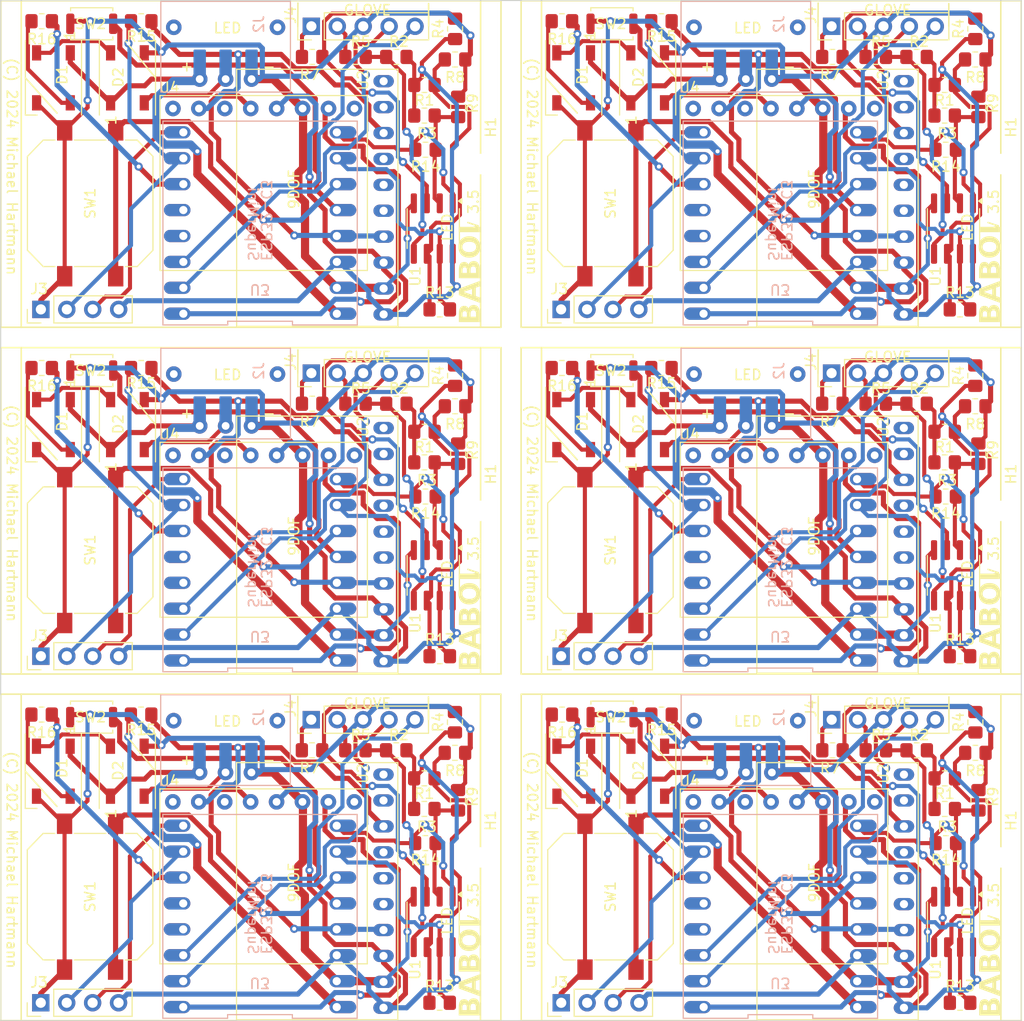
<source format=kicad_pcb>
(kicad_pcb (version 20240108) (generator "pcbnew") (generator_version "8.0")
  (layers (0 "F.Cu" signal) (31 "B.Cu" signal) (34 "B.Paste" user) (35 "F.Paste" user) (36 "B.SilkS" user "B.Silkscreen") (37 "F.SilkS" user "F.Silkscreen") (38 "B.Mask" user) (39 "F.Mask" user) (44 "Edge.Cuts" user))
  (net 0 "")
  (net 1 "/VBUS")
  (net 2 "Net-(D1-DOUT)")
  (net 3 "Net-(D1-DIN)")
  (net 4 "GND1")
  (net 5 "Net-(J4-Pin_2)")
  (net 6 "Net-(J4-Pin_1)")
  (net 7 "Net-(J3-Pin_2)")
  (net 8 "Net-(J3-Pin_3)")
  (net 9 "Net-(U1-VinB+)")
  (net 10 "Net-(D2-DOUT)")
  (net 11 "/VCC_3V3")
  (net 12 "/SPARE1")
  (net 13 "Net-(U1-VinA+)")
  (net 14 "Net-(U1-VinB-)")
  (net 15 "Net-(U1-VinA-)")
  (net 16 "/ADC1_1")
  (net 17 "/ADC1_0")
  (net 18 "Net-(U2-INT)")
  (net 19 "Net-(U3-GPIO10)")
  (net 20 "/BUTTON1")
  (net 21 "/SPARE2")
  (net 22 "/BUTTON2")
  (net 32 "/SCL")
  (net 33 "/SDA")
  (footprint "Resistor_SMD:R_0805_2012Metric_Pad1.20x1.40mm_HandSolder" (layer "F.Cu") (at 185.8 103.4 90)
    (property "Reference" "R9")
    (property "Value" "33K" (hide yes))
  )
  (footprint "midi_arm:SW_Push_SMD" (layer "F.Cu") (at 98.77 44.88 -90)
    (property "Reference" "SW1")
    (property "Value" "SW_MEC_5E" (hide yes))
  )
  (footprint "Resistor_SMD:R_0805_2012Metric_Pad1.20x1.40mm_HandSolder" (layer "F.Cu") (at 124.77 64.524874)
    (property "Reference" "R5")
    (property "Value" "10K" (hide yes))
  )
  (footprint "Resistor_SMD:R_0805_2012Metric_Pad1.20x1.40mm_HandSolder" (layer "F.Cu") (at 182.49 33.28)
    (property "Reference" "R1")
    (property "Value" "33K" (hide yes))
  )
  (footprint "Resistor_SMD:R_0805_2012Metric_Pad1.20x1.40mm_HandSolder" (layer "F.Cu") (at 120.508076 98.4974)
    (property "Reference" "R7")
    (property "Value" "10K" (hide yes))
  )
  (footprint "MountingHole:MountingHole_2mm" (layer "F.Cu") (at 188 109)
    (property "Reference" "H1")
    (property "Value" "MountingHole" (hide yes))
  )
  (footprint "Resistor_SMD:R_0805_2012Metric_Pad1.20x1.40mm_HandSolder" (layer "F.Cu") (at 131.62 39.63 180)
    (property "Reference" "R14")
    (property "Value" "51K" (hide yes))
  )
  (footprint "LED_SMD:LED_WS2812B_PLCC4_5.0x5.0mm_P3.2mm" (layer "F.Cu") (at 95.17 32.58 -90)
    (property "Reference" "D1")
    (property "Value" "WS2812B" (hide yes))
  )
  (footprint "Connector_PinHeader_2.54mm:PinHeader_1x05_P2.54mm_Vertical" (layer "F.Cu") (at 120.44 61.524874 90)
    (property "Reference" "J4")
    (property "Value" "Conn_01x05_Pin" (hide yes))
  )
  (footprint "Package_SO:SOIC-8_3.9x4.9mm_P1.27mm" (layer "F.Cu") (at 183.365 115.325 -90)
    (property "Reference" "U1")
    (property "Value" "~")
  )
  (footprint "Connector_PinHeader_2.54mm:PinHeader_1x05_P2.54mm_Vertical" (layer "F.Cu") (at 120.428076 95.4974 90)
    (property "Reference" "J4")
    (property "Value" "Conn_01x05_Pin" (hide yes))
  )
  (footprint "Resistor_SMD:R_0805_2012Metric_Pad1.20x1.40mm_HandSolder" (layer "F.Cu") (at 182.5 101.25)
    (property "Reference" "R1")
    (property "Value" "33K" (hide yes))
  )
  (footprint "Resistor_SMD:R_0805_2012Metric_Pad1.20x1.40mm_HandSolder" (layer "F.Cu") (at 185.5 95.75 90)
    (property "Reference" "R4")
    (property "Value" "33K" (hide yes))
  )
  (footprint "Resistor_SMD:R_0805_2012Metric_Pad1.20x1.40mm_HandSolder" (layer "F.Cu") (at 103.77 27.03)
    (property "Reference" "R15")
    (property "Value" "0k" (hide yes))
  )
  (footprint "Resistor_SMD:R_0805_2012Metric_Pad1.20x1.40mm_HandSolder" (layer "F.Cu") (at 144.99 27.03 180)
    (property "Reference" "R16")
    (property "Value" "24K" (hide yes))
  )
  (footprint "MountingHole:MountingHole_2mm" (layer "F.Cu") (at 137.02 75.024874)
    (property "Reference" "H1")
    (property "Value" "MountingHole" (hide yes))
  )
  (footprint "Resistor_SMD:R_0805_2012Metric_Pad1.20x1.40mm_HandSolder" (layer "F.Cu") (at 182.5 104.25)
    (property "Reference" "R3")
    (property "Value" "33K" (hide yes))
  )
  (footprint "Resistor_SMD:R_0805_2012Metric_Pad1.20x1.40mm_HandSolder" (layer "F.Cu") (at 120.52 64.524874)
    (property "Reference" "R7")
    (property "Value" "10K" (hide yes))
  )
  (footprint "Resistor_SMD:R_0805_2012Metric_Pad1.20x1.40mm_HandSolder" (layer "F.Cu") (at 182.6 107.6 180)
    (property "Reference" "R14")
    (property "Value" "51K" (hide yes))
  )
  (footprint "Resistor_SMD:R_0805_2012Metric_Pad1.20x1.40mm_HandSolder" (layer "F.Cu") (at 185.79 35.43 90)
    (property "Reference" "R9")
    (property "Value" "33K" (hide yes))
  )
  (footprint "Resistor_SMD:R_0805_2012Metric_Pad1.20x1.40mm_HandSolder" (layer "F.Cu") (at 171.49 64.524874)
    (property "Reference" "R7")
    (property "Value" "10K" (hide yes))
  )
  (footprint "Resistor_SMD:R_0805_2012Metric_Pad1.20x1.40mm_HandSolder" (layer "F.Cu") (at 131.62 73.624874 180)
    (property "Reference" "R14")
    (property "Value" "51K" (hide yes))
  )
  (footprint "Resistor_SMD:R_0805_2012Metric_Pad1.20x1.40mm_HandSolder" (layer "F.Cu") (at 154.74 61.024874)
    (property "Reference" "R15")
    (property "Value" "0k" (hide yes))
  )
  (footprint "Resistor_SMD:R_0805_2012Metric_Pad1.20x1.40mm_HandSolder" (layer "F.Cu") (at 183.99 89.274874)
    (property "Reference" "R13")
    (property "Value" "51K" (hide yes))
  )
  (footprint "Resistor_SMD:R_0805_2012Metric_Pad1.20x1.40mm_HandSolder" (layer "F.Cu") (at 185.49 61.774874 90)
    (property "Reference" "R4")
    (property "Value" "33K" (hide yes))
  )
  (footprint "MountingHole:MountingHole_2mm" (layer "F.Cu") (at 187.99 75.024874)
    (property "Reference" "H1")
    (property "Value" "MountingHole" (hide yes))
  )
  (footprint "Resistor_SMD:R_0805_2012Metric_Pad1.20x1.40mm_HandSolder" (layer "F.Cu") (at 175.74 64.524874)
    (property "Reference" "R5")
    (property "Value" "10K" (hide yes))
  )
  (footprint "midi_arm:9250_MOD" (layer "F.Cu") (at 127.52 78.334874 90)
    (property "Reference" "U2")
    (property "Value" "~")
  )
  (footprint "Resistor_SMD:R_0805_2012Metric_Pad1.20x1.40mm_HandSolder" (layer "F.Cu") (at 182.49 36.28)
    (property "Reference" "R3")
    (property "Value" "33K" (hide yes))
  )
  (footprint "Package_SO:SOIC-8_3.9x4.9mm_P1.27mm" (layer "F.Cu") (at 132.385 81.349874 -90)
    (property "Reference" "U1")
    (property "Value" "~")
  )
  (footprint "Resistor_SMD:R_0805_2012Metric_Pad1.20x1.40mm_HandSolder" (layer "F.Cu") (at 182.49 67.274874)
    (property "Reference" "R1")
    (property "Value" "33K" (hide yes))
  )
  (footprint "Resistor_SMD:R_0805_2012Metric_Pad1.20x1.40mm_HandSolder" (layer "F.Cu") (at 179.75 98.5 180)
    (property "Reference" "R2")
    (property "Value" "33K" (hide yes))
  )
  (footprint "Resistor_SMD:R_0805_2012Metric_Pad1.20x1.40mm_HandSolder" (layer "F.Cu") (at 103.77 61.024874)
    (property "Reference" "R15")
    (property "Value" "0k" (hide yes))
  )
  (footprint "Connector_PinHeader_2.54mm:PinHeader_1x04_P2.54mm_Vertical" (layer "F.Cu") (at 144.92 123.25 90)
    (property "Reference" "J3")
    (property "Value" "Conn_01x04_Pin" (hide yes))
  )
  (footprint "Resistor_SMD:R_0805_2012Metric_Pad1.20x1.40mm_HandSolder" (layer "F.Cu") (at 185.49 64.774874)
    (property "Reference" "R8")
    (property "Value" "33K" (hide yes))
  )
  (footprint "Resistor_SMD:R_0805_2012Metric_Pad1.20x1.40mm_HandSolder" (layer "F.Cu") (at 154.74 27.03)
    (property "Reference" "R15")
    (property "Value" "0k" (hide yes))
  )
  (footprint "Resistor_SMD:R_0805_2012Metric_Pad1.20x1.40mm_HandSolder" (layer "F.Cu") (at 128.77 30.53 180)
    (property "Reference" "R2")
    (property "Value" "33K" (hide yes))
  )
  (footprint "LED_SMD:LED_WS2812B_PLCC4_5.0x5.0mm_P3.2mm" (layer "F.Cu") (at 153.39 66.574874 90)
    (property "Reference" "D2")
    (property "Value" "WS2812B" (hide yes))
  )
  (footprint "LED_SMD:LED_WS2812B_PLCC4_5.0x5.0mm_P3.2mm" (layer "F.Cu") (at 153.4 100.55 90)
    (property "Reference" "D2")
    (property "Value" "WS2812B" (hide yes))
  )
  (footprint "Resistor_SMD:R_0805_2012Metric_Pad1.20x1.40mm_HandSolder" (layer "F.Cu") (at 94.008076 94.9974 180)
    (property "Reference" "R16")
    (property "Value" "24K" (hide yes))
  )
  (footprint "Resistor_SMD:R_0805_2012Metric_Pad1.20x1.40mm_HandSolder" (layer "F.Cu") (at 145 95 180)
    (property "Reference" "R16")
    (property "Value" "24K" (hide yes))
  )
  (footprint "Resistor_SMD:R_0805_2012Metric_Pad1.20x1.40mm_HandSolder" (layer "F.Cu") (at 124.77 30.53)
    (property "Reference" "R5")
    (property "Value" "10K" (hide yes))
  )
  (footprint "LED_SMD:LED_WS2812B_PLCC4_5.0x5.0mm_P3.2mm" (layer "F.Cu") (at 102.42 32.58 90)
    (property "Reference" "D2")
    (property "Value" "WS2812B" (hide yes))
  )
  (footprint "Resistor_SMD:R_0805_2012Metric_Pad1.20x1.40mm_HandSolder" (layer "F.Cu") (at 175.75 98.5)
    (property "Reference" "R5")
    (property "Value" "10K" (hide yes))
  )
  (footprint "Resistor_SMD:R_0805_2012Metric_Pad1.20x1.40mm_HandSolder" (layer "F.Cu") (at 124.758076 98.4974)
    (property "Reference" "R5")
    (property "Value" "10K" (hide yes))
  )
  (footprint "Resistor_SMD:R_0805_2012Metric_Pad1.20x1.40mm_HandSolder" (layer "F.Cu") (at 171.49 30.53)
    (property "Reference" "R7")
    (property "Value" "10K" (hide yes))
  )
  (footprint "Connector_PinHeader_2.54mm:PinHeader_1x04_P2.54mm_Vertical" (layer "F.Cu") (at 93.928076 123.2474 90)
    (property "Reference" "J3")
    (property "Value" "Conn_01x04_Pin" (hide yes))
  )
  (footprint "Resistor_SMD:R_0805_2012Metric_Pad1.20x1.40mm_HandSolder" (layer "F.Cu") (at 128.77 64.524874 180)
    (property "Reference" "R2")
    (property "Value" "33K" (hide yes))
  )
  (footprint "Resistor_SMD:R_0805_2012Metric_Pad1.20x1.40mm_HandSolder" (layer "F.Cu") (at 134.508076 95.7474 90)
    (property "Reference" "R4")
    (property "Value" "33K" (hide yes))
  )
  (footprint "Resistor_SMD:R_0805_2012Metric_Pad1.20x1.40mm_HandSolder" (layer "F.Cu") (at 171.5 98.5)
    (property "Reference" "R7")
    (property "Value" "10K" (hide yes))
  )
  (footprint "MountingHole:MountingHole_2mm" (layer "F.Cu") (at 137.02 41.03)
    (property "Reference" "H1")
    (property "Value" "MountingHole" (hide yes))
  )
  (footprint "Button_Switch_SMD:SW_Push_SPST_NO_Alps_SKRK" (layer "F.Cu") (at 149.89 61.274874 180)
    (property "Reference" "SW2")
    (property "Value" "SW_DIP_x01" (hide yes))
  )
  (footprint "Resistor_SMD:R_0805_2012Metric_Pad1.20x1.40mm_HandSolder" (layer "F.Cu") (at 134.808076 103.3974 90)
    (property "Reference" "R9")
    (property "Value" "33K" (hide yes))
  )
  (footprint "Connector_PinHeader_2.54mm:PinHeader_1x04_P2.54mm_Vertical" (layer "F.Cu") (at 144.91 55.28 90)
    (property "Reference" "J3")
    (property "Value" "Conn_01x04_Pin" (hide yes))
  )
  (footprint "Connector_PinHeader_2.54mm:PinHeader_1x05_P2.54mm_Vertical" (layer "F.Cu") (at 171.41 27.53 90)
    (property "Reference" "J4")
    (property "Value" "Conn_01x05_Pin" (hide yes))
  )
  (footprint "Connector_PinHeader_2.54mm:PinHeader_1x04_P2.54mm_Vertical" (layer "F.Cu") (at 93.94 89.274874 90)
    (property "Reference" "J3")
    (property "Value" "Conn_01x04_Pin" (hide yes))
  )
  (footprint "Resistor_SMD:R_0805_2012Metric_Pad1.20x1.40mm_HandSolder" (layer "F.Cu") (at 134.82 35.43 90)
    (property "Reference" "R9")
    (property "Value" "33K" (hide yes))
  )
  (footprint "Resistor_SMD:R_0805_2012Metric_Pad1.20x1.40mm_HandSolder" (layer "F.Cu") (at 94.02 27.03 180)
    (property "Reference" "R16")
    (property "Value" "24K" (hide yes))
  )
  (footprint "Resistor_SMD:R_0805_2012Metric_Pad1.20x1.40mm_HandSolder" (layer "F.Cu") (at 103.758076 94.9974)
    (property "Reference" "R15")
    (property "Value" "0k" (hide yes))
  )
  (footprint "Resistor_SMD:R_0805_2012Metric_Pad1.20x1.40mm_HandSolder" (layer "F.Cu") (at 94.02 61.024874 180)
    (property "Reference" "R16")
    (property "Value" "24K" (hide yes))
  )
  (footprint "LED_SMD:LED_WS2812B_PLCC4_5.0x5.0mm_P3.2mm" (layer "F.Cu") (at 146.15 100.55 -90)
    (property "Reference" "D1")
    (property "Value" "WS2812B" (hide yes))
  )
  (footprint "Resistor_SMD:R_0805_2012Metric_Pad1.20x1.40mm_HandSolder" (layer "F.Cu") (at 134.52 30.78)
    (property "Reference" "R8")
    (property "Value" "33K" (hide yes))
  )
  (footprint "Button_Switch_SMD:SW_Push_SPST_NO_Alps_SKRK" (layer "F.Cu") (at 98.92 27.28 180)
    (property "Reference" "SW2")
    (property "Value" "SW_DIP_x01" (hide yes))
  )
  (footprint "Resistor_SMD:R_0805_2012Metric_Pad1.20x1.40mm_HandSolder" (layer "F.Cu") (at 131.52 36.28)
    (property "Reference" "R3")
    (property "Value" "33K" (hide yes))
  )
  (footprint "midi_arm:SW_Push_SMD" (layer "F.Cu") (at 149.74 78.874874 -90)
    (property "Reference" "SW1")
    (property "Value" "SW_MEC_5E" (hide yes))
  )
  (footprint "LED_SMD:LED_WS2812B_PLCC4_5.0x5.0mm_P3.2mm" (layer "F.Cu") (at 146.14 32.58 -90)
    (property "Reference" "D1")
    (property "Value" "WS2812B" (hide yes))
  )
  (footprint "midi_arm:9250_MOD" (layer "F.Cu") (at 127.52 44.34 90)
    (property "Reference" "U2")
    (property "Value" "~")
  )
  (footprint "Button_Switch_SMD:SW_Push_SPST_NO_Alps_SKRK" (layer "F.Cu") (at 149.9 95.25 180)
    (property "Reference" "SW2")
    (property "Value" "SW_DIP_x01" (hide yes))
  )
  (footprint "Package_SO:SOIC-8_3.9x4.9mm_P1.27mm" (layer "F.Cu") (at 132.373076 115.3224 -90)
    (property "Reference" "U1")
    (property "Value" "~")
  )
  (footprint "midi_arm:SW_Push_SMD" (layer "F.Cu") (at 98.77 78.874874 -90)
    (property "Reference" "SW1")
    (property "Value" "SW_MEC_5E" (hide yes))
  )
  (footprint "Resistor_SMD:R_0805_2012Metric_Pad1.20x1.40mm_HandSolder" (layer "F.Cu") (at 131.52 33.28)
    (property "Reference" "R1")
    (property "Value" "33K" (hide yes))
  )
  (footprint "Resistor_SMD:R_0805_2012Metric_Pad1.20x1.40mm_HandSolder" (layer "F.Cu") (at 182.59 73.624874 180)
    (property "Reference" "R14")
    (property "Value" "51K" (hide yes))
  )
  (footprint "LED_SMD:LED_WS2812B_PLCC4_5.0x5.0mm_P3.2mm" (layer "F.Cu") (at 102.408076 100.5474 90)
    (property "Reference" "D2")
    (property "Value" "WS2812B" (hide yes))
  )
  (footprint "LED_SMD:LED_WS2812B_PLCC4_5.0x5.0mm_P3.2mm" (layer "F.Cu") (at 95.158076 100.5474 -90)
    (property "Reference" "D1")
    (property "Value" "WS2812B" (hide yes))
  )
  (footprint "Resistor_SMD:R_0805_2012Metric_Pad1.20x1.40mm_HandSolder" (layer "F.Cu") (at 131.608076 107.5974 180)
    (property "Reference" "R14")
    (property "Value" "51K" (hide yes))
  )
  (footprint "MountingHole:MountingHole_2mm" (layer "F.Cu") (at 137.008076 108.9974)
    (property "Reference" "H1")
    (property "Value" "MountingHole" (hide yes))
  )
  (footprint "Connector_PinHeader_2.54mm:PinHeader_1x04_P2.54mm_Vertical" (layer "F.Cu") (at 93.94 55.28 90)
    (property "Reference" "J3")
    (property "Value" "Conn_01x04_Pin" (hide yes))
  )
  (footprint "Button_Switch_SMD:SW_Push_SPST_NO_Alps_SKRK" (layer "F.Cu") (at 98.92 61.274874 180)
    (property "Reference" "SW2")
    (property "Value" "SW_DIP_x01" (hide yes))
  )
  (footprint "Button_Switch_SMD:SW_Push_SPST_NO_Alps_SKRK" (layer "F.Cu") (at 98.908076 95.2474 180)
    (property "Reference" "SW2")
    (property "Value" "SW_DIP_x01" (hide yes))
  )
  (footprint "LED_SMD:LED_WS2812B_PLCC4_5.0x5.0mm_P3.2mm" (layer "F.Cu") (at 95.17 66.574874 -90)
    (property "Reference" "D1")
    (property "Value" "WS2812B" (hide yes))
  )
  (footprint "midi_arm:9250_MOD" (layer "F.Cu") (at 127.508076 112.3074 90)
    (property "Reference" "U2")
    (property "Value" "~")
  )
  (footprint "Resistor_SMD:R_0805_2012Metric_Pad1.20x1.40mm_HandSolder" (layer "F.Cu") (at 185.5 98.75)
    (property "Reference" "R8")
    (property "Value" "33K" (hide yes))
  )
  (footprint "Button_Switch_SMD:SW_Push_SPST_NO_Alps_SKRK" (layer "F.Cu") (at 149.89 27.28 180)
    (property "Reference" "SW2")
    (property "Value" "SW_DIP_x01" (hide yes))
  )
  (footprint "Resistor_SMD:R_0805_2012Metric_Pad1.20x1.40mm_HandSolder" (layer "F.Cu") (at 185.79 69.424874 90)
    (property "Reference" "R9")
    (property "Value" "33K" (hide yes))
  )
  (footprint "midi_arm:GY-85" (layer "F.Cu") (at 180.711 35.5858 -90)
    (property "Reference" "U4")
    (property "Value" "~")
  )
  (footprint "Resistor_SMD:R_0805_2012Metric_Pad1.20x1.40mm_HandSolder" (layer "F.Cu") (at 134.52 61.774874 90)
    (property "Reference" "R4")
    (property "Value" "33K" (hide yes))
  )
  (footprint "Resistor_SMD:R_0805_2012Metric_Pad1.20x1.40mm_HandSolder" (layer "F.Cu") (at 185.49 27.78 90)
    (property "Reference" "R4")
    (property "Value" "33K" (hide yes))
  )
  (footprint "Resistor_SMD:R_0805_2012Metric_Pad1.20x1.40mm_HandSolder" (layer "F.Cu") (at 184 123.25)
    (property "Reference" "R13")
    (property "Value" "51K" (hide yes))
  )
  (footprint "Resistor_SMD:R_0805_2012Metric_Pad1.20x1.40mm_HandSolder" (layer "F.Cu") (at 133.008076 123.2474)
    (property "Reference" "R13")
    (property "Value" "51K" (hide yes))
  )
  (footprint "Resistor_SMD:R_0805_2012Metric_Pad1.20x1.40mm_HandSolder" (layer "F.Cu") (at 120.52 30.53)
    (property "Reference" "R7")
    (property "Value" "10K" (hide yes))
  )
  (footprint "Resistor_SMD:R_0805_2012Metric_Pad1.20x1.40mm_HandSolder" (layer "F.Cu") (at 133.02 89.274874)
    (property "Reference" "R13")
    (property "Value" "51K" (hide yes))
  )
  (footprint "Resistor_SMD:R_0805_2012Metric_Pad1.20x1.40mm_HandSolder" (layer "F.Cu") (at 175.74 30.53)
    (property "Reference" "R5")
    (property "Value" "10K" (hide yes))
  )
  (footprint "Resistor_SMD:R_0805_2012Metric_Pad1.20x1.40mm_HandSolder" (layer "F.Cu") (at 182.49 70.274874)
    (property "Reference" "R3")
    (property "Value" "33K" (hide yes))
  )
  (footprint "midi_arm:GY-85" (layer "F.Cu") (at 180.721 103.5558 -90)
    (property "Reference" "U4")
    (property "Value" "~")
  )
  (footprint "LED_SMD:LED_WS2812B_PLCC4_5.0x5.0mm_P3.2mm" (layer "F.Cu") (at 146.14 66.574874 -90)
    (property "Reference" "D1")
    (property "Value" "WS2812B" (hide yes))
  )
  (footprint "Resistor_SMD:R_0805_2012Metric_Pad1.20x1.40mm_HandSolder" (layer "F.Cu") (at 134.508076 98.7474)
    (property "Reference" "R8")
    (property "Value" "33K" (hide yes))
  )
  (footprint "midi_arm:9250_MOD" (layer "F.Cu") (at 178.5 112.31 90)
    (property "Reference" "U2")
    (property "Value" "~")
  )
  (footprint "Resistor_SMD:R_0805_2012Metric_Pad1.20x1.40mm_HandSolder" (layer "F.Cu") (at 128.758076 98.4974 180)
    (property "Reference" "R2")
    (property "Value" "33K" (hide yes))
  )
  (footprint "Resistor_SMD:R_0805_2012Metric_Pad1.20x1.40mm_HandSolder" (layer "F.Cu") (at 134.52 64.774874)
    (property "Reference" "R8")
    (property "Value" "33K" (hide yes))
  )
  (footprint "Resistor_SMD:R_0805_2012Metric_Pad1.20x1.40mm_HandSolder" (layer "F.Cu") (at 182.59 39.63 180)
    (property "Reference" "R14")
    (property "Value" "51K" (hide yes))
  )
  (footprint "midi_arm:9250_MOD" (layer "F.Cu") (at 178.49 44.34 90)
    (property "Reference" "U2")
    (property "Value" "~")
  )
  (footprint "Resistor_SMD:R_0805_2012Metric_Pad1.20x1.40mm_HandSolder" (layer "F.Cu") (at 131.508076 101.2474)
    (property "Reference" "R1")
    (property "Value" "33K" (hide yes))
  )
  (footprint "Package_SO:SOIC-8_3.9x4.9mm_P1.27mm" (layer "F.Cu") (at 183.355 47.355 -90)
    (property "Reference" "U1")
    (property "Value" "~")
  )
  (footprint "Resistor_SMD:R_0805_2012Metric_Pad1.20x1.40mm_HandSolder" (layer "F.Cu") (at 133.02 55.28)
    (property "Reference" "R13")
    (property "Value" "51K" (hide yes))
  )
  (footprint "Resistor_SMD:R_0805_2012Metric_Pad1.20x1.40mm_HandSolder" (layer "F.Cu") (at 134.52 27.78 90)
    (property "Reference" "R4")
    (property "Value" "33K" (hide yes))
  )
  (footprint "midi_arm:9250_MOD" (layer "F.Cu") (at 178.49 78.334874 90)
    (property "Reference" "U2")
    (property "Value" "~")
  )
  (footprint "Resistor_SMD:R_0805_2012Metric_Pad1.20x1.40mm_HandSolder" (layer "F.Cu") (at 131.52 70.274874)
    (property "Reference" "R3")
    (property "Value" "33K" (hide yes))
  )
  (footprint "midi_arm:GY-85" (layer "F.Cu") (at 129.741 35.5858 -90)
    (property "Reference" "U4")
    (property "Value" "~")
  )
  (footprint "Resistor_SMD:R_0805_2012Metric_Pad1.20x1.40mm_HandSolder" (layer "F.Cu") (at 144.99 61.024874 180)
    (property "Reference" "R16")
    (property "Value" "24K" (hide yes))
  )
  (footprint "midi_arm:GY-85" (layer "F.Cu") (at 129.729076 103.5532 -90)
    (property "Reference" "U4")
    (property "Value" "~")
  )
  (footprint "Resistor_SMD:R_0805_2012Metric_Pad1.20x1.40mm_HandSolder" (layer "F.Cu") (at 179.74 64.524874 180)
    (property "Reference" "R2")
    (property "Value" "33K" (hide yes))
  )
  (footprint "midi_arm:SW_Push_SMD" (layer "F.Cu") (at 149.75 112.85 -90)
    (property "Reference" "SW1")
    (property "Value" "SW_MEC_5E" (hide yes))
  )
  (footprint "LED_SMD:LED_WS2812B_PLCC4_5.0x5.0mm_P3.2mm" (layer "F.Cu") (at 102.42 66.574874 90)
    (property "Reference" "D2")
    (property "Value" "WS2812B" (hide yes))
  )
  (footprint "midi_arm:GY-85" (layer "F.Cu") (at 180.711 69.580674 -90)
    (property "Reference" "U4")
    (property "Value" "~")
  )
  (footprint "Resistor_SMD:R_0805_2012Metric_Pad1.20x1.40mm_HandSolder" (layer "F.Cu") (at 134.82 69.424874 90)
    (property "Reference" "R9")
    (property "Value" "33K" (hide yes))
  )
  (footprint "Package_SO:SOIC-8_3.9x4.9mm_P1.27mm" (layer "F.Cu") (at 132.385 47.355 -90)
    (property "Reference" "U1")
    (property "Value" "~")
  )
  (footprint "Resistor_SMD:R_0805_2012Metric_Pad1.20x1.40mm_HandSolder" (layer "F.Cu") (at 131.508076 104.2474)
    (property "Reference" "R3")
    (property "Value" "33K" (hide yes))
  )
  (footprint "Resistor_SMD:R_0805_2012Metric_Pad1.20x1.40mm_HandSolder" (layer "F.Cu") (at 179.74 30.53 180)
    (property "Reference" "R2")
    (property "Value" "33K" (hide yes))
  )
  (footprint "midi_arm:GY-85" (layer "F.Cu") (at 129.741 69.580674 -90)
    (property "Reference" "U4")
    (property "Value" "~")
  )
  (footprint "Resistor_SMD:R_0805_2012Metric_Pad1.20x1.40mm_HandSolder" (layer "F.Cu") (at 185.49 30.78)
    (property "Reference" "R8")
    (property "Value" "33K" (hide yes))
  )
  (footprint "midi_arm:SW_Push_SMD" (layer "F.Cu") (at 98.758076 112.8474 -90)
    (property "Reference" "SW1")
    (property "Value" "SW_MEC_5E" (hide yes))
  )
  (footprint "Connector_PinHeader_2.54mm:PinHeader_1x05_P2.54mm_Vertical" (layer "F.Cu") (at 120.44 27.53 90)
    (property "Reference" "J4")
    (property "Value" "Conn_01x05_Pin" (hide yes))
  )
  (footprint "LED_SMD:LED_WS2812B_PLCC4_5.0x5.0mm_P3.2mm" (layer "F.Cu") (at 153.39 32.58 90)
    (property "Reference" "D2")
    (property "Value" "WS2812B" (hide yes))
  )
  (footprint "Resistor_SMD:R_0805_2012Metric_Pad1.20x1.40mm_HandSolder" (layer "F.Cu") (at 131.52 67.274874)
    (property "Reference" "R1")
    (property "Value" "33K" (hide yes))
  )
  (footprint "Connector_PinHeader_2.54mm:PinHeader_1x05_P2.54mm_Vertical" (layer "F.Cu") (at 171.42 95.5 90)
    (property "Reference" "J4")
    (property "Value" "Conn_01x05_Pin" (hide yes))
  )
  (footprint "midi_arm:SW_Push_SMD" (layer "F.Cu") (at 149.74 44.88 -90)
    (property "Reference" "SW1")
    (property "Value" "SW_MEC_5E" (hide yes))
  )
  (footprint "Connector_PinHeader_2.54mm:PinHeader_1x04_P2.54mm_Vertical" (layer "F.Cu") (at 144.91 89.274874 90)
    (property "Reference" "J3")
    (property "Value" "Conn_01x04_Pin" (hide yes))
  )
  (footprint "Resistor_SMD:R_0805_2012Metric_Pad1.20x1.40mm_HandSolder" (layer "F.Cu") (at 154.75 95)
    (property "Reference" "R15")
    (property "Value" "0k" (hide yes))
  )
  (footprint "Resistor_SMD:R_0805_2012Metric_Pad1.20x1.40mm_HandSolder" (layer "F.Cu") (at 183.99 55.28)
    (property "Reference" "R13")
    (property "Value" "51K" (hide yes))
  )
  (footprint "Connector_PinHeader_2.54mm:PinHeader_1x05_P2.54mm_Vertical" (layer "F.Cu") (at 171.41 61.524874 90)
    (property "Reference" "J4")
    (property "Value" "Conn_01x05_Pin" (hide yes))
  )
  (footprint "MountingHole:MountingHole_2mm" (layer "F.Cu") (at 187.99 41.03)
    (property "Reference" "H1")
    (property "Value" "MountingHole" (hide yes))
  )
  (footprint "Package_SO:SOIC-8_3.9x4.9mm_P1.27mm" (layer "F.Cu") (at 183.355 81.349874 -90)
    (property "Reference" "U1")
    (property "Value" "~")
  )
  (footprint "midi_arm:LED_conn" (layer "B.Cu") (at 170.63 66.699874 90)
    (property "Reference" "J2")
    (property "Value" "Conn_01x03_Pin" (hide yes))
  )
  (footprint "midi_arm:LED_conn" (layer "B.Cu") (at 170.64 100.675 90)
    (property "Reference" "J2")
    (property "Value" "Conn_01x03_Pin" (hide yes))
  )
  (footprint "midi_arm:ESP32-C3_SuperMini" (layer "B.Cu") (at 166.387 80.807474 90)
    (property "Reference" "U3")
    (property "Value" "~" (hide yes))
  )
  (footprint "midi_arm:LED_conn" (layer "B.Cu") (at 119.66 32.705 90)
    (property "Reference" "J2")
    (property "Value" "Conn_01x03_Pin" (hide yes))
  )
  (footprint "midi_arm:ESP32-C3_SuperMini" (layer "B.Cu") (at 115.417 80.807474 90)
    (property "Reference" "U3")
    (property "Value" "~" (hide yes))
  )
  (footprint "midi_arm:ESP32-C3_SuperMini" (layer "B.Cu") (at 115.417 46.8126 90)
    (property "Reference" "U3")
    (property "Value" "~" (hide yes))
  )
  (footprint "midi_arm:ESP32-C3_SuperMini" (layer "B.Cu") (at 166.397 114.7826 90)
    (property "Reference" "U3")
    (property "Value" "~" (hide yes))
  )
  (footprint "midi_arm:ESP32-C3_SuperMini" (layer "B.Cu") (at 166.387 46.8126 90)
    (property "Reference" "U3")
    (property "Value" "~" (hide yes))
  )
  (footprint "midi_arm:ESP32-C3_SuperMini" (layer "B.Cu") (at 115.405076 114.78 90)
    (property "Reference" "U3")
    (property "Value" "~" (hide yes))
  )
  (footprint "midi_arm:LED_conn" (layer "B.Cu") (at 119.648076 100.6724 90)
    (property "Reference" "J2")
    (property "Value" "Conn_01x03_Pin" (hide yes))
  )
  (footprint "midi_arm:LED_conn" (layer "B.Cu") (at 119.66 66.699874 90)
    (property "Reference" "J2")
    (property "Value" "Conn_01x03_Pin" (hide yes))
  )
  (footprint "midi_arm:LED_conn" (layer "B.Cu") (at 170.63 32.705 90)
    (property "Reference" "J2")
    (property "Value" "Conn_01x03_Pin" (hide yes))
  )
  (gr_line (start 139.02 25.03) (end 90.02 25.03) (stroke (width 0.15)) (layer "F.SilkS"))
  (gr_line (start 131.93 27.53) (end 131.9254 25.2988) (stroke (width 0.15)) (layer "F.SilkS"))
  (gr_line (start 119.11 27.53) (end 119.1238 25.248) (stroke (width 0.15)) (layer "F.SilkS"))
  (gr_line (start 92.02 59.024874) (end 92.02 91.024874) (stroke (width 0.15)) (layer "F.SilkS"))
  (gr_line (start 153.24 29.03) (end 156.14 32.58) (stroke (width 0.15)) (layer "F.SilkS"))
  (gr_line (start 92.408076 100.5474) (end 95.508076 103.9974) (stroke (width 0.15)) (layer "F.SilkS"))
  (gr_line (start 190 93) (end 141 93) (stroke (width 0.15)) (layer "F.SilkS"))
  (gr_line (start 170.08 61.524874) (end 170.0938 59.242874) (stroke (width 0.15)) (layer "F.SilkS"))
  (gr_line (start 90.02 91.024874) (end 139.02 91.024874) (stroke (width 0.15)) (layer "F.SilkS"))
  (gr_line (start 137.02 25.03) (end 137.02 57.03) (stroke (width 0.15)) (layer "F.SilkS"))
  (gr_line (start 189.99 91.024874) (end 189.99 59.024874) (stroke (width 0.15)) (layer "F.SilkS"))
  (gr_line (start 140.99 25.03) (end 140.99 57.03) (stroke (width 0.15)) (layer "F.SilkS"))
  (gr_line (start 170.09 95.5) (end 170.1038 93.218) (stroke (width 0.15)) (layer "F.SilkS"))
  (gr_line (start 187.99 25.03) (end 187.99 57.03) (stroke (width 0.15)) (layer "F.SilkS"))
  (gr_line (start 189.99 57.03) (end 189.99 25.03) (stroke (width 0.15)) (layer "F.SilkS"))
  (gr_line (start 182.9 27.53) (end 182.8954 25.2988) (stroke (width 0.15)) (layer "F.SilkS"))
  (gr_line (start 140.99 91.024874) (end 189.99 91.024874) (stroke (width 0.15)) (layer "F.SilkS"))
  (gr_line (start 102.27 63.024874) (end 105.17 66.574874) (stroke (width 0.15)) (layer "F.SilkS"))
  (gr_line (start 190 125) (end 190 93) (stroke (width 0.15)) (layer "F.SilkS"))
  (gr_line (start 92.02 25.03) (end 92.02 57.03) (stroke (width 0.15)) (layer "F.SilkS"))
  (gr_line (start 139.02 91.024874) (end 139.02 59.024874) (stroke (width 0.15)) (layer "F.SilkS"))
  (gr_line (start 90.008076 124.9974) (end 139.008076 124.9974) (stroke (width 0.15)) (layer "F.SilkS"))
  (gr_line (start 119.11 61.524874) (end 119.1238 59.242874) (stroke (width 0.15)) (layer "F.SilkS"))
  (gr_line (start 139.008076 124.9974) (end 139.008076 92.9974) (stroke (width 0.15)) (layer "F.SilkS"))
  (gr_line (start 131.918076 95.4974) (end 131.913476 93.2662) (stroke (width 0.15)) (layer "F.SilkS"))
  (gr_line (start 102.258076 96.9974) (end 105.158076 100.5474) (stroke (width 0.15)) (layer "F.SilkS"))
  (gr_line (start 140.99 59.024874) (end 140.99 91.024874) (stroke (width 0.15)) (layer "F.SilkS"))
  (gr_line (start 140.99 57.03) (end 189.99 57.03) (stroke (width 0.15)) (layer "F.SilkS"))
  (gr_line (start 141 125) (end 190 125) (stroke (width 0.15)) (layer "F.SilkS"))
  (gr_line (start 90.008076 92.9974) (end 90.008076 124.9974) (stroke (width 0.15)) (layer "F.SilkS"))
  (gr_line (start 131.93 61.524874) (end 131.9254 59.293674) (stroke (width 0.15)) (layer "F.SilkS"))
  (gr_line (start 182.91 95.5) (end 182.9054 93.2688) (stroke (width 0.15)) (layer "F.SilkS"))
  (gr_line (start 102.27 29.03) (end 105.17 32.58) (stroke (width 0.15)) (layer "F.SilkS"))
  (gr_line (start 142.99 59.024874) (end 142.99 91.024874) (stroke (width 0.15)) (layer "F.SilkS"))
  (gr_line (start 92.42 66.574874) (end 95.52 70.024874) (stroke (width 0.15)) (layer "F.SilkS"))
  (gr_line (start 139.008076 92.9974) (end 90.008076 92.9974) (stroke (width 0.15)) (layer "F.SilkS"))
  (gr_line (start 143.39 66.574874) (end 146.49 70.024874) (stroke (width 0.15)) (layer "F.SilkS"))
  (gr_line (start 137.02 59.024874) (end 137.02 91.024874) (stroke (width 0.15)) (layer "F.SilkS"))
  (gr_line (start 153.24 63.024874) (end 156.14 66.574874) (stroke (width 0.15)) (layer "F.SilkS"))
  (gr_line (start 153.25 97) (end 156.15 100.55) (stroke (width 0.15)) (layer "F.SilkS"))
  (gr_line (start 90.02 59.024874) (end 90.02 91.024874) (stroke (width 0.15)) (layer "F.SilkS"))
  (gr_line (start 170.08 27.53) (end 170.0938 25.248) (stroke (width 0.15)) (layer "F.SilkS"))
  (gr_line (start 143.39 32.58) (end 146.49 36.03) (stroke (width 0.15)) (layer "F.SilkS"))
  (gr_line (start 90.02 57.03) (end 139.02 57.03) (stroke (width 0.15)) (layer "F.SilkS"))
  (gr_line (start 143 93) (end 143 125) (stroke (width 0.15)) (layer "F.SilkS"))
  (gr_line (start 189.99 25.03) (end 140.99 25.03) (stroke (width 0.15)) (layer "F.SilkS"))
  (gr_line (start 119.098076 95.4974) (end 119.111876 93.2154) (stroke (width 0.15)) (layer "F.SilkS"))
  (gr_line (start 137.008076 92.9974) (end 137.008076 124.9974) (stroke (width 0.15)) (layer "F.SilkS"))
  (gr_line (start 143.4 100.55) (end 146.5 104) (stroke (width 0.15)) (layer "F.SilkS"))
  (gr_line (start 182.9 61.524874) (end 182.8954 59.293674) (stroke (width 0.15)) (layer "F.SilkS"))
  (gr_line (start 189.99 59.024874) (end 140.99 59.024874) (stroke (width 0.15)) (layer "F.SilkS"))
  (gr_line (start 139.02 59.024874) (end 90.02 59.024874) (stroke (width 0.15)) (layer "F.SilkS"))
  (gr_line (start 139.02 57.03) (end 139.02 25.03) (stroke (width 0.15)) (layer "F.SilkS"))
  (gr_line (start 141 93) (end 141 125) (stroke (width 0.15)) (layer "F.SilkS"))
  (gr_line (start 142.99 25.03) (end 142.99 57.03) (stroke (width 0.15)) (layer "F.SilkS"))
  (gr_line (start 92.008076 92.9974) (end 92.008076 124.9974) (stroke (width 0.15)) (layer "F.SilkS"))
  (gr_line (start 187.99 59.024874) (end 187.99 91.024874) (stroke (width 0.15)) (layer "F.SilkS"))
  (gr_line (start 90.02 25.03) (end 90.02 57.03) (stroke (width 0.15)) (layer "F.SilkS"))
  (gr_line (start 188 93) (end 188 125) (stroke (width 0.15)) (layer "F.SilkS"))
  (gr_line (start 92.42 32.58) (end 95.52 36.03) (stroke (width 0.15)) (layer "F.SilkS"))
  (gr_rect (start 90 25) (end 190 125) (stroke (width 0.1)) (fill none) (layer "Edge.Cuts"))
  (gr_text "+" (at 107.508076 99.9974 0) (layer "F.SilkS") (effects (font (size 1 1)) (justify left bottom)))
  (gr_text "+" (at 107.52 66.024874 0) (layer "F.SilkS") (effects (font (size 1 1)) (justify left bottom)))
  (gr_text "LED" (at 134.3384 48.6922 90) (layer "F.SilkS") (effects (font (size 1 1)) (justify left bottom)))
  (gr_text "V 3.5" (at 136.891876 115.5928 90) (layer "F.SilkS") (effects (font (size 1 1)) (justify left bottom)))
  (gr_text "-" (at 117.02 31.03 180) (layer "F.SilkS") (effects (font (size 1 1)) (justify left bottom)))
  (gr_text "+" (at 158.49 66.024874 0) (layer "F.SilkS") (effects (font (size 1 1)) (justify left bottom)))
  (gr_text "-" (at 167.99 31.03 180) (layer "F.SilkS") (effects (font (size 1 1)) (justify left bottom)))
  (gr_text "+" (at 107.52 32.03 0) (layer "F.SilkS") (effects (font (size 1 1)) (justify left bottom)))
  (gr_text "LED" (at 134.326476 116.6596 90) (layer "F.SilkS") (effects (font (size 1 1)) (justify left bottom)))
  (gr_text "V 3.5" (at 136.9038 47.6254 90) (layer "F.SilkS") (effects (font (size 1 1)) (justify left bottom)))
  (gr_text "-" (at 117.008076 98.9974 180) (layer "F.SilkS") (effects (font (size 1 1)) (justify left bottom)))
  (gr_text "V 3.5" (at 187.8838 115.5954 90) (layer "F.SilkS") (effects (font (size 1 1)) (justify left bottom)))
  (gr_text "-" (at 167.99 65.024874 180) (layer "F.SilkS") (effects (font (size 1 1)) (justify left bottom)))
  (gr_text "(C) 2024 Michael Hartmann" (at 90.508076 98.4974 -90) (layer "F.SilkS") (effects (font (size 1 1)) (justify left bottom)))
  (gr_text "LED" (at 185.3084 48.6922 90) (layer "F.SilkS") (effects (font (size 1 1)) (justify left bottom)))
  (gr_text "(C) 2024 Michael Hartmann" (at 141.49 64.524874 -90) (layer "F.SilkS") (effects (font (size 1 1)) (justify left bottom)))
  (gr_text "GLOVE" (at 174.49 60.524874 0) (layer "F.SilkS") (effects (font (size 1 1)) (justify left bottom)))
  (gr_text "BABOI" (at 137.27 90.774874 90) (layer "F.SilkS") (effects (font (size 2 2) (thickness 0.5) (bold yes)) (justify left bottom)))
  (gr_text "BABOI" (at 188.24 90.774874 90) (layer "F.SilkS") (effects (font (size 2 2) (thickness 0.5) (bold yes)) (justify left bottom)))
  (gr_text "LED" (at 161.74 28.28 0) (layer "F.SilkS") (effects (font (size 1 1)) (justify left bottom)))
  (gr_text "LED" (at 110.758076 96.2474 0) (layer "F.SilkS") (effects (font (size 1 1)) (justify left bottom)))
  (gr_text "BABOI" (at 137.27 56.78 90) (layer "F.SilkS") (effects (font (size 2 2) (thickness 0.5) (bold yes)) (justify left bottom)))
  (gr_text "GLOVE" (at 123.52 60.524874 0) (layer "F.SilkS") (effects (font (size 1 1)) (justify left bottom)))
  (gr_text "LED" (at 185.3084 82.687074 90) (layer "F.SilkS") (effects (font (size 1 1)) (justify left bottom)))
  (gr_text "V 3.5" (at 136.9038 81.620274 90) (layer "F.SilkS") (effects (font (size 1 1)) (justify left bottom)))
  (gr_text "LED" (at 161.74 62.274874 0) (layer "F.SilkS") (effects (font (size 1 1)) (justify left bottom)))
  (gr_text "LED" (at 110.77 28.28 0) (layer "F.SilkS") (effects (font (size 1 1)) (justify left bottom)))
  (gr_text "V 3.5" (at 187.8738 81.620274 90) (layer "F.SilkS") (effects (font (size 1 1)) (justify left bottom)))
  (gr_text "LED" (at 134.3384 82.687074 90) (layer "F.SilkS") (effects (font (size 1 1)) (justify left bottom)))
  (gr_text "GLOVE" (at 123.52 26.53 0) (layer "F.SilkS") (effects (font (size 1 1)) (justify left bottom)))
  (gr_text "BABOI" (at 188.25 124.75 90) (layer "F.SilkS") (effects (font (size 2 2) (thickness 0.5) (bold yes)) (justify left bottom)))
  (gr_text "V 3.5" (at 187.8738 47.6254 90) (layer "F.SilkS") (effects (font (size 1 1)) (justify left bottom)))
  (gr_text "BABOI" (at 188.24 56.78 90) (layer "F.SilkS") (effects (font (size 2 2) (thickness 0.5) (bold yes)) (justify left bottom)))
  (gr_text "(C) 2024 Michael Hartmann" (at 141.49 30.53 -90) (layer "F.SilkS") (effects (font (size 1 1)) (justify left bottom)))
  (gr_text "(C) 2024 Michael Hartmann" (at 141.5 98.5 -90) (layer "F.SilkS") (effects (font (size 1 1)) (justify left bottom)))
  (gr_text "(C) 2024 Michael Hartmann" (at 90.52 64.524874 -90) (layer "F.SilkS") (effects (font (size 1 1)) (justify left bottom)))
  (gr_text "LED" (at 161.75 96.25 0) (layer "F.SilkS") (effects (font (size 1 1)) (justify left bottom)))
  (gr_text "GLOVE" (at 174.49 26.53 0) (layer "F.SilkS") (effects (font (size 1 1)) (justify left bottom)))
  (gr_text "BABOI" (at 137.258076 124.7474 90) (layer "F.SilkS") (effects (font (size 2 2) (thickness 0.5) (bold yes)) (justify left bottom)))
  (gr_text "+" (at 158.49 32.03 0) (layer "F.SilkS") (effects (font (size 1 1)) (justify left bottom)))
  (gr_text "GLOVE" (at 174.5 94.5 0) (layer "F.SilkS") (effects (font (size 1 1)) (justify left bottom)))
  (gr_text "-" (at 117.02 65.024874 180) (layer "F.SilkS") (effects (font (size 1 1)) (justify left bottom)))
  (gr_text "-" (at 168 99 180) (layer "F.SilkS") (effects (font (size 1 1)) (justify left bottom)))
  (gr_text "LED" (at 110.77 62.274874 0) (layer "F.SilkS") (effects (font (size 1 1)) (justify left bottom)))
  (gr_text "(C) 2024 Michael Hartmann" (at 90.52 30.53 -90) (layer "F.SilkS") (effects (font (size 1 1)) (justify left bottom)))
  (gr_text "+" (at 158.5 100 0) (layer "F.SilkS") (effects (font (size 1 1)) (justify left bottom)))
  (gr_text "LED" (at 185.3184 116.6622 90) (layer "F.SilkS") (effects (font (size 1 1)) (justify left bottom)))
  (gr_text "GLOVE" (at 123.508076 94.4974 0) (layer "F.SilkS") (effects (font (size 1 1)) (justify left bottom)))
  (segment (start 155.09 67.351435) (end 155.741561 66.699874) (width 0.5) (layer "F.Cu") (net 1))
  (segment (start 104.12 33.356561) (end 104.771561 32.705) (width 0.5) (layer "F.Cu") (net 1))
  (segment (start 160.24 76.030474) (end 173.907 89.697474) (width 0.8) (layer "F.Cu") (net 1))
  (segment (start 102.443439 67.351435) (end 104.12 67.351435) (width 0.5) (layer "F.Cu") (net 1))
  (segment (start 100.758076 102.9974) (end 102.431515 101.323961) (width 0.5) (layer "F.Cu") (net 1))
  (segment (start 153.423439 101.326561) (end 155.1 101.326561) (width 0.5) (layer "F.Cu") (net 1))
  (segment (start 104.108076 101.323961) (end 104.759637 100.6724) (width 0.5) (layer "F.Cu") (net 1))
  (segment (start 96.808076 99.0474) (end 96.808076 98.0974) (width 0.5) (layer "F.Cu") (net 1))
  (segment (start 147.8 99.05) (end 147.8 98.1) (width 0.5) (layer "F.Cu") (net 1))
  (segment (start 104.759637 100.6724) (end 109.488076 100.6724) (width 0.5) (layer "F.Cu") (net 1))
  (segment (start 160.25 110.0056) (end 173.917 123.6726) (width 0.8) (layer "F.Cu") (net 1))
  (segment (start 153.413439 33.356561) (end 155.09 33.356561) (width 0.5) (layer "F.Cu") (net 1))
  (segment (start 104.12 67.351435) (end 104.771561 66.699874) (width 0.5) (layer "F.Cu") (net 1))
  (segment (start 100.758076 102.9974) (end 96.808076 99.0474) (width 0.5) (layer "F.Cu") (net 1))
  (segment (start 151.74 35.03) (end 147.79 31.08) (width 0.5) (layer "F.Cu") (net 1))
  (segment (start 100.77 69.024874) (end 102.443439 67.351435) (width 0.5) (layer "F.Cu") (net 1))
  (segment (start 155.741561 66.699874) (end 160.47 66.699874) (width 0.5) (layer "F.Cu") (net 1))
  (segment (start 96.82 31.08) (end 96.82 30.13) (width 0.5) (layer "F.Cu") (net 1))
  (segment (start 160.24 39.78) (end 160.24 42.0356) (width 0.8) (layer "F.Cu") (net 1))
  (segment (start 104.771561 66.699874) (end 109.5 66.699874) (width 0.5) (layer "F.Cu") (net 1))
  (segment (start 151.74 69.024874) (end 153.413439 67.351435) (width 0.5) (layer "F.Cu") (net 1))
  (segment (start 151.74 69.024874) (end 147.79 65.074874) (width 0.5) (layer "F.Cu") (net 1))
  (segment (start 109.27 39.78) (end 109.27 42.0356) (width 0.8) (layer "F.Cu") (net 1))
  (segment (start 160.24 73.774874) (end 160.24 76.030474) (width 0.8) (layer "F.Cu") (net 1))
  (segment (start 102.443439 33.356561) (end 104.12 33.356561) (width 0.5) (layer "F.Cu") (net 1))
  (segment (start 109.258076 110.003) (end 122.925076 123.67) (width 0.8) (layer "F.Cu") (net 1))
  (segment (start 155.09 33.356561) (end 155.741561 32.705) (width 0.5) (layer "F.Cu") (net 1))
  (segment (start 96.82 65.074874) (end 96.82 64.124874) (width 0.5) (layer "F.Cu") (net 1))
  (segment (start 155.741561 32.705) (end 160.47 32.705) (width 0.5) (layer "F.Cu") (net 1))
  (segment (start 109.258076 107.7474) (end 109.258076 110.003) (width 0.8) (layer "F.Cu") (net 1))
  (segment (start 109.27 76.030474) (end 122.937 89.697474) (width 0.8) (layer "F.Cu") (net 1))
  (segment (start 160.25 107.75) (end 160.25 110.0056) (width 0.8) (layer "F.Cu") (net 1))
  (segment (start 147.79 65.074874) (end 147.79 64.124874) (width 0.5) (layer "F.Cu") (net 1))
  (segment (start 104.771561 32.705) (end 109.5 32.705) (width 0.5) (layer "F.Cu") (net 1))
  (segment (start 151.75 103) (end 153.423439 101.326561) (width 0.5) (layer "F.Cu") (net 1))
  (segment (start 109.27 73.774874) (end 109.27 76.030474) (width 0.8) (layer "F.Cu") (net 1))
  (segment (start 151.75 103) (end 147.8 99.05) (width 0.5) (layer "F.Cu") (net 1))
  (segment (start 160.24 42.0356) (end 173.907 55.7026) (width 0.8) (layer "F.Cu") (net 1))
  (segment (start 151.74 35.03) (end 153.413439 33.356561) (width 0.5) (layer "F.Cu") (net 1))
  (segment (start 153.413439 67.351435) (end 155.09 67.351435) (width 0.5) (layer "F.Cu") (net 1))
  (segment (start 100.77 35.03) (end 96.82 31.08) (width 0.5) (layer "F.Cu") (net 1))
  (segment (start 147.79 31.08) (end 147.79 30.13) (width 0.5) (layer "F.Cu") (net 1))
  (segment (start 109.27 42.0356) (end 122.937 55.7026) (width 0.8) (layer "F.Cu") (net 1))
  (segment (start 102.431515 101.323961) (end 104.108076 101.323961) (width 0.5) (layer "F.Cu") (net 1))
  (segment (start 100.77 69.024874) (end 96.82 65.074874) (width 0.5) (layer "F.Cu") (net 1))
  (segment (start 155.1 101.326561) (end 155.751561 100.675) (width 0.5) (layer "F.Cu") (net 1))
  (segment (start 100.77 35.03) (end 102.443439 33.356561) (width 0.5) (layer "F.Cu") (net 1))
  (segment (start 155.751561 100.675) (end 160.48 100.675) (width 0.5) (layer "F.Cu") (net 1))
  (via (at 160.24 39.78) (size 0.8) (drill 0.4) (layers "F.Cu" "B.Cu") (net 1))
  (via (at 160.25 107.75) (size 0.8) (drill 0.4) (layers "F.Cu" "B.Cu") (net 1))
  (via (at 160.24 73.774874) (size 0.8) (drill 0.4) (layers "F.Cu" "B.Cu") (net 1))
  (via (at 109.258076 107.7474) (size 0.8) (drill 0.4) (layers "F.Cu" "B.Cu") (net 1))
  (via (at 109.27 39.78) (size 0.8) (drill 0.4) (layers "F.Cu" "B.Cu") (net 1))
  (via (at 109.27 73.774874) (size 0.8) (drill 0.4) (layers "F.Cu" "B.Cu") (net 1))
  (segment (start 156.24 34.545075) (end 156.24 38.292656) (width 0.8) (layer "B.Cu") (net 1))
  (segment (start 157.888075 66.891874) (end 156.24 68.539949) (width 0.8) (layer "B.Cu") (net 1))
  (segment (start 105.27 38.292656) (end 106.099944 39.1226) (width 0.8) (layer "B.Cu") (net 1))
  (segment (start 108.6126 39.1226) (end 109.27 39.78) (width 0.8) (layer "B.Cu") (net 1))
  (segment (start 156.24 38.292656) (end 157.069944 39.1226) (width 0.8) (layer "B.Cu") (net 1))
  (segment (start 106.099944 73.117474) (end 108.494056 73.117474) (width 0.8) (layer "B.Cu") (net 1))
  (segment (start 159.464056 73.117474) (end 159.5826 73.117474) (width 0.8) (layer "B.Cu") (net 1))
  (segment (start 109.488076 100.8644) (end 106.906151 100.8644) (width 0.8) (layer "B.Cu") (net 1))
  (segment (start 106.099944 39.1226) (end 108.494056 39.1226) (width 0.8) (layer "B.Cu") (net 1))
  (segment (start 105.258076 102.512475) (end 105.258076 106.260056) (width 0.8) (layer "B.Cu") (net 1))
  (segment (start 157.069944 73.117474) (end 159.464056 73.117474) (width 0.8) (layer "B.Cu") (net 1))
  (segment (start 105.27 68.539949) (end 105.27 72.28753) (width 0.8) (layer "B.Cu") (net 1))
  (segment (start 108.494056 73.117474) (end 108.6126 73.117474) (width 0.8) (layer "B.Cu") (net 1))
  (segment (start 159.464056 39.1226) (end 159.5826 39.1226) (width 0.8) (layer "B.Cu") (net 1))
  (segment (start 157.888075 32.897) (end 156.24 34.545075) (width 0.8) (layer "B.Cu") (net 1))
  (segment (start 157.079944 107.0926) (end 159.474056 107.0926) (width 0.8) (layer "B.Cu") (net 1))
  (segment (start 109.5 32.897) (end 106.918075 32.897) (width 0.8) (layer "B.Cu") (net 1))
  (segment (start 156.25 106.262656) (end 157.079944 107.0926) (width 0.8) (layer "B.Cu") (net 1))
  (segment (start 108.482132 107.09) (end 108.600676 107.09) (width 0.8) (layer "B.Cu") (net 1))
  (segment (start 156.25 102.515075) (end 156.25 106.262656) (width 0.8) (layer "B.Cu") (net 1))
  (segment (start 109.5 66.891874) (end 106.918075 66.891874) (width 0.8) (layer "B.Cu") (net 1))
  (segment (start 159.5826 39.1226) (end 160.24 39.78) (width 0.8) (layer "B.Cu") (net 1))
  (segment (start 108.494056 39.1226) (end 108.6126 39.1226) (width 0.8) (layer "B.Cu") (net 1))
  (segment (start 106.918075 32.897) (end 105.27 34.545075) (width 0.8) (layer "B.Cu") (net 1))
  (segment (start 157.069944 39.1226) (end 159.464056 39.1226) (width 0.8) (layer "B.Cu") (net 1))
  (segment (start 159.474056 107.0926) (end 159.5926 107.0926) (width 0.8) (layer "B.Cu") (net 1))
  (segment (start 108.600676 107.09) (end 109.258076 107.7474) (width 0.8) (layer "B.Cu") (net 1))
  (segment (start 157.898075 100.867) (end 156.25 102.515075) (width 0.8) (layer "B.Cu") (net 1))
  (segment (start 106.08802 107.09) (end 108.482132 107.09) (width 0.8) (layer "B.Cu") (net 1))
  (segment (start 105.27 34.545075) (end 105.27 38.292656) (width 0.8) (layer "B.Cu") (net 1))
  (segment (start 105.258076 106.260056) (end 106.08802 107.09) (width 0.8) (layer "B.Cu") (net 1))
  (segment (start 106.918075 66.891874) (end 105.27 68.539949) (width 0.8) (layer "B.Cu") (net 1))
  (segment (start 160.47 66.891874) (end 157.888075 66.891874) (width 0.8) (layer "B.Cu") (net 1))
  (segment (start 159.5926 107.0926) (end 160.25 107.75) (width 0.8) (layer "B.Cu") (net 1))
  (segment (start 159.5826 73.117474) (end 160.24 73.774874) (width 0.8) (layer "B.Cu") (net 1))
  (segment (start 160.47 32.897) (end 157.888075 32.897) (width 0.8) (layer "B.Cu") (net 1))
  (segment (start 105.27 72.28753) (end 106.099944 73.117474) (width 0.8) (layer "B.Cu") (net 1))
  (segment (start 108.6126 73.117474) (end 109.27 73.774874) (width 0.8) (layer "B.Cu") (net 1))
  (segment (start 156.24 68.539949) (end 156.24 72.28753) (width 0.8) (layer "B.Cu") (net 1))
  (segment (start 106.906151 100.8644) (end 105.258076 102.512475) (width 0.8) (layer "B.Cu") (net 1))
  (segment (start 156.24 72.28753) (end 157.069944 73.117474) (width 0.8) (layer "B.Cu") (net 1))
  (segment (start 160.48 100.867) (end 157.898075 100.867) (width 0.8) (layer "B.Cu") (net 1))
  (segment (start 93.52 64.124874) (end 94.872082 64.124874) (width 0.4) (layer "F.Cu") (net 2))
  (segment (start 144.49 30.13) (end 145.842082 30.13) (width 0.4) (layer "F.Cu") (net 2))
  (segment (start 150.59 28.98) (end 151.74 30.13) (width 0.4) (layer "F.Cu") (net 2))
  (segment (start 99.62 62.974874) (end 100.77 64.124874) (width 0.4) (layer "F.Cu") (net 2))
  (segment (start 93.508076 98.0974) (end 94.860158 98.0974) (width 0.4) (layer "F.Cu") (net 2))
  (segment (start 146.992082 62.974874) (end 150.59 62.974874) (width 0.4) (layer "F.Cu") (net 2))
  (segment (start 145.842082 64.124874) (end 146.992082 62.974874) (width 0.4) (layer "F.Cu") (net 2))
  (segment (start 145.852082 98.1) (end 147.002082 96.95) (width 0.4) (layer "F.Cu") (net 2))
  (segment (start 94.872082 30.13) (end 96.022082 28.98) (width 0.4) (layer "F.Cu") (net 2))
  (segment (start 96.022082 28.98) (end 99.62 28.98) (width 0.4) (layer "F.Cu") (net 2))
  (segment (start 150.59 62.974874) (end 151.74 64.124874) (width 0.4) (layer "F.Cu") (net 2))
  (segment (start 147.002082 96.95) (end 150.6 96.95) (width 0.4) (layer "F.Cu") (net 2))
  (segment (start 150.6 96.95) (end 151.75 98.1) (width 0.4) (layer "F.Cu") (net 2))
  (segment (start 144.5 98.1) (end 145.852082 98.1) (width 0.4) (layer "F.Cu") (net 2))
  (segment (start 144.49 64.124874) (end 145.842082 64.124874) (width 0.4) (layer "F.Cu") (net 2))
  (segment (start 93.52 30.13) (end 94.872082 30.13) (width 0.4) (layer "F.Cu") (net 2))
  (segment (start 99.608076 96.9474) (end 100.758076 98.0974) (width 0.4) (layer "F.Cu") (net 2))
  (segment (start 146.992082 28.98) (end 150.59 28.98) (width 0.4) (layer "F.Cu") (net 2))
  (segment (start 96.022082 62.974874) (end 99.62 62.974874) (width 0.4) (layer "F.Cu") (net 2))
  (segment (start 94.872082 64.124874) (end 96.022082 62.974874) (width 0.4) (layer "F.Cu") (net 2))
  (segment (start 145.842082 30.13) (end 146.992082 28.98) (width 0.4) (layer "F.Cu") (net 2))
  (segment (start 94.860158 98.0974) (end 96.010158 96.9474) (width 0.4) (layer "F.Cu") (net 2))
  (segment (start 96.010158 96.9474) (end 99.608076 96.9474) (width 0.4) (layer "F.Cu") (net 2))
  (segment (start 99.62 28.98) (end 100.77 30.13) (width 0.4) (layer "F.Cu") (net 2))
  (segment (start 143.64 31.73) (end 143.64 27.38) (width 0.4) (layer "F.Cu") (net 3))
  (segment (start 92.658076 95.3474) (end 93.008076 94.9974) (width 0.4) (layer "F.Cu") (net 3))
  (segment (start 143.65 95.35) (end 144 95) (width 0.4) (layer "F.Cu") (net 3))
  (segment (start 92.67 27.38) (end 93.02 27.03) (width 0.4) (layer "F.Cu") (net 3))
  (segment (start 92.658076 99.6974) (end 95.958076 102.9974) (width 0.4) (layer "F.Cu") (net 3))
  (segment (start 92.67 61.374874) (end 93.02 61.024874) (width 0.4) (layer "F.Cu") (net 3))
  (segment (start 143.65 99.7) (end 143.65 95.35) (width 0.4) (layer "F.Cu") (net 3))
  (segment (start 143.64 65.724874) (end 143.64 61.374874) (width 0.4) (layer "F.Cu") (net 3))
  (segment (start 146.94 35.03) (end 147.79 35.03) (width 0.4) (layer "F.Cu") (net 3))
  (segment (start 95.97 69.024874) (end 96.82 69.024874) (width 0.4) (layer "F.Cu") (net 3))
  (segment (start 146.95 103) (end 147.8 103) (width 0.4) (layer "F.Cu") (net 3))
  (segment (start 92.67 31.73) (end 92.67 27.38) (width 0.4) (layer "F.Cu") (net 3))
  (segment (start 92.67 65.724874) (end 95.97 69.024874) (width 0.4) (layer "F.Cu") (net 3))
  (segment (start 95.958076 102.9974) (end 96.808076 102.9974) (width 0.4) (layer "F.Cu") (net 3))
  (segment (start 143.64 31.73) (end 146.94 35.03) (width 0.4) (layer "F.Cu") (net 3))
  (segment (start 143.64 61.374874) (end 143.99 61.024874) (width 0.4) (layer "F.Cu") (net 3))
  (segment (start 95.97 35.03) (end 96.82 35.03) (width 0.4) (layer "F.Cu") (net 3))
  (segment (start 92.67 65.724874) (end 92.67 61.374874) (width 0.4) (layer "F.Cu") (net 3))
  (segment (start 92.67 31.73) (end 95.97 35.03) (width 0.4) (layer "F.Cu") (net 3))
  (segment (start 143.65 99.7) (end 146.95 103) (width 0.4) (layer "F.Cu") (net 3))
  (segment (start 143.64 27.38) (end 143.99 27.03) (width 0.4) (layer "F.Cu") (net 3))
  (segment (start 146.94 69.024874) (end 147.79 69.024874) (width 0.4) (layer "F.Cu") (net 3))
  (segment (start 143.64 65.724874) (end 146.94 69.024874) (width 0.4) (layer "F.Cu") (net 3))
  (segment (start 92.658076 99.6974) (end 92.658076 95.3474) (width 0.4) (layer "F.Cu") (net 3))
  (segment (start 170.8 118.0156) (end 170.8 112.752082) (width 0.8) (layer "F.Cu") (net 4))
  (segment (start 96.27 86.024874) (end 96.27 71.724874) (width 0.4) (layer "F.Cu") (net 4))
  (segment (start 147.24 37.73) (end 149.49 35.48) (width 0.4) (layer "F.Cu") (net 4))
  (segment (start 186.49 67.724874) (end 185.79 68.424874) (width 0.4) (layer "F.Cu") (net 4))
  (segment (start 96.258076 119.9974) (end 96.258076 105.6974) (width 0.4) (layer "F.Cu") (net 4))
  (segment (start 119.82 50.0456) (end 119.82 44.782082) (width 0.8) (layer "F.Cu") (net 4))
  (segment (start 135.77 31.03) (end 135.52 30.78) (width 0.4) (layer "F.Cu") (net 4))
  (segment (start 147.25 105.7) (end 149.5 103.45) (width 0.4) (layer "F.Cu") (net 4))
  (segment (start 180.85 113.46) (end 180.85 116.295326) (width 0.4) (layer "F.Cu") (net 4))
  (segment (start 173.907 53.1626) (end 170.79 50.0456) (width 0.8) (layer "F.Cu") (net 4))
  (segment (start 136.02 62.424874) (end 136.02 64.274874) (width 0.5) (layer "F.Cu") (net 4))
  (segment (start 170.8 112.752082) (end 170.149999 112.102081) (width 0.8) (layer "F.Cu") (net 4))
  (segment (start 186.5 101.7) (end 185.8 102.4) (width 0.4) (layer "F.Cu") (net 4))
  (segment (start 119.169999 41.895076) (end 119.627 41.438075) (width 0.8) (layer "F.Cu") (net 4))
  (segment (start 170.597 69.626674) (end 170.551 69.580674) (width 0.8) (layer "F.Cu") (net 4))
  (segment (start 116.688276 100.6724) (end 114.568076 100.6724) (width 0.8) (layer "F.Cu") (net 4))
  (segment (start 170.79 50.0456) (end 170.79 44.782082) (width 0.8) (layer "F.Cu") (net 4))
  (segment (start 119.82 78.776956) (end 119.169999 78.126955) (width 0.8) (layer "F.Cu") (net 4))
  (segment (start 135.508076 98.7474) (end 135.508076 101.6974) (width 0.4) (layer "F.Cu") (net 4))
  (segment (start 147.19 71.724874) (end 144.49 69.024874) (width 0.4) (layer "F.Cu") (net 4))
  (segment (start 130.468076 112.8474) (end 129.858076 113.4574) (width 0.4) (layer "F.Cu") (net 4))
  (segment (start 144.92 122.33) (end 147.25 120) (width 0.5) (layer "F.Cu") (net 4))
  (segment (start 186.99 62.424874) (end 186.99 64.274874) (width 0.5) (layer "F.Cu") (net 4))
  (segment (start 119.615076 109.405475) (end 119.615076 103.5992) (width 0.8) (layer "F.Cu") (net 4))
  (segment (start 119.581 35.5858) (end 116.7002 32.705) (width 0.8) (layer "F.Cu") (net 4))
  (segment (start 147.24 71.724874) (end 147.19 71.724874) (width 0.4) (layer "F.Cu") (net 4))
  (segment (start 104.058076 98.0974) (end 105.658076 98.0974) (width 0.5) (layer "F.Cu") (net 4))
  (segment (start 96.27 37.73) (end 98.52 35.48) (width 0.4) (layer "F.Cu") (net 4))
  (segment (start 122.937 87.157474) (end 127.4526 87.157474) (width 0.8) (layer "F.Cu") (net 4))
  (segment (start 156.65 98.1) (end 156.75 98) (width 0.5) (layer "F.Cu") (net 4))
  (segment (start 98.52 35.48) (end 98.52 34.78) (width 0.4) (layer "F.Cu") (net 4))
  (segment (start 167.6802 100.675) (end 165.56 100.675) (width 0.8) (layer "F.Cu") (net 4))
  (segment (start 105.67 30.13) (end 105.77 30.03) (width 0.5) (layer "F.Cu") (net 4))
  (segment (start 181.45 78.874874) (end 180.84 79.484874) (width 0.4) (layer "F.Cu") (net 4))
  (segment (start 186.99 64.274874) (end 186.49 64.774874) (width 0.5) (layer "F.Cu") (net 4))
  (segment (start 127.4526 87.157474) (end 127.52 87.224874) (width 0.8) (layer "F.Cu") (net 4))
  (segment (start 170.597 35.6318) (end 170.551 35.5858) (width 0.8) (layer "F.Cu") (net 4))
  (segment (start 186.74 65.024874) (end 186.49 64.774874) (width 0.4) (layer "F.Cu") (net 4))
  (segment (start 136.02 30.28) (end 135.52 30.78) (width 0.5) (layer "F.Cu") (net 4))
  (segment (start 135.77 65.024874) (end 135.52 64.774874) (width 0.4) (layer "F.Cu") (net 4))
  (segment (start 93.94 88.354874) (end 96.27 86.024874) (width 0.5) (layer "F.Cu") (net 4))
  (segment (start 119.158075 112.099481) (end 119.158075 109.862476) (width 0.8) (layer "F.Cu") (net 4))
  (segment (start 148.04 61.024874) (end 147.79 61.274874) (width 0.5) (layer "F.Cu") (net 4))
  (segment (start 155.04 64.124874) (end 156.64 64.124874) (width 0.5) (layer "F.Cu") (net 4))
  (segment (start 119.615076 103.5992) (end 119.569076 103.5532) (width 0.8) (layer "F.Cu") (net 4))
  (segment (start 135.52 30.78) (end 135.52 33.73) (width 0.4) (layer "F.Cu") (net 4))
  (segment (start 116.7002 32.705) (end 114.58 32.705) (width 0.8) (layer "F.Cu") (net 4))
  (segment (start 93.94 89.274874) (end 93.94 88.354874) (width 0.5) (layer "F.Cu") (net 4))
  (segment (start 119.169999 78.126955) (end 119.169999 75.88995) (width 0.8) (layer "F.Cu") (net 4))
  (segment (start 105.658076 98.0974) (end 105.758076 97.9974) (width 0.5) (layer "F.Cu") (net 4))
  (segment (start 173.907 53.1626) (end 178.4226 53.1626) (width 0.8) (layer "F.Cu") (net 4))
  (segment (start 147.24 86.024874) (end 147.24 71.724874) (width 0.4) (layer "F.Cu") (net 4))
  (segment (start 170.561 103.5558) (end 167.6802 100.675) (width 0.8) (layer "F.Cu") (net 4))
  (segment (start 170.551 35.5858) (end 167.6702 32.705) (width 0.8) (layer "F.Cu") (net 4))
  (segment (start 155.04 30.13) (end 156.64 30.13) (width 0.5) (layer "F.Cu") (net 4))
  (segment (start 147.19 37.73) (end 144.49 35.03) (width 0.4) (layer "F.Cu") (net 4))
  (segment (start 170.597 41.438075) (end 170.597 35.6318) (width 0.8) (layer "F.Cu") (net 4))
  (segment (start 122.925076 121.13) (end 127.440676 121.13) (width 0.8) (layer "F.Cu") (net 4))
  (segment (start 173.907 87.157474) (end 170.79 84.040474) (width 0.8) (layer "F.Cu") (net 4))
  (segment (start 148.04 27.03) (end 147.79 27.28) (width 0.5) (layer "F.Cu") (net 4))
  (segment (start 135.508076 101.6974) (end 134.808076 102.3974) (width 0.4) (layer "F.Cu") (net 4))
  (segment (start 119.158075 109.862476) (end 119.615076 109.405475) (width 0.8) (layer "F.Cu") (net 4))
  (segment (start 116.7002 66.699874) (end 114.58 66.699874) (width 0.8) (layer "F.Cu") (net 4))
  (segment (start 96.22 37.73) (end 93.52 35.03) (width 0.4) (layer "F.Cu") (net 4))
  (segment (start 149.5 103.45) (end 149.5 102.75) (width 0.4) (layer "F.Cu") (net 4))
  (segment (start 181.45 44.88) (end 180.84 45.49) (width 0.4) (layer "F.Cu") (net 4))
  (segment (start 122.925076 121.13) (end 119.808076 118.013) (width 0.8) (layer "F.Cu") (net 4))
  (segment (start 178.4226 87.157474) (end 178.49 87.224874) (width 0.8) (layer "F.Cu") (net 4))
  (segment (start 170.551 69.580674) (end 167.6702 66.699874) (width 0.8) (layer "F.Cu") (net 4))
  (segment (start 155.05 98.1) (end 156.65 98.1) (width 0.5) (layer "F.Cu") (net 4))
  (segment (start 147.24 71.724874) (end 149.49 69.474874) (width 0.4) (layer "F.Cu") (net 4))
  (segment (start 135.758076 98.9974) (end 135.508076 98.7474) (width 0.4) (layer "F.Cu") (net 4))
  (segment (start 98.77 27.03) (end 97.07 27.03) (width 0.5) (layer "F.Cu") (net 4))
  (segment (start 119.169999 75.88995) (end 119.627 75.432949) (width 0.8) (layer "F.Cu") (net 4))
  (segment (start 149.49 69.474874) (end 149.49 68.774874) (width 0.4) (layer "F.Cu") (net 4))
  (segment (start 148.05 95) (end 147.8 95.25) (width 0.5) (layer "F.Cu") (net 4))
  (segment (start 167.6702 66.699874) (end 165.55 66.699874) (width 0.8) (layer "F.Cu") (net 4))
  (segment (start 122.937 87.157474) (end 119.82 84.040474) (width 0.8) (layer "F.Cu") (net 4))
  (segment (start 170.79 44.782082) (end 170.139999 44.132081) (width 0.8) (layer "F.Cu") (net 4))
  (segment (start 144.92 123.25) (end 144.92 122.33) (width 0.5) (layer "F.Cu") (net 4))
  (segment (start 167.6702 32.705) (end 165.55 32.705) (width 0.8) (layer "F.Cu") (net 4))
  (segment (start 129.858076 113.4574) (end 129.858076 116.292726) (width 0.4) (layer "F.Cu") (net 4))
  (segment (start 93.928076 122.3274) (end 96.258076 119.9974) (width 0.5) (layer "F.Cu") (net 4))
  (segment (start 180.84 45.49) (end 180.84 48.325326) (width 0.4) (layer "F.Cu") (net 4))
  (segment (start 135.52 64.774874) (end 135.52 67.724874) (width 0.4) (layer "F.Cu") (net 4))
  (segment (start 156.64 64.124874) (end 156.74 64.024874) (width 0.5) (layer "F.Cu") (net 4))
  (segment (start 136.02 28.43) (end 136.02 30.28) (width 0.5) (layer "F.Cu") (net 4))
  (segment (start 186.99 30.28) (end 186.49 30.78) (width 0.5) (layer "F.Cu") (net 4))
  (segment (start 98.508076 103.4474) (end 98.508076 102.7474) (width 0.4) (layer "F.Cu") (net 4))
  (segment (start 149.74 61.024874) (end 148.04 61.024874) (width 0.5) (layer "F.Cu") (net 4))
  (segment (start 186.49 64.774874) (end 186.49 67.724874) (width 0.4) (layer "F.Cu") (net 4))
  (segment (start 170.597 75.432949) (end 170.597 69.626674) (width 0.8) (layer "F.Cu") (net 4))
  (segment (start 144.91 88.354874) (end 147.24 86.024874) (width 0.5) (layer "F.Cu") (net 4))
  (segment (start 129.87 45.49) (end 129.87 48.325326) (width 0.4) (layer "F.Cu") (net 4))
  (segment (start 135.52 67.724874) (end 134.82 68.424874) (width 0.4) (layer "F.Cu") (net 4))
  (segment (start 186.5 98.75) (end 186.5 101.7) (width 0.4) (layer "F.Cu") (net 4))
  (segment (start 187 98.25) (end 186.5 98.75) (width 0.5) (layer "F.Cu") (net 4))
  (segment (start 186.49 33.73) (end 185.79 34.43) (width 0.4) (layer "F.Cu") (net 4))
  (segment (start 96.22 71.724874) (end 93.52 69.024874) (width 0.4) (layer "F.Cu") (net 4))
  (segment (start 135.52 33.73) (end 134.82 34.43) (width 0.4) (layer "F.Cu") (net 4))
  (segment (start 119.627 35.6318) (end 119.581 35.5858) (width 0.8) (layer "F.Cu") (net 4))
  (segment (start 178.4226 53.1626) (end 178.49 53.23) (width 0.8) (layer "F.Cu") (net 4))
  (segment (start 105.67 64.124874) (end 105.77 64.024874) (width 0.5) (layer "F.Cu") (net 4))
  (segment (start 180.84 79.484874) (end 180.84 82.3202) (width 0.4) (layer "F.Cu") (net 4))
  (segment (start 130.48 78.874874) (end 129.87 79.484874) (width 0.4) (layer "F.Cu") (net 4))
  (segment (start 144.91 54.36) (end 147.24 52.03) (width 0.5) (layer "F.Cu") (net 4))
  (segment (start 147.2 105.7) (end 144.5 103) (width 0.4) (layer "F.Cu") (net 4))
  (segment (start 170.79 84.040474) (end 170.79 78.776956) (width 0.8) (layer "F.Cu") (net 4))
  (segment (start 136.02 64.274874) (end 135.52 64.774874) (width 0.5) (layer "F.Cu") (net 4))
  (segment (start 96.27 52.03) (end 96.27 37.73) (width 0.4) (layer "F.Cu") (net 4))
  (segment (start 119.808076 118.013) (end 119.808076 112.749482) (width 0.8) (layer "F.Cu") (net 4))
  (segment (start 119.569076 103.5532) (end 116.688276 100.6724) (width 0.8) (layer "F.Cu") (net 4))
  (segment (start 156.64 30.13) (end 156.74 30.03) (width 0.5) (layer "F.Cu") (net 4))
  (segment (start 96.208076 105.6974) (end 93.508076 102.9974) (width 0.4) (layer "F.Cu") (net 4))
  (segment (start 127.4526 53.1626) (end 127.52 53.23) (width 0.8) (layer "F.Cu") (net 4))
  (segment (start 170.607 103.6018) (end 170.561 103.5558) (width 0.8) (layer "F.Cu") (net 4))
  (segment (start 96.27 37.73) (end 96.22 37.73) (width 0.4) (layer "F.Cu") (net 4))
  (segment (start 129.87 79.484874) (end 129.87 82.3202) (width 0.4) (layer "F.Cu") (net 4))
  (segment (start 147.24 37.73) (end 147.19 37.73) (width 0.4) (layer "F.Cu") (net 4))
  (segment (start 97.07 27.03) (end 96.82 27.28) (width 0.5) (layer "F.Cu") (net 4))
  (segment (start 173.907 87.157474) (end 178.4226 87.157474) (width 0.8) (layer "F.Cu") (net 4))
  (segment (start 119.581 69.580674) (end 116.7002 66.699874) (width 0.8) (layer "F.Cu") (net 4))
  (segment (start 93.94 54.36) (end 96.27 52.03) (width 0.5) (layer "F.Cu") (net 4))
  (segment (start 97.07 61.024874) (end 96.82 61.274874) (width 0.5) (layer "F.Cu") (net 4))
  (segment (start 170.139999 44.132081) (end 170.139999 41.895076) (width 0.8) (layer "F.Cu") (net 4))
  (segment (start 119.627 75.432949) (end 119.627 69.626674) (width 0.8) (layer "F.Cu") (net 4))
  (segment (start 122.937 53.1626) (end 119.82 50.0456) (width 0.8) (layer "F.Cu") (net 4))
  (segment (start 149.49 35.48) (end 149.49 34.78) (width 0.4) (layer "F.Cu") (net 4))
  (segment (start 136.008076 98.2474) (end 135.508076 98.7474) (width 0.5) (layer "F.Cu") (net 4))
  (segment (start 98.77 61.024874) (end 97.07 61.024874) (width 0.5) (layer "F.Cu") (net 4))
  (segment (start 170.139999 78.126955) (end 170.139999 75.88995) (width 0.8) (layer "F.Cu") (net 4))
  (segment (start 119.169999 44.132081) (end 119.169999 41.895076) (width 0.8) (layer "F.Cu") (net 4))
  (segment (start 136.008076 96.3974) (end 136.008076 98.2474) (width 0.5) (layer "F.Cu") (net 4))
  (segment (start 119.808076 112.749482) (end 119.158075 112.099481) (width 0.8) (layer "F.Cu") (net 4))
  (segment (start 186.75 99) (end 186.5 98.75) (width 0.4) (layer "F.Cu") (net 4))
  (segment (start 173.917 121.1326) (end 178.4326 121.1326) (width 0.8) (layer "F.Cu") (net 4))
  (segment (start 173.917 121.1326) (end 170.8 118.0156) (width 0.8) (layer "F.Cu") (net 4))
  (segment (start 147.25 120) (end 147.25 105.7) (width 0.4) (layer "F.Cu") (net 4))
  (segment (start 119.627 41.438075) (end 119.627 35.6318) (width 0.8) (layer "F.Cu") (net 4))
  (segment (start 98.52 69.474874) (end 98.52 68.774874) (width 0.4) (layer "F.Cu") (net 4))
  (segment (start 186.74 31.03) (end 186.49 30.78) (width 0.4) (layer "F.Cu") (net 4))
  (segment (start 119.627 69.626674) (end 119.581 69.580674) (width 0.8) (layer "F.Cu") (net 4))
  (segment (start 170.149999 109.865076) (end 170.607 109.408075) (width 0.8) (layer "F.Cu") (net 4))
  (segment (start 187 96.4) (end 187 98.25) (width 0.5) (layer "F.Cu") (net 4))
  (segment (start 149.74 27.03) (end 148.04 27.03) (width 0.5) (layer "F.Cu") (net 4))
  (segment (start 96.258076 105.6974) (end 96.208076 105.6974) (width 0.4) (layer "F.Cu") (net 4))
  (segment (start 170.139999 41.895076) (end 170.597 41.438075) (width 0.8) (layer "F.Cu") (net 4))
  (segment (start 149.75 95) (end 148.05 95) (width 0.5) (layer "F.Cu") (net 4))
  (segment (start 170.139999 75.88995) (end 170.597 75.432949) (width 0.8) (layer "F.Cu") (net 4))
  (segment (start 119.82 44.782082) (end 119.169999 44.132081) (width 0.8) (layer "F.Cu") (net 4))
  (segment (start 93.928076 123.2474) (end 93.928076 122.3274) (width 0.5) (layer "F.Cu") (net 4))
  (segment (start 186.49 30.78) (end 186.49 33.73) (width 0.4) (layer "F.Cu") (net 4))
  (segment (start 119.82 84.040474) (end 119.82 78.776956) (width 0.8) (layer "F.Cu") (net 4))
  (segment (start 178.4326 121.1326) (end 178.5 121.2) (width 0.8) (layer "F.Cu") (net 4))
  (segment (start 104.07 64.124874) (end 105.67 64.124874) (width 0.5) (layer "F.Cu") (net 4))
  (segment (start 170.79 78.776956) (end 170.139999 78.126955) (width 0.8) (layer "F.Cu") (net 4))
  (segment (start 147.25 105.7) (end 147.2 105.7) (width 0.4) (layer "F.Cu") (net 4))
  (segment (start 181.46 112.85) (end 180.85 113.46) (width 0.4) (layer "F.Cu") (net 4))
  (segment (start 122.937 53.1626) (end 127.4526 53.1626) (width 0.8) (layer "F.Cu") (net 4))
  (segment (start 98.758076 94.9974) (end 97.058076 94.9974) (width 0.5) (layer "F.Cu") (net 4))
  (segment (start 127.440676 121.13) (end 127.508076 121.1974) (width 0.8) (layer "F.Cu") (net 4))
  (segment (start 96.27 71.724874) (end 98.52 69.474874) (width 0.4) (layer "F.Cu") (net 4))
  (segment (start 186.99 28.43) (end 186.99 30.28) (width 0.5) (layer "F.Cu") (net 4))
  (segment (start 130.48 44.88) (end 129.87 45.49) (width 0.4) (layer "F.Cu") (net 4))
  (segment (start 104.07 30.13) (end 105.67 30.13) (width 0.5) (layer "F.Cu") (net 4))
  (segment (start 96.258076 105.6974) (end 98.508076 103.4474) (width 0.4) (layer "F.Cu") (net 4))
  (segment (start 147.24 52.03) (end 147.24 37.73) (width 0.4) (layer "F.Cu") (net 4))
  (segment (start 96.27 71.724874) (end 96.22 71.724874) (width 0.4) (layer "F.Cu") (net 4))
  (segment (start 170.607 109.408075) (end 170.607 103.6018) (width 0.8) (layer "F.Cu") (net 4))
  (segment (start 170.149999 112.102081) (end 170.149999 109.865076) (width 0.8) (layer "F.Cu") (net 4))
  (segment (start 144.91 55.28) (end 144.91 54.36) (width 0.5) (layer "F.Cu") (net 4))
  (segment (start 144.91 89.274874) (end 144.91 88.354874) (width 0.5) (layer "F.Cu") (net 4))
  (segment (start 97.058076 94.9974) (end 96.808076 95.2474) (width 0.5) (layer "F.Cu") (net 4))
  (segment (start 93.94 55.28) (end 93.94 54.36) (width 0.5) (layer "F.Cu") (net 4))
  (via (at 98.52 68.774874) (size 0.8) (drill 0.4) (layers "F.Cu" "B.Cu") (net 4))
  (via (at 149.75 95) (size 0.8) (drill 0.4) (layers "F.Cu" "B.Cu") (net 4))
  (via (at 98.758076 94.9974) (size 0.8) (drill 0.4) (layers "F.Cu" "B.Cu") (net 4))
  (via (at 129.858076 116.292726) (size 0.8) (drill 0.4) (layers "F.Cu" "B.Cu") (net 4))
  (via (at 105.77 30.03) (size 0.8) (drill 0.4) (layers "F.Cu" "B.Cu") (net 4))
  (via (at 98.508076 102.7474) (size 0.8) (drill 0.4) (layers "F.Cu" "B.Cu") (net 4))
  (via (at 149.74 27.03) (size 0.8) (drill 0.4) (layers "F.Cu" "B.Cu") (net 4))
  (via (at 129.87 82.3202) (size 0.8) (drill 0.4) (layers "F.Cu" "B.Cu") (net 4))
  (via (at 180.84 82.3202) (size 0.8) (drill 0.4) (layers "F.Cu" "B.Cu") (net 4))
  (via (at 98.52 34.78) (size 0.8) (drill 0.4) (layers "F.Cu" "B.Cu") (net 4))
  (via (at 136.02 62.424874) (size 0.8) (drill 0.4) (layers "F.Cu" "B.Cu") (net 4))
  (via (at 149.49 68.774874) (size 0.8) (drill 0.4) (layers "F.Cu" "B.Cu") (net 4))
  (via (at 136.02 28.43) (size 0.8) (drill 0.4) (layers "F.Cu" "B.Cu") (net 4))
  (via (at 187 96.4) (size 0.8) (drill 0.4) (layers "F.Cu" "B.Cu") (net 4))
  (via (at 149.49 34.78) (size 0.8) (drill 0.4) (layers "F.Cu" "B.Cu") (net 4))
  (via (at 149.5 102.75) (size 0.8) (drill 0.4) (layers "F.Cu" "B.Cu") (net 4))
  (via (at 180.84 48.325326) (size 0.8) (drill 0.4) (layers "F.Cu" "B.Cu") (net 4))
  (via (at 186.99 28.43) (size 0.8) (drill 0.4) (layers "F.Cu" "B.Cu") (net 4))
  (via (at 156.75 98) (size 0.8) (drill 0.4) (layers "F.Cu" "B.Cu") (net 4))
  (via (at 98.77 27.03) (size 0.8) (drill 0.4) (layers "F.Cu" "B.Cu") (net 4))
  (via (at 180.85 116.295326) (size 0.8) (drill 0.4) (layers "F.Cu" "B.Cu") (net 4))
  (via (at 105.758076 97.9974) (size 0.8) (drill 0.4) (layers "F.Cu" "B.Cu") (net 4))
  (via (at 105.77 64.024874) (size 0.8) (drill 0.4) (layers "F.Cu" "B.Cu") (net 4))
  (via (at 149.74 61.024874) (size 0.8) (drill 0.4) (layers "F.Cu" "B.Cu") (net 4))
  (via (at 136.008076 96.3974) (size 0.8) (drill 0.4) (layers "F.Cu" "B.Cu") (net 4))
  (via (at 156.74 30.03) (size 0.8) (drill 0.4) (layers "F.Cu" "B.Cu") (net 4))
  (via (at 186.99 62.424874) (size 0.8) (drill 0.4) (layers "F.Cu" "B.Cu") (net 4))
  (via (at 98.77 61.024874) (size 0.8) (drill 0.4) (layers "F.Cu" "B.Cu") (net 4))
  (via (at 129.87 48.325326) (size 0.8) (drill 0.4) (layers "F.Cu" "B.Cu") (net 4))
  (via (at 156.74 64.024874) (size 0.8) (drill 0.4) (layers "F.Cu" "B.Cu") (net 4))
  (segment (start 153.74 27.03) (end 149.74 27.03) (width 0.5) (layer "B.Cu") (net 4))
  (segment (start 115.638 29.683183) (end 115.638 32.424817) (width 0.5) (layer "B.Cu") (net 4))
  (segment (start 126.82 60.224874) (end 133.82 60.224874) (width 0.5) (layer "B.Cu") (net 4))
  (segment (start 176.287918 61.524874) (end 176.49 61.524874) (width 0.5) (layer "B.Cu") (net 4))
  (segment (start 115.638 66.419691) (end 115.315817 66.741874) (width 0.5) (layer "B.Cu") (net 4))
  (segment (start 129.87 84.874874) (end 129.87 82.3202) (width 0.4) (layer "B.Cu") (net 4))
  (segment (start 176.297918 95.5) (end 176.5 95.5) (width 0.5) (layer "B.Cu") (net 4))
  (segment (start 180.84 50.88) (end 180.84 48.325326) (width 0.4) (layer "B.Cu") (net 4))
  (segment (start 127.52 53.23) (end 129.87 50.88) (width 0.4) (layer "B.Cu") (net 4))
  (segment (start 125.52 27.53) (end 126.82 26.23) (width 0.5) (layer "B.Cu") (net 4))
  (segment (start 125.317918 27.53) (end 125.52 27.53) (width 0.5) (layer "B.Cu") (net 4))
  (segment (start 177.8 94.2) (end 184.8 94.2) (width 0.5) (layer "B.Cu") (net 4))
  (segment (start 156.75 98) (end 157.419 97.331) (width 0.5) (layer "B.Cu") (net 4))
  (segment (start 178.5 121.2) (end 180.85 118.85) (width 0.4) (layer "B.Cu") (net 4))
  (segment (start 157.419 97.331) (end 166.295817 97.331) (width 0.5) (layer "B.Cu") (net 4))
  (segment (start 98.52 27.28) (end 98.77 27.03) (width 0.4) (layer "B.Cu") (net 4))
  (segment (start 166.618 97.653183) (end 166.618 100.394817) (width 0.5) (layer "B.Cu") (net 4))
  (segment (start 98.52 61.274874) (end 98.77 61.024874) (width 0.4) (layer "B.Cu") (net 4))
  (segment (start 120.411177 100.392217) (end 125.305994 95.4974) (width 0.5) (layer "B.Cu") (net 4))
  (segment (start 166.608 29.683183) (end 166.608 32.424817) (width 0.5) (layer "B.Cu") (net 4))
  (segment (start 115.315817 29.361) (end 115.638 29.683183) (width 0.5) (layer "B.Cu") (net 4))
  (segment (start 98.508076 102.7474) (end 98.508076 95.2474) (width 0.4) (layer "B.Cu") (net 4))
  (segment (start 176.49 27.53) (end 177.79 26.23) (width 0.5) (layer "B.Cu") (net 4))
  (segment (start 149.49 61.274874) (end 149.74 61.024874) (width 0.4) (layer "B.Cu") (net 4))
  (segment (start 176.49 61.524874) (end 177.79 60.224874) (width 0.5) (layer "B.Cu") (net 4))
  (segment (start 180.84 84.874874) (end 180.84 82.3202) (width 0.4) (layer "B.Cu") (net 4))
  (segment (start 156.74 64.024874) (end 157.409 63.355874) (width 0.5) (layer "B.Cu") (net 4))
  (segment (start 176.287918 27.53) (end 176.49 27.53) (width 0.5) (layer "B.Cu") (net 4))
  (segment (start 115.638 32.424817) (end 120.423101 32.424817) (width 0.5) (layer "B.Cu") (net 4))
  (segment (start 133.82 26.23) (end 136.02 28.43) (width 0.5) (layer "B.Cu") (net 4))
  (segment (start 98.52 34.78) (end 98.52 27.28) (width 0.4) (layer "B.Cu") (net 4))
  (segment (start 166.285817 63.355874) (end 166.608 63.678057) (width 0.5) (layer "B.Cu") (net 4))
  (segment (start 115.638 66.419691) (end 120.423101 66.419691) (width 0.5) (layer "B.Cu") (net 4))
  (segment (start 184.79 60.224874) (end 186.99 62.424874) (width 0.5) (layer "B.Cu") (net 4))
  (segment (start 125.52 61.524874) (end 126.82 60.224874) (width 0.5) (layer "B.Cu") (net 4))
  (segment (start 127.508076 121.1974) (end 129.858076 118.8474) (width 0.4) (layer "B.Cu") (net 4))
  (segment (start 177.79 60.224874) (end 184.79 60.224874) (width 0.5) (layer "B.Cu") (net 4))
  (segment (start 125.317918 61.524874) (end 125.52 61.524874) (width 0.5) (layer "B.Cu") (net 4))
  (segment (start 98.52 68.774874) (end 98.52 61.274874) (width 0.4) (layer "B.Cu") (net 4))
  (segment (start 105.77 64.024874) (end 106.439 63.355874) (width 0.5) (layer "B.Cu") (net 4))
  (segment (start 120.423101 66.419691) (end 125.317918 61.524874) (width 0.5) (layer "B.Cu") (net 4))
  (segment (start 177.79 26.23) (end 184.79 26.23) (width 0.5) (layer "B.Cu") (net 4))
  (segment (start 115.626076 97.650583) (end 115.626076 100.392217) (width 0.5) (layer "B.Cu") (net 4))
  (segment (start 126.808076 94.1974) (end 133.808076 94.1974) (width 0.5) (layer "B.Cu") (net 4))
  (segment (start 166.608 66.419691) (end 171.393101 66.419691) (width 0.5) (layer "B.Cu") (net 4))
  (segment (start 171.403101 100.394817) (end 176.297918 95.5) (width 0.5) (layer "B.Cu") (net 4))
  (segment (start 102.758076 94.9974) (end 98.758076 94.9974) (width 0.5) (layer "B.Cu") (net 4))
  (segment (start 156.74 64.024874) (end 153.74 61.024874) (width 0.5) (layer "B.Cu") (net 4))
  (segment (start 171.393101 66.419691) (end 176.287918 61.524874) (width 0.5) (layer "B.Cu") (net 4))
  (segment (start 120.423101 32.424817) (end 125.317918 27.53) (width 0.5) (layer "B.Cu") (net 4))
  (segment (start 184.79 26.23) (end 186.99 28.43) (width 0.5) (layer "B.Cu") (net 4))
  (segment (start 176.5 95.5) (end 177.8 94.2) (width 0.5) (layer "B.Cu") (net 4))
  (segment (start 149.5 102.75) (end 149.5 95.25) (width 0.4) (layer "B.Cu") (net 4))
  (segment (start 149.49 68.774874) (end 149.49 61.274874) (width 0.4) (layer "B.Cu") (net 4))
  (segment (start 166.608 63.678057) (end 166.608 66.419691) (width 0.5) (layer "B.Cu") (net 4))
  (segment (start 105.77 30.03) (end 106.439 29.361) (width 0.5) (layer "B.Cu") (net 4))
  (segment (start 129.87 50.88) (end 129.87 48.325326) (width 0.4) (layer "B.Cu") (net 4))
  (segment (start 115.626076 100.392217) (end 115.303893 100.7144) (width 0.5) (layer "B.Cu") (net 4))
  (segment (start 166.608 32.424817) (end 171.393101 32.424817) (width 0.5) (layer "B.Cu") (net 4))
  (segment (start 149.49 34.78) (end 149.49 27.28) (width 0.4) (layer "B.Cu") (net 4))
  (segment (start 156.74 30.03) (end 157.409 29.361) (width 0.5) (layer "B.Cu") (net 4))
  (segment (start 184.8 94.2) (end 187 96.4) (width 0.5) (layer "B.Cu") (net 4))
  (segment (start 105.77 64.024874) (end 102.77 61.024874) (width 0.5) (layer "B.Cu") (net 4))
  (segment (start 153.75 95) (end 149.75 95) (width 0.5) (layer "B.Cu") (net 4))
  (segment (start 127.52 87.224874) (end 129.87 84.874874) (width 0.4) (layer "B.Cu") (net 4))
  (segment (start 149.5 95.25) (end 149.75 95) (width 0.4) (layer "B.Cu") (net 4))
  (segment (start 166.285817 29.361) (end 166.608 29.683183) (width 0.5) (layer "B.Cu") (net 4))
  (segment (start 133.808076 94.1974) (end 136.008076 96.3974) (width 0.5) (layer "B.Cu") (net 4))
  (segment (start 157.409 63.355874) (end 166.285817 63.355874) (width 0.5) (layer "B.Cu") (net 4))
  (segment (start 178.49 53.23) (end 180.84 50.88) (width 0.4) (layer "B.Cu") (net 4))
  (segment (start 157.409 29.361) (end 166.285817 29.361) (width 0.5) (layer "B.Cu") (net 4))
  (segment (start 125.305994 95.4974) (end 125.508076 95.4974) (width 0.5) (layer "B.Cu") (net 4))
  (segment (start 105.758076 97.9974) (end 106.427076 97.3284) (width 0.5) (layer "B.Cu") (net 4))
  (segment (start 166.618 100.394817) (end 171.403101 100.394817) (width 0.5) (layer "B.Cu") (net 4))
  (segment (start 125.508076 95.4974) (end 126.808076 94.1974) (width 0.5) (layer "B.Cu") (net 4))
  (segment (start 129.858076 118.8474) (end 129.858076 116.292726) (width 0.4) (layer "B.Cu") (net 4))
  (segment (start 115.638 63.678057) (end 115.638 66.419691) (width 0.5) (layer "B.Cu") (net 4))
  (segment (start 166.295817 97.331) (end 166.618 97.653183) (width 0.5) (layer "B.Cu") (net 4))
  (segment (start 115.626076 100.392217) (end 120.411177 100.392217) (width 0.5) (layer "B.Cu") (net 4))
  (segment (start 105.758076 97.9974) (end 102.758076 94.9974) (width 0.5) (layer "B.Cu") (net 4))
  (segment (start 102.77 61.024874) (end 98.77 61.024874) (width 0.5) (layer "B.Cu") (net 4))
  (segment (start 126.82 26.23) (end 133.82 26.23) (width 0.5) (layer "B.Cu") (net 4))
  (segment (start 156.74 30.03) (end 153.74 27.03) (width 0.5) (layer "B.Cu") (net 4))
  (segment (start 171.393101 32.424817) (end 176.287918 27.53) (width 0.5) (layer "B.Cu") (net 4))
  (segment (start 153.74 61.024874) (end 149.74 61.024874) (width 0.5) (layer "B.Cu") (net 4))
  (segment (start 105.77 30.03) (end 102.77 27.03) (width 0.5) (layer "B.Cu") (net 4))
  (segment (start 156.75 98) (end 153.75 95) (width 0.5) (layer "B.Cu") (net 4))
  (segment (start 106.439 63.355874) (end 115.315817 63.355874) (width 0.5) (layer "B.Cu") (net 4))
  (segment (start 166.608 66.419691) (end 166.285817 66.741874) (width 0.5) (layer "B.Cu") (net 4))
  (segment (start 98.508076 95.2474) (end 98.758076 94.9974) (width 0.4) (layer "B.Cu") (net 4))
  (segment (start 115.303893 97.3284) (end 115.626076 97.650583) (width 0.5) (layer "B.Cu") (net 4))
  (segment (start 180.85 118.85) (end 180.85 116.295326) (width 0.4) (layer "B.Cu") (net 4))
  (segment (start 166.608 32.424817) (end 166.285817 32.747) (width 0.5) (layer "B.Cu") (net 4))
  (segment (start 133.82 60.224874) (end 136.02 62.424874) (width 0.5) (layer "B.Cu") (net 4))
  (segment (start 115.315817 63.355874) (end 115.638 63.678057) (width 0.5) (layer "B.Cu") (net 4))
  (segment (start 149.49 27.28) (end 149.74 27.03) (width 0.4) (layer "B.Cu") (net 4))
  (segment (start 166.618 100.394817) (end 166.295817 100.717) (width 0.5) (layer "B.Cu") (net 4))
  (segment (start 102.77 27.03) (end 98.77 27.03) (width 0.5) (layer "B.Cu") (net 4))
  (segment (start 106.439 29.361) (end 115.315817 29.361) (width 0.5) (layer "B.Cu") (net 4))
  (segment (start 178.49 87.224874) (end 180.84 84.874874) (width 0.4) (layer "B.Cu") (net 4))
  (segment (start 115.638 32.424817) (end 115.315817 32.747) (width 0.5) (layer "B.Cu") (net 4))
  (segment (start 106.427076 97.3284) (end 115.303893 97.3284) (width 0.5) (layer "B.Cu") (net 4))
  (segment (start 123.77 30.53) (end 123.77 28.32) (width 0.4) (layer "F.Cu") (net 5))
  (segment (start 123.758076 96.2874) (end 122.968076 95.4974) (width 0.4) (layer "F.Cu") (net 5))
  (segment (start 123.758076 98.4974) (end 123.758076 96.2874) (width 0.4) (layer "F.Cu") (net 5))
  (segment (start 174.74 30.53) (end 174.74 28.32) (width 0.4) (layer "F.Cu") (net 5))
  (segment (start 174.74 28.32) (end 173.95 27.53) (width 0.4) (layer "F.Cu") (net 5))
  (segment (start 123.77 64.524874) (end 123.77 62.314874) (width 0.4) (layer "F.Cu") (net 5))
  (segment (start 174.74 62.314874) (end 173.95 61.524874) (width 0.4) (layer "F.Cu") (net 5))
  (segment (start 174.75 98.5) (end 174.75 96.29) (width 0.4) (layer "F.Cu") (net 5))
  (segment (start 123.77 62.314874) (end 122.98 61.524874) (width 0.4) (layer "F.Cu") (net 5))
  (segment (start 174.75 96.29) (end 173.96 95.5) (width 0.4) (layer "F.Cu") (net 5))
  (segment (start 123.77 28.32) (end 122.98 27.53) (width 0.4) (layer "F.Cu") (net 5))
  (segment (start 174.74 64.524874) (end 174.74 62.314874) (width 0.4) (layer "F.Cu") (net 5))
  (segment (start 119.52 30.53) (end 119.52 28.45) (width 0.4) (layer "F.Cu") (net 6))
  (segment (start 170.5 98.5) (end 170.5 96.42) (width 0.4) (layer "F.Cu") (net 6))
  (segment (start 170.49 30.53) (end 170.49 28.45) (width 0.4) (layer "F.Cu") (net 6))
  (segment (start 170.5 96.42) (end 171.42 95.5) (width 0.4) (layer "F.Cu") (net 6))
  (segment (start 170.49 62.444874) (end 171.41 61.524874) (width 0.4) (layer "F.Cu") (net 6))
  (segment (start 119.508076 98.4974) (end 119.508076 96.4174) (width 0.4) (layer "F.Cu") (net 6))
  (segment (start 119.508076 96.4174) (end 120.428076 95.4974) (width 0.4) (layer "F.Cu") (net 6))
  (segment (start 119.52 64.524874) (end 119.52 62.444874) (width 0.4) (layer "F.Cu") (net 6))
  (segment (start 170.49 28.45) (end 171.41 27.53) (width 0.4) (layer "F.Cu") (net 6))
  (segment (start 170.49 64.524874) (end 170.49 62.444874) (width 0.4) (layer "F.Cu") (net 6))
  (segment (start 119.52 62.444874) (end 120.44 61.524874) (width 0.4) (layer "F.Cu") (net 6))
  (segment (start 119.52 28.45) (end 120.44 27.53) (width 0.4) (layer "F.Cu") (net 6))
  (segment (start 153.501586 97.174409) (end 153.501586 95.248414) (width 0.4) (layer "F.Cu") (net 7))
  (segment (start 102.509662 95.245814) (end 102.758076 94.9974) (width 0.4) (layer "F.Cu") (net 7))
  (segment (start 153.501586 95.248414) (end 153.75 95) (width 0.4) (layer "F.Cu") (net 7))
  (segment (start 153.491586 27.278414) (end 153.74 27.03) (width 0.4) (layer "F.Cu") (net 7))
  (segment (start 102.509662 97.171809) (end 102.509662 95.245814) (width 0.4) (layer "F.Cu") (net 7))
  (segment (start 153.491586 29.204409) (end 153.491586 27.278414) (width 0.4) (layer "F.Cu") (net 7))
  (segment (start 153.491586 63.199283) (end 153.491586 61.273288) (width 0.4) (layer "F.Cu") (net 7))
  (segment (start 102.521586 27.278414) (end 102.77 27.03) (width 0.4) (layer "F.Cu") (net 7))
  (segment (start 102.521586 61.273288) (end 102.77 61.024874) (width 0.4) (layer "F.Cu") (net 7))
  (segment (start 102.521586 63.199283) (end 102.521586 61.273288) (width 0.4) (layer "F.Cu") (net 7))
  (segment (start 153.491586 61.273288) (end 153.74 61.024874) (width 0.4) (layer "F.Cu") (net 7))
  (segment (start 102.521586 29.204409) (end 102.521586 27.278414) (width 0.4) (layer "F.Cu") (net 7))
  (via (at 153.491586 29.204409) (size 0.8) (drill 0.4) (layers "F.Cu" "B.Cu") (net 7))
  (via (at 102.509662 97.171809) (size 0.8) (drill 0.4) (layers "F.Cu" "B.Cu") (net 7))
  (via (at 153.491586 63.199283) (size 0.8) (drill 0.4) (layers "F.Cu" "B.Cu") (net 7))
  (via (at 102.521586 29.204409) (size 0.8) (drill 0.4) (layers "F.Cu" "B.Cu") (net 7))
  (via (at 102.521586 63.199283) (size 0.8) (drill 0.4) (layers "F.Cu" "B.Cu") (net 7))
  (via (at 153.501586 97.174409) (size 0.8) (drill 0.4) (layers "F.Cu" "B.Cu") (net 7))
  (segment (start 102.77 48.99) (end 96.48 55.28) (width 0.4) (layer "B.Cu") (net 7))
  (segment (start 102.758076 113.382786) (end 102.758076 116.9574) (width 0.4) (layer "B.Cu") (net 7))
  (segment (start 107.897 74.457474) (end 107.722786 74.457474) (width 0.4) (layer "B.Cu") (net 7))
  (segment (start 158.867 74.457474) (end 157.278574 74.457474) (width 0.4) (layer "B.Cu") (net 7))
  (segment (start 157.278574 40.4626) (end 153.59 36.774026) (width 0.4) (layer "B.Cu") (net 7))
  (segment (start 158.692786 40.4626) (end 153.74 45.415386) (width 0.4) (layer "B.Cu") (net 7))
  (segment (start 158.867 40.4626) (end 157.278574 40.4626) (width 0.4) (layer "B.Cu") (net 7))
  (segment (start 153.59 70.7689) (end 153.59 63.297697) (width 0.4) (layer "B.Cu") (net 7))
  (segment (start 102.77 45.415386) (end 102.77 48.99) (width 0.4) (layer "B.Cu") (net 7))
  (segment (start 102.62 70.7689) (end 102.62 63.297697) (width 0.4) (layer "B.Cu") (net 7))
  (segment (start 107.897 40.4626) (end 106.308574 40.4626) (width 0.4) (layer "B.Cu") (net 7))
  (segment (start 102.608076 104.741426) (end 102.608076 97.270223) (width 0.4) (layer "B.Cu") (net 7))
  (segment (start 153.74 82.984874) (end 147.45 89.274874) (width 0.4) (layer "B.Cu") (net 7))
  (segment (start 107.710862 108.43) (end 102.758076 113.382786) (width 0.4) (layer "B.Cu") (net 7))
  (segment (start 153.74 79.41026) (end 153.74 82.984874) (width 0.4) (layer "B.Cu") (net 7))
  (segment (start 153.59 36.774026) (end 153.59 29.302823) (width 0.4) (layer "B.Cu") (net 7))
  (segment (start 107.885076 108.43) (end 107.710862 108.43) (width 0.4) (layer "B.Cu") (net 7))
  (segment (start 157.278574 74.457474) (end 153.59 70.7689) (width 0.4) (layer "B.Cu") (net 7))
  (segment (start 158.877 108.4326) (end 157.288574 108.4326) (width 0.4) (layer "B.Cu") (net 7))
  (segment (start 153.59 63.297697) (end 153.491586 63.199283) (width 0.4) (layer "B.Cu") (net 7))
  (segment (start 107.897 40.4626) (end 107.722786 40.4626) (width 0.4) (layer "B.Cu") (net 7))
  (segment (start 102.62 29.302823) (end 102.521586 29.204409) (width 0.4) (layer "B.Cu") (net 7))
  (segment (start 107.897 74.457474) (end 106.308574 74.457474) (width 0.4) (layer "B.Cu") (net 7))
  (segment (start 107.722786 74.457474) (end 102.77 79.41026) (width 0.4) (layer "B.Cu") (net 7))
  (segment (start 102.758076 116.9574) (end 96.468076 123.2474) (width 0.4) (layer "B.Cu") (net 7))
  (segment (start 102.77 82.984874) (end 96.48 89.274874) (width 0.4) (layer "B.Cu") (net 7))
  (segment (start 102.62 63.297697) (end 102.521586 63.199283) (width 0.4) (layer "B.Cu") (net 7))
  (segment (start 158.702786 108.4326) (end 153.75 113.385386) (width 0.4) (layer "B.Cu") (net 7))
  (segment (start 102.62 36.774026) (end 102.62 29.302823) (width 0.4) (layer "B.Cu") (net 7))
  (segment (start 107.885076 108.43) (end 106.29665 108.43) (width 0.4) (layer "B.Cu") (net 7))
  (segment (start 158.867 74.457474) (end 158.692786 74.457474) (width 0.4) (layer "B.Cu") (net 7))
  (segment (start 157.288574 108.4326) (end 153.6 104.744026) (width 0.4) (layer "B.Cu") (net 7))
  (segment (start 107.722786 40.4626) (end 102.77 45.415386) (width 0.4) (layer "B.Cu") (net 7))
  (segment (start 158.867 40.4626) (end 158.692786 40.4626) (width 0.4) (layer "B.Cu") (net 7))
  (segment (start 153.6 97.272823) (end 153.501586 97.174409) (width 0.4) (layer "B.Cu") (net 7))
  (segment (start 153.75 113.385386) (end 153.75 116.96) (width 0.4) (layer "B.Cu") (net 7))
  (segment (start 153.74 48.99) (end 147.45 55.28) (width 0.4) (layer "B.Cu") (net 7))
  (segment (start 153.75 116.96) (end 147.46 123.25) (width 0.4) (layer "B.Cu") (net 7))
  (segment (start 153.59 29.302823) (end 153.491586 29.204409) (width 0.4) (layer "B.Cu") (net 7))
  (segment (start 158.877 108.4326) (end 158.702786 108.4326) (width 0.4) (layer "B.Cu") (net 7))
  (segment (start 102.608076 97.270223) (end 102.509662 97.171809) (width 0.4) (layer "B.Cu") (net 7))
  (segment (start 158.692786 74.457474) (end 153.74 79.41026) (width 0.4) (layer "B.Cu") (net 7))
  (segment (start 153.74 45.415386) (end 153.74 48.99) (width 0.4) (layer "B.Cu") (net 7))
  (segment (start 106.308574 74.457474) (end 102.62 70.7689) (width 0.4) (layer "B.Cu") (net 7))
  (segment (start 102.77 79.41026) (end 102.77 82.984874) (width 0.4) (layer "B.Cu") (net 7))
  (segment (start 106.29665 108.43) (end 102.608076 104.741426) (width 0.4) (layer "B.Cu") (net 7))
  (segment (start 153.6 104.744026) (end 153.6 97.272823) (width 0.4) (layer "B.Cu") (net 7))
  (segment (start 106.308574 40.4626) (end 102.62 36.774026) (width 0.4) (layer "B.Cu") (net 7))
  (segment (start 102.658076 121.1474) (end 101.808076 121.9974) (width 0.4) (layer "F.Cu") (net 8))
  (segment (start 152.79 88.024874) (end 151.24 88.024874) (width 0.4) (layer "F.Cu") (net 8))
  (segment (start 100.27 54.03) (end 99.02 55.28) (width 0.4) (layer "F.Cu") (net 8))
  (segment (start 105.663394 105.89) (end 102.658076 108.895318) (width 0.4) (layer "F.Cu") (net 8))
  (segment (start 102.67 53.18) (end 101.82 54.03) (width 0.4) (layer "F.Cu") (net 8))
  (segment (start 156.645318 71.917474) (end 153.64 74.922792) (width 0.4) (layer "F.Cu") (net 8))
  (segment (start 102.67 40.927918) (end 102.67 53.18) (width 0.4) (layer "F.Cu") (net 8))
  (segment (start 105.675318 71.917474) (end 102.67 74.922792) (width 0.4) (layer "F.Cu") (net 8))
  (segment (start 100.258076 121.9974) (end 99.008076 123.2474) (width 0.4) (layer "F.Cu") (net 8))
  (segment (start 156.645318 37.9226) (end 153.64 40.927918) (width 0.4) (layer "F.Cu") (net 8))
  (segment (start 158.867 37.9226) (end 156.645318 37.9226) (width 0.4) (layer "F.Cu") (net 8))
  (segment (start 107.897 37.9226) (end 105.675318 37.9226) (width 0.4) (layer "F.Cu") (net 8))
  (segment (start 153.64 40.927918) (end 153.64 53.18) (width 0.4) (layer "F.Cu") (net 8))
  (segment (start 102.67 74.922792) (end 102.67 87.174874) (width 0.4) (layer "F.Cu") (net 8))
  (segment (start 153.65 121.15) (end 152.8 122) (width 0.4) (layer "F.Cu") (net 8))
  (segment (start 102.67 87.174874) (end 101.82 88.024874) (width 0.4) (layer "F.Cu") (net 8))
  (segment (start 151.25 122) (end 150 123.25) (width 0.4) (layer "F.Cu") (net 8))
  (segment (start 153.64 87.174874) (end 152.79 88.024874) (width 0.4) (layer "F.Cu") (net 8))
  (segment (start 101.82 54.03) (end 100.27 54.03) (width 0.4) (layer "F.Cu") (net 8))
  (segment (start 107.897 71.917474) (end 105.675318 71.917474) (width 0.4) (layer "F.Cu") (net 8))
  (segment (start 152.79 54.03) (end 151.24 54.03) (width 0.4) (layer "F.Cu") (net 8))
  (segment (start 158.867 71.917474) (end 156.645318 71.917474) (width 0.4) (layer "F.Cu") (net 8))
  (segment (start 100.27 88.024874) (end 99.02 89.274874) (width 0.4) (layer "F.Cu") (net 8))
  (segment (start 107.885076 105.89) (end 105.663394 105.89) (width 0.4) (layer "F.Cu") (net 8))
  (segment (start 105.675318 37.9226) (end 102.67 40.927918) (width 0.4) (layer "F.Cu") (net 8))
  (segment (start 158.877 105.8926) (end 156.655318 105.8926) (width 0.4) (layer "F.Cu") (net 8))
  (segment (start 156.655318 105.8926) (end 153.65 108.897918) (width 0.4) (layer "F.Cu") (net 8))
  (segment (start 101.82 88.024874) (end 100.27 88.024874) (width 0.4) (layer "F.Cu") (net 8))
  (segment (start 151.24 88.024874) (end 149.99 89.274874) (width 0.4) (layer "F.Cu") (net 8))
  (segment (start 153.65 108.897918) (end 153.65 121.15) (width 0.4) (layer "F.Cu") (net 8))
  (segment (start 101.808076 121.9974) (end 100.258076 121.9974) (width 0.4) (layer "F.Cu") (net 8))
  (segment (start 102.658076 108.895318) (end 102.658076 121.1474) (width 0.4) (layer "F.Cu") (net 8))
  (segment (start 153.64 53.18) (end 152.79 54.03) (width 0.4) (layer "F.Cu") (net 8))
  (segment (start 152.8 122) (end 151.25 122) (width 0.4) (layer "F.Cu") (net 8))
  (segment (start 151.24 54.03) (end 149.99 55.28) (width 0.4) (layer "F.Cu") (net 8))
  (segment (start 153.64 74.922792) (end 153.64 87.174874) (width 0.4) (layer "F.Cu") (net 8))
  (segment (start 129.758076 105.833334) (end 129.508076 105.583334) (width 0.4) (layer "F.Cu") (net 9))
  (segment (start 130.48 82.849875) (end 131.317547 82.012328) (width 0.4) (layer "F.Cu") (net 9))
  (segment (start 180.49 32.28) (end 178.74 30.53) (width 0.4) (layer "F.Cu") (net 9))
  (segment (start 129.77 71.860808) (end 129.52 71.610808) (width 0.4) (layer "F.Cu") (net 9))
  (segment (start 181.46 116.825001) (end 182.297547 115.987454) (width 0.4) (layer "F.Cu") (net 9))
  (segment (start 181.45 48.855001) (end 182.287547 48.017454) (width 0.4) (layer "F.Cu") (net 9))
  (segment (start 182.287547 82.012328) (end 182.287547 80.945677) (width 0.4) (layer "F.Cu") (net 9))
  (segment (start 131.317547 82.012328) (end 131.317547 80.945677) (width 0.4) (layer "F.Cu") (net 9))
  (segment (start 125.77 30.53) (end 127.77 30.53) (width 0.4) (layer "F.Cu") (net 9))
  (segment (start 131.305623 115.984854) (end 131.305623 114.918203) (width 0.4) (layer "F.Cu") (net 9))
  (segment (start 129.52 37.615934) (end 129.52 32.28) (width 0.4) (layer "F.Cu") (net 9))
  (segment (start 180.74 37.865934) (end 180.49 37.615934) (width 0.4) (layer "F.Cu") (net 9))
  (segment (start 176.75 98.5) (end 178.75 98.5) (width 0.4) (layer "F.Cu") (net 9))
  (segment (start 130.48 48.855001) (end 131.317547 48.017454) (width 0.4) (layer "F.Cu") (net 9))
  (segment (start 130.48 49.83) (end 130.48 48.855001) (width 0.4) (layer "F.Cu") (net 9))
  (segment (start 125.77 64.524874) (end 127.77 64.524874) (width 0.4) (layer "F.Cu") (net 9))
  (segment (start 182.297547 115.987454) (end 182.297547 114.920803) (width 0.4) (layer "F.Cu") (net 9))
  (segment (start 180.75 105.835934) (end 180.5 105.585934) (width 0.4) (layer "F.Cu") (net 9))
  (segment (start 125.758076 98.4974) (end 127.758076 98.4974) (width 0.4) (layer "F.Cu") (net 9))
  (segment (start 129.52 71.610808) (end 129.52 66.274874) (width 0.4) (layer "F.Cu") (net 9))
  (segment (start 180.5 105.585934) (end 180.5 100.25) (width 0.4) (layer "F.Cu") (net 9))
  (segment (start 180.5 100.25) (end 178.75 98.5) (width 0.4) (layer "F.Cu") (net 9))
  (segment (start 180.49 37.615934) (end 180.49 32.28) (width 0.4) (layer "F.Cu") (net 9))
  (segment (start 129.508076 105.583334) (end 129.508076 100.2474) (width 0.4) (layer "F.Cu") (net 9))
  (segment (start 181.45 82.849875) (end 182.287547 82.012328) (width 0.4) (layer "F.Cu") (net 9))
  (segment (start 182.287547 48.017454) (end 182.287547 46.950803) (width 0.4) (layer "F.Cu") (net 9))
  (segment (start 129.52 66.274874) (end 127.77 64.524874) (width 0.4) (layer "F.Cu") (net 9))
  (segment (start 131.317547 48.017454) (end 131.317547 46.950803) (width 0.4) (layer "F.Cu") (net 9))
  (segment (start 130.48 83.824874) (end 130.48 82.849875) (width 0.4) (layer "F.Cu") (net 9))
  (segment (start 176.74 64.524874) (end 178.74 64.524874) (width 0.4) (layer "F.Cu") (net 9))
  (segment (start 130.468076 116.822401) (end 131.305623 115.984854) (width 0.4) (layer "F.Cu") (net 9))
  (segment (start 180.49 71.610808) (end 180.49 66.274874) (width 0.4) (layer "F.Cu") (net 9))
  (segment (start 176.74 30.53) (end 178.74 30.53) (width 0.4) (layer "F.Cu") (net 9))
  (segment (start 181.45 49.83) (end 181.45 48.855001) (width 0.4) (layer "F.Cu") (net 9))
  (segment (start 129.77 37.865934) (end 129.52 37.615934) (width 0.4) (layer "F.Cu") (net 9))
  (segment (start 130.468076 117.7974) (end 130.468076 116.822401) (width 0.4) (layer "F.Cu") (net 9))
  (segment (start 180.49 66.274874) (end 178.74 64.524874) (width 0.4) (layer "F.Cu") (net 9))
  (segment (start 129.508076 100.2474) (end 127.758076 98.4974) (width 0.4) (layer "F.Cu") (net 9))
  (segment (start 181.46 117.8) (end 181.46 116.825001) (width 0.4) (layer "F.Cu") (net 9))
  (segment (start 129.52 32.28) (end 127.77 30.53) (width 0.4) (layer "F.Cu") (net 9))
  (segment (start 180.74 71.860808) (end 180.49 71.610808) (width 0.4) (layer "F.Cu") (net 9))
  (segment (start 181.45 83.824874) (end 181.45 82.849875) (width 0.4) (layer "F.Cu") (net 9))
  (via (at 129.77 37.865934) (size 0.8) (drill 0.4) (layers "F.Cu" "B.Cu") (net 9))
  (via (at 131.317547 46.950803) (size 0.8) (drill 0.4) (layers "F.Cu" "B.Cu") (net 9))
  (via (at 180.74 37.865934) (size 0.8) (drill 0.4) (layers "F.Cu" "B.Cu") (net 9))
  (via (at 129.758076 105.833334) (size 0.8) (drill 0.4) (layers "F.Cu" "B.Cu") (net 9))
  (via (at 180.74 71.860808) (size 0.8) (drill 0.4) (layers "F.Cu" "B.Cu") (net 9))
  (via (at 180.75 105.835934) (size 0.8) (drill 0.4) (layers "F.Cu" "B.Cu") (net 9))
  (via (at 131.305623 114.918203) (size 0.8) (drill 0.4) (layers "F.Cu" "B.Cu") (net 9))
  (via (at 182.297547 114.920803) (size 0.8) (drill 0.4) (layers "F.Cu" "B.Cu") (net 9))
  (via (at 131.317547 80.945677) (size 0.8) (drill 0.4) (layers "F.Cu" "B.Cu") (net 9))
  (via (at 182.287547 80.945677) (size 0.8) (drill 0.4) (layers "F.Cu" "B.Cu") (net 9))
  (via (at 182.287547 46.950803) (size 0.8) (drill 0.4) (layers "F.Cu" "B.Cu") (net 9))
  (via (at 129.77 71.860808) (size 0.8) (drill 0.4) (layers "F.Cu" "B.Cu") (net 9))
  (segment (start 130.27 72.360808) (end 130.27 74.672792) (width 0.4) (layer "B.Cu") (net 9))
  (segment (start 181.25 106.335934) (end 181.25 108.647918) (width 0.4) (layer "B.Cu") (net 9))
  (segment (start 181.25 108.647918) (end 182.297547 109.695465) (width 0.4) (layer "B.Cu") (net 9))
  (segment (start 182.287547 75.720339) (end 182.287547 80.945677) (width 0.4) (layer "B.Cu") (net 9))
  (segment (start 181.24 72.360808) (end 181.24 74.672792) (width 0.4) (layer "B.Cu") (net 9))
  (segment (start 129.77 37.865934) (end 130.27 38.365934) (width 0.4) (layer "B.Cu") (net 9))
  (segment (start 181.24 38.365934) (end 181.24 40.677918) (width 0.4) (layer "B.Cu") (net 9))
  (segment (start 182.287547 41.725465) (end 182.287547 46.950803) (width 0.4) (layer "B.Cu") (net 9))
  (segment (start 180.74 37.865934) (end 181.24 38.365934) (width 0.4) (layer "B.Cu") (net 9))
  (segment (start 131.305623 109.692865) (end 131.305623 114.918203) (width 0.4) (layer "B.Cu") (net 9))
  (segment (start 180.75 105.835934) (end 181.25 106.335934) (width 0.4) (layer "B.Cu") (net 9))
  (segment (start 131.317547 75.720339) (end 131.317547 80.945677) (width 0.4) (layer "B.Cu") (net 9))
  (segment (start 181.24 40.677918) (end 182.287547 41.725465) (width 0.4) (layer "B.Cu") (net 9))
  (segment (start 130.258076 106.333334) (end 130.258076 108.645318) (width 0.4) (layer "B.Cu") (net 9))
  (segment (start 131.317547 41.725465) (end 131.317547 46.950803) (width 0.4) (layer "B.Cu") (net 9))
  (segment (start 182.297547 109.695465) (end 182.297547 114.920803) (width 0.4) (layer "B.Cu") (net 9))
  (segment (start 129.77 71.860808) (end 130.27 72.360808) (width 0.4) (layer "B.Cu") (net 9))
  (segment (start 130.258076 108.645318) (end 131.305623 109.692865) (width 0.4) (layer "B.Cu") (net 9))
  (segment (start 180.74 71.860808) (end 181.24 72.360808) (width 0.4) (layer "B.Cu") (net 9))
  (segment (start 129.758076 105.833334) (end 130.258076 106.333334) (width 0.4) (layer "B.Cu") (net 9))
  (segment (start 130.27 40.677918) (end 131.317547 41.725465) (width 0.4) (layer "B.Cu") (net 9))
  (segment (start 181.24 74.672792) (end 182.287547 75.720339) (width 0.4) (layer "B.Cu") (net 9))
  (segment (start 130.27 38.365934) (end 130.27 40.677918) (width 0.4) (layer "B.Cu") (net 9))
  (segment (start 130.27 74.672792) (end 131.317547 75.720339) (width 0.4) (layer "B.Cu") (net 9))
  (segment (start 155.791213 102.258787) (end 161.321975 102.258787) (width 0.4) (layer "F.Cu") (net 10))
  (segment (start 104.07 69.024874) (end 104.811213 68.283661) (width 0.4) (layer "F.Cu") (net 10))
  (segment (start 155.04 69.024874) (end 155.781213 68.283661) (width 0.4) (layer "F.Cu") (net 10))
  (segment (start 155.04 35.03) (end 155.781213 34.288787) (width 0.4) (layer "F.Cu") (net 10))
  (segment (start 162.895762 66.699874) (end 163.01 66.699874) (width 0.4) (layer "F.Cu") (net 10))
  (segment (start 104.811213 34.288787) (end 110.341975 34.288787) (width 0.4) (layer "F.Cu") (net 10))
  (segment (start 110.341975 34.288787) (end 111.925762 32.705) (width 0.4) (layer "F.Cu") (net 10))
  (segment (start 162.895762 32.705) (end 163.01 32.705) (width 0.4) (layer "F.Cu") (net 10))
  (segment (start 155.05 103) (end 155.791213 102.258787) (width 0.4) (layer "F.Cu") (net 10))
  (segment (start 111.925762 66.699874) (end 112.04 66.699874) (width 0.4) (layer "F.Cu") (net 10))
  (segment (start 110.341975 68.283661) (end 111.925762 66.699874) (width 0.4) (layer "F.Cu") (net 10))
  (segment (start 104.058076 102.9974) (end 104.799289 102.256187) (width 0.4) (layer "F.Cu") (net 10))
  (segment (start 110.330051 102.256187) (end 111.913838 100.6724) (width 0.4) (layer "F.Cu") (net 10))
  (segment (start 104.799289 102.256187) (end 110.330051 102.256187) (width 0.4) (layer "F.Cu") (net 10))
  (segment (start 104.811213 68.283661) (end 110.341975 68.283661) (width 0.4) (layer "F.Cu") (net 10))
  (segment (start 111.913838 100.6724) (end 112.028076 100.6724) (width 0.4) (layer "F.Cu") (net 10))
  (segment (start 155.781213 34.288787) (end 161.311975 34.288787) (width 0.4) (layer "F.Cu") (net 10))
  (segment (start 161.311975 68.283661) (end 162.895762 66.699874) (width 0.4) (layer "F.Cu") (net 10))
  (segment (start 104.07 35.03) (end 104.811213 34.288787) (width 0.4) (layer "F.Cu") (net 10))
  (segment (start 161.321975 102.258787) (end 162.905762 100.675) (width 0.4) (layer "F.Cu") (net 10))
  (segment (start 111.925762 32.705) (end 112.04 32.705) (width 0.4) (layer "F.Cu") (net 10))
  (segment (start 162.905762 100.675) (end 163.02 100.675) (width 0.4) (layer "F.Cu") (net 10))
  (segment (start 155.781213 68.283661) (end 161.311975 68.283661) (width 0.4) (layer "F.Cu") (net 10))
  (segment (start 161.311975 34.288787) (end 162.895762 32.705) (width 0.4) (layer "F.Cu") (net 10))
  (segment (start 182.24 65.774874) (end 182.24 65.074874) (width 0.4) (layer "F.Cu") (net 11))
  (segment (start 181.49 65.274874) (end 181.49 67.274874) (width 0.4) (layer "F.Cu") (net 11))
  (segment (start 128.28 55.77) (end 127.52 55.77) (width 0.5) (layer "F.Cu") (net 11))
  (segment (start 131.27 66.524874) (end 130.52 67.274874) (width 0.4) (layer "F.Cu") (net 11))
  (segment (start 128.97 76.224874) (end 128.97 85.8) (width 0.5) (layer "F.Cu") (net 11))
  (segment (start 125.52 73.274874) (end 125.52 74.409798) (width 0.5) (layer "F.Cu") (net 11))
  (segment (start 130.508076 104.2474) (end 130.508076 101.2474) (width 0.4) (layer "F.Cu") (net 11))
  (segment (start 128.28 89.764874) (end 127.52 89.764874) (width 0.5) (layer "F.Cu") (net 11))
  (segment (start 125.52 74.409798) (end 126.885076 75.774874) (width 0.5) (layer "F.Cu") (net 11))
  (segment (start 179.25 89.764874) (end 178.49 89.764874) (width 0.5) (layer "F.Cu") (net 11))
  (segment (start 131.27 31.78) (end 131.27 31.08) (width 0.4) (layer "F.Cu") (net 11))
  (segment (start 179.49 41.78) (end 179.94 42.23) (width 0.5) (layer "F.Cu") (net 11))
  (segment (start 177.865076 109.75) (end 179.5 109.75) (width 0.5) (layer "F.Cu") (net 11))
  (segment (start 179.94 42.23) (end 179.94 51.805126) (width 0.5) (layer "F.Cu") (net 11))
  (segment (start 122.121 69.580674) (end 121.787 69.914674) (width 0.5) (layer "F.Cu") (net 11))
  (segment (start 179.94 85.8) (end 180.64 86.5) (width 0.5) (layer "F.Cu") (net 11))
  (segment (start 134.278076 120.594371) (end 134.681105 120.9974) (width 0.4) (layer "F.Cu") (net 11))
  (segment (start 180.74 64.524874) (end 181.49 65.274874) (width 0.4) (layer "F.Cu") (net 11))
  (segment (start 182.24 65.774874) (end 182.24 66.524874) (width 0.4) (layer "F.Cu") (net 11))
  (segment (start 129.658076 120.472526) (end 129.658076 122.3474) (width 0.5) (layer "F.Cu") (net 11))
  (segment (start 184.55 96.75) (end 185.5 96.75) (width 0.4) (layer "F.Cu") (net 11))
  (segment (start 131.27 32.53) (end 130.52 33.28) (width 0.4) (layer "F.Cu") (net 11))
  (segment (start 173.091 35.5858) (end 172.757 35.9198) (width 0.5) (layer "F.Cu") (net 11))
  (segment (start 128.268076 123.7374) (end 127.508076 123.7374) (width 0.5) (layer "F.Cu") (net 11))
  (segment (start 129.67 54.38) (end 128.28 55.77) (width 0.5) (layer "F.Cu") (net 11))
  (segment (start 180.64 54.38) (end 179.25 55.77) (width 0.5) (layer "F.Cu") (net 11))
  (segment (start 130.52 70.274874) (end 130.52 67.274874) (width 0.4) (layer "F.Cu") (net 11))
  (segment (start 176.49 39.28) (end 176.49 40.414924) (width 0.5) (layer "F.Cu") (net 11))
  (segment (start 122.697552 107.2474) (end 125.508076 107.2474) (width 0.5) (layer "F.Cu") (net 11))
  (segment (start 179.95 110.2) (end 179.95 119.775126) (width 0.5) (layer "F.Cu") (net 11))
  (segment (start 125.52 40.414924) (end 126.885076 41.78) (width 0.5) (layer "F.Cu") (net 11))
  (segment (start 129.758076 98.4974) (end 130.508076 99.2474) (width 0.4) (layer "F.Cu") (net 11))
  (segment (start 180.74 30.53) (end 181.49 31.28) (width 0.4) (layer "F.Cu") (net 11))
  (segment (start 131.258076 100.4974) (end 130.508076 101.2474) (width 0.4) (layer "F.Cu") (net 11))
  (segment (start 125.52 39.28) (end 125.52 40.414924) (width 0.5) (layer "F.Cu") (net 11))
  (segment (start 185.26 86.621845) (end 185.663029 87.024874) (width 0.4) (layer "F.Cu") (net 11))
  (segment (start 182.24 65.074874) (end 184.54 62.774874) (width 0.4) (layer "F.Cu") (net 11))
  (segment (start 128.52 75.774874) (end 128.97 76.224874) (width 0.5) (layer "F.Cu") (net 11))
  (segment (start 133.57 62.774874) (end 134.52 62.774874) (width 0.4) (layer "F.Cu") (net 11))
  (segment (start 129.67 52.505126) (end 129.67 54.38) (width 0.5) (layer "F.Cu") (net 11))
  (segment (start 182.24 31.78) (end 182.24 31.08) (width 0.4) (layer "F.Cu") (net 11))
  (segment (start 126.885076 75.774874) (end 128.52 75.774874) (width 0.5) (layer "F.Cu") (net 11))
  (segment (start 125.508076 107.2474) (end 125.508076 108.382324) (width 0.5) (layer "F.Cu") (net 11))
  (segment (start 134.278076 117.7974) (end 134.278076 120.594371) (width 0.4) (layer "F.Cu") (net 11))
  (segment (start 172.757 72.352398) (end 173.679476 73.274874) (width 0.5) (layer "F.Cu") (net 11))
  (segment (start 133.57 28.78) (end 134.52 28.78) (width 0.4) (layer "F.Cu") (net 11))
  (segment (start 122.121 35.5858) (end 121.787 35.9198) (width 0.5) (layer "F.Cu") (net 11))
  (segment (start 172.767 106.327524) (end 173.689476 107.25) (width 0.5) (layer "F.Cu") (net 11))
  (segment (start 131.27 31.78) (end 131.27 32.53) (width 0.4) (layer "F.Cu") (net 11))
  (segment (start 179.49 75.774874) (end 179.94 76.224874) (width 0.5) (layer "F.Cu") (net 11))
  (segment (start 122.709476 39.28) (end 125.52 39.28) (width 0.5) (layer "F.Cu") (net 11))
  (segment (start 180.65 120.475126) (end 180.65 122.35) (width 0.5) (layer "F.Cu") (net 11))
  (segment (start 131.27 31.08) (end 133.57 28.78) (width 0.4) (layer "F.Cu") (net 11))
  (segment (start 129.77 30.53) (end 130.52 31.28) (width 0.4) (layer "F.Cu") (net 11))
  (segment (start 131.258076 99.7474) (end 131.258076 99.0474) (width 0.4) (layer "F.Cu") (net 11))
  (segment (start 181.49 70.274874) (end 181.49 67.274874) (width 0.4) (layer "F.Cu") (net 11))
  (segment (start 134.29 49.83) (end 134.29 52.626971) (width 0.4) (layer "F.Cu") (net 11))
  (segment (start 176.49 74.409798) (end 177.855076 75.774874) (width 0.5) (layer "F.Cu") (net 11))
  (segment (start 128.97 85.8) (end 129.67 86.5) (width 0.5) (layer "F.Cu") (net 11))
  (segment (start 121.787 38.357524) (end 122.709476 39.28) (width 0.5) (layer "F.Cu") (net 11))
  (segment (start 173.679476 73.274874) (end 176.49 73.274874) (width 0.5) (layer "F.Cu") (net 11))
  (segment (start 182.25 100.5) (end 181.5 101.25) (width 0.4) (layer "F.Cu") (net 11))
  (segment (start 185.26 83.824874) (end 185.26 86.621845) (width 0.4) (layer "F.Cu") (net 11))
  (segment (start 177.855076 75.774874) (end 179.49 75.774874) (width 0.5) (layer "F.Cu") (net 11))
  (segment (start 173.101 103.5558) (end 172.767 103.8898) (width 0.5) (layer "F.Cu") (net 11))
  (segment (start 134.29 86.621845) (end 134.693029 87.024874) (width 0.4) (layer "F.Cu") (net 11))
  (segment (start 180.65 122.35) (end 179.26 123.74) (width 0.5) (layer "F.Cu") (net 11))
  (segment (start 130.508076 99.2474) (end 130.508076 101.2474) (width 0.4) (layer "F.Cu") (net 11))
  (segment (start 185.26 52.626971) (end 185.663029 53.03) (width 0.4) (layer "F.Cu") (net 11))
  (segment (start 130.52 31.28) (end 130.52 33.28) (width 0.4) (layer "F.Cu") (net 11))
  (segment (start 182.24 31.78) (end 182.24 32.53) (width 0.4) (layer "F.Cu") (net 11))
  (segment (start 128.958076 110.1974) (end 128.958076 119.772526) (width 0.5) (layer "F.Cu") (net 11))
  (segment (start 128.508076 109.7474) (end 128.958076 110.1974) (width 0.5) (layer "F.Cu") (net 11))
  (segment (start 184.54 28.78) (end 185.49 28.78) (width 0.4) (layer "F.Cu") (net 11))
  (segment (start 128.958076 119.772526) (end 129.658076 120.472526) (width 0.5) (layer "F.Cu") (net 11))
  (segment (start 180.75 98.5) (end 181.5 99.25) (width 0.4) (layer "F.Cu") (net 11))
  (segment (start 185.27 120.596971) (end 185.673029 121) (width 0.4) (layer "F.Cu") (net 11))
  (segment (start 179.94 76.224874) (end 179.94 85.8) (width 0.5) (layer "F.Cu") (net 11))
  (segment (start 179.26 123.74) (end 178.5 123.74) (width 0.5) (layer "F.Cu") (net 11))
  (segment (start 176.49 40.414924) (end 177.855076 41.78) (width 0.5) (layer "F.Cu") (net 11))
  (segment (start 126.873152 109.7474) (end 128.508076 109.7474) (width 0.5) (layer "F.Cu") (net 11))
  (segment (start 128.97 42.23) (end 128.97 51.805126) (width 0.5) (layer "F.Cu") (net 11))
  (segment (start 130.52 36.28) (end 130.52 33.28) (width 0.4) (layer "F.Cu") (net 11))
  (segment (start 121.787 35.9198) (end 121.787 38.357524) (width 0.5) (layer "F.Cu") (net 11))
  (segment (start 176.5 108.384924) (end 177.865076 109.75) (width 0.5) (layer "F.Cu") (net 11))
  (segment (start 179.95 119.775126) (end 180.65 120.475126) (width 0.5) (layer "F.Cu") (net 11))
  (segment (start 176.5 107.25) (end 176.5 108.384924) (width 0.5) (layer "F.Cu") (net 11))
  (segment (start 131.258076 99.7474) (end 131.258076 100.4974) (width 0.4) (layer "F.Cu") (net 11))
  (segment (start 129.67 86.5) (end 129.67 88.374874) (width 0.5) (layer "F.Cu") (net 11))
  (segment (start 173.679476 39.28) (end 176.49 39.28) (width 0.5) (layer "F.Cu") (net 11))
  (segment (start 185.26 49.83) (end 185.26 52.626971) (width 0.4) (layer "F.Cu") (net 11))
  (segment (start 172.757 35.9198) (end 172.757 38.357524) (width 0.5) (layer "F.Cu") (net 11))
  (segment (start 177.855076 41.78) (end 179.49 41.78) (width 0.5) (layer "F.Cu") (net 11))
  (segment (start 129.67 88.374874) (end 128.28 89.764874) (width 0.5) (layer "F.Cu") (net 11))
  (segment (start 182.25 99.75) (end 182.25 99.05) (width 0.4) (layer "F.Cu") (net 11))
  (segment (start 181.49 36.28) (end 181.49 33.28) (width 0.4) (layer "F.Cu") (net 11))
  (segment (start 182.25 99.05) (end 184.55 96.75) (width 0.4) (layer "F.Cu") (net 11))
  (segment (start 173.689476 107.25) (end 176.5 107.25) (width 0.5) (layer "F.Cu") (net 11))
  (segment (start 179.25 55.77) (end 178.49 55.77) (width 0.5) (layer "F.Cu") (net 11))
  (segment (start 125.508076 108.382324) (end 126.873152 109.7474) (width 0.5) (layer "F.Cu") (net 11))
  (segment (start 172.757 69.914674) (end 172.757 72.352398) (width 0.5) (layer "F.Cu") (net 11))
  (segment (start 185.27 117.8) (end 185.27 120.596971) (width 0.4) (layer "F.Cu") (net 11))
  (segment (start 173.091 69.580674) (end 172.757 69.914674) (width 0.5) (layer "F.Cu") (net 11))
  (segment (start 131.258076 99.0474) (end 133.558076 96.7474) (width 0.4) (layer "F.Cu") (net 11))
  (segment (start 121.787 69.914674) (end 121.787 72.352398) (width 0.5) (layer "F.Cu") (net 11))
  (segment (start 130.52 65.274874) (end 130.52 67.274874) (width 0.4) (layer "F.Cu") (net 11))
  (segment (start 121.787 72.352398) (end 122.709476 73.274874) (width 0.5) (layer "F.Cu") (net 11))
  (segment (start 121.775076 106.324924) (end 122.697552 107.2474) (width 0.5) (layer "F.Cu") (net 11))
  (segment (start 134.29 52.626971) (end 134.693029 53.03) (width 0.4) (layer "F.Cu") (net 11))
  (segment (start 180.64 86.5) (end 180.64 88.374874) (width 0.5) (layer "F.Cu") (net 11))
  (segment (start 182.24 32.53) (end 181.49 33.28) (width 0.4) (layer "F.Cu") (net 11))
  (segment (start 179.5 109.75) (end 179.95 110.2) (width 0.5) (layer "F.Cu") (net 11))
  (segment (start 128.97 51.805126) (end 129.67 52.505126) (width 0.5) (layer "F.Cu") (net 11))
  (segment (start 181.5 104.25) (end 181.5 101.25) (width 0.4) (layer "F.Cu") (net 11))
  (segment (start 182.24 31.08) (end 184.54 28.78) (width 0.4) (layer "F.Cu") (net 11))
  (segment (start 122.709476 73.274874) (end 125.52 73.274874) (width 0.5) (layer "F.Cu") (net 11))
  (segment (start 184.54 62.774874) (end 185.49 62.774874) (width 0.4) (layer "F.Cu") (net 11))
  (segment (start 180.64 88.374874) (end 179.25 89.764874) (width 0.5) (layer "F.Cu") (net 11))
  (segment (start 181.5 99.25) (end 181.5 101.25) (width 0.4) (layer "F.Cu") (net 11))
  (segment (start 131.27 65.074874) (end 133.57 62.774874) (width 0.4) (layer "F.Cu") (net 11))
  (segment (start 129.658076 122.3474) (end 128.268076 123.7374) (width 0.5) (layer "F.Cu") (net 11))
  (segment (start 181.49 31.28) (end 181.49 33.28) (width 0.4) (layer "F.Cu") (net 11))
  (segment (start 133.558076 96.7474) (end 134.508076 96.7474) (width 0.4) (layer "F.Cu") (net 11))
  (segment (start 126.885076 41.78) (end 128.52 41.78) (width 0.5) (layer "F.Cu") (net 11))
  (segment (start 134.29 83.824874) (end 134.29 86.621845) (width 0.4) (layer "F.Cu") (net 11))
  (segment (start 172.757 38.357524) (end 173.679476 39.28) (width 0.5) (layer "F.Cu") (net 11))
  (segment (start 128.52 41.78) (end 128.97 42.23) (width 0.5) (layer "F.Cu") (net 11))
  (segment (start 129.77 64.524874) (end 130.52 65.274874) (width 0.4) (layer "F.Cu") (net 11))
  (segment (start 131.27 65.774874) (end 131.27 66.524874) (width 0.4) (layer "F.Cu") (net 11))
  (segment (start 176.49 73.274874) (end 176.49 74.409798) (width 0.5) (layer "F.Cu") (net 11))
  (segment (start 182.25 99.75) (end 182.25 100.5) (width 0.4) (layer "F.Cu") (net 11))
  (segment (start 180.64 52.505126) (end 180.64 54.38) (width 0.5) (layer "F.Cu") (net 11))
  (segment (start 131.27 65.774874) (end 131.27 65.074874) (width 0.4) (layer "F.Cu") (net 11))
  (segment (start 172.767 103.8898) (end 172.767 106.327524) (width 0.5) (layer "F.Cu") (net 11))
  (segment (start 182.24 66.524874) (end 181.49 67.274874) (width 0.4) (layer "F.Cu") (net 11))
  (segment (start 179.94 51.805126) (end 180.64 52.505126) (width 0.5) (layer "F.Cu") (net 11))
  (segment (start 121.775076 103.8872) (end 121.775076 106.324924) (width 0.5) (layer "F.Cu") (net 11))
  (segment (start 122.109076 103.5532) (end 121.775076 103.8872) (width 0.5) (layer "F.Cu") (net 11))
  (via (at 182.24 31.78) (size 0.8) (drill 0.4) (layers "F.Cu" "B.Cu") (net 11))
  (via (at 185.673029 121) (size 0.8) (drill 0.4) (layers "F.Cu" "B.Cu") (net 11))
  (via (at 185.663029 53.03) (size 0.8) (drill 0.4) (layers "F.Cu" "B.Cu") (net 11))
  (via (at 131.27 31.78) (size 0.8) (drill 0.4) (layers "F.Cu" "B.Cu") (net 11))
  (via (at 134.681105 120.9974) (size 0.8) (drill 0.4) (layers "F.Cu" "B.Cu") (net 11))
  (via (at 131.258076 99.7474) (size 0.8) (drill 0.4) (layers "F.Cu" "B.Cu") (net 11))
  (via (at 185.663029 87.024874) (size 0.8) (drill 0.4) (layers "F.Cu" "B.Cu") (net 11))
  (via (at 134.693029 53.03) (size 0.8) (drill 0.4) (layers "F.Cu" "B.Cu") (net 11))
  (via (at 182.25 99.75) (size 0.8) (drill 0.4) (layers "F.Cu" "B.Cu") (net 11))
  (via (at 131.27 65.774874) (size 0.8) (drill 0.4) (layers "F.Cu" "B.Cu") (net 11))
  (via (at 134.693029 87.024874) (size 0.8) (drill 0.4) (layers "F.Cu" "B.Cu") (net 11))
  (via (at 182.24 65.774874) (size 0.8) (drill 0.4) (layers "F.Cu" "B.Cu") (net 11))
  (segment (start 177.05 121.480676) (end 177.05 122.027207) (width 0.5) (layer "B.Cu") (net 11))
  (segment (start 131.52 88.024874) (end 133.693029 88.024874) (width 0.5) (layer "B.Cu") (net 11))
  (segment (start 185.19 86.551845) (end 185.663029 87.024874) (width 0.4) (layer "B.Cu") (net 11))
  (segment (start 182.49 88.024874) (end 184.663029 88.024874) (width 0.5) (layer "B.Cu") (net 11))
  (segment (start 185.19 73.624874) (end 185.19 86.551845) (width 0.4) (layer "B.Cu") (net 11))
  (segment (start 122.937 84.617474) (end 123.181924 84.617474) (width 0.5) (layer "B.Cu") (net 11))
  (segment (start 134.693029 73.151845) (end 134.22 73.624874) (width 0.4) (layer "B.Cu") (net 11))
  (segment (start 127.52 55.507207) (end 127.52 55.77) (width 0.5) (layer "B.Cu") (net 11))
  (segment (start 122.925076 118.59) (end 123.17 118.59) (width 0.5) (layer "B.Cu") (net 11))
  (segment (start 178.5 123.74) (end 180.76 123.74) (width 0.5) (layer "B.Cu") (net 11))
  (segment (start 170.0996 54.43) (end 173.907 50.6226) (width 0.5) (layer "B.Cu") (net 11))
  (segment (start 182.5 122) (end 184.673029 122) (width 0.5) (layer "B.Cu") (net 11))
  (segment (start 185.2 120.526971) (end 185.673029 121) (width 0.4) (layer "B.Cu") (net 11))
  (segment (start 133.681105 121.9974) (end 134.681105 120.9974) (width 0.5) (layer "B.Cu") (net 11))
  (segment (start 152.53 55.28) (end 153.38 54.43) (width 0.5) (layer "B.Cu") (net 11))
  (segment (start 127.52 55.77) (end 129.78 55.77) (width 0.5) (layer "B.Cu") (net 11))
  (segment (start 127.52 89.764874) (end 129.78 89.764874) (width 0.5) (layer "B.Cu") (net 11))
  (segment (start 152.53 89.274874) (end 153.38 88.424874) (width 0.5) (layer "B.Cu") (net 11))
  (segment (start 129.78 89.764874) (end 131.52 88.024874) (width 0.5) (layer "B.Cu") (net 11))
  (segment (start 126.07 87.50555) (end 126.07 88.052081) (width 0.5) (layer "B.Cu") (net 11))
  (segment (start 173.907 50.6226) (end 174.151924 50.6226) (width 0.5) (layer "B.Cu") (net 11))
  (segment (start 180.75 55.77) (end 182.49 54.03) (width 0.5) (layer "B.Cu") (net 11))
  (segment (start 178.5 123.477207) (end 178.5 123.74) (width 0.5) (layer "B.Cu") (net 11))
  (segment (start 123.181924 84.617474) (end 126.07 87.50555) (width 0.5) (layer "B.Cu") (net 11))
  (segment (start 184.663029 88.024874) (end 185.663029 87.024874) (width 0.5) (layer "B.Cu") (net 11))
  (segment (start 133.693029 88.024874) (end 134.693029 87.024874) (width 0.5) (layer "B.Cu") (net 11))
  (segment (start 185.19 39.63) (end 185.19 52.556971) (width 0.4) (layer "B.Cu") (net 11))
  (segment (start 178.49 89.764874) (end 180.75 89.764874) (width 0.5) (layer "B.Cu") (net 11))
  (segment (start 185.673029 107.126971) (end 185.2 107.6) (width 0.4) (layer "B.Cu") (net 11))
  (segment (start 182.24 31.78) (end 185.663029 35.203029) (width 0.4) (layer "B.Cu") (net 11))
  (segment (start 185.663029 39.156971) (end 185.19 39.63) (width 0.4) (layer "B.Cu") (net 11))
  (segment (start 134.22 39.63) (end 134.22 52.556971) (width 0.4) (layer "B.Cu") (net 11))
  (segment (start 102.398076 122.3974) (end 119.117676 122.3974) (width 0.5) (layer "B.Cu") (net 11))
  (segment (start 170.0996 88.424874) (end 173.907 84.617474) (width 0.5) (layer "B.Cu") (net 11))
  (segment (start 123.17 118.59) (end 126.058076 121.478076) (width 0.5) (layer "B.Cu") (net 11))
  (segment (start 131.27 65.774874) (end 134.693029 69.197903) (width 0.4) (layer "B.Cu") (net 11))
  (segment (start 177.04 53.510676) (end 177.04 54.057207) (width 0.5) (layer "B.Cu") (net 11))
  (segment (start 185.663029 35.203029) (end 185.663029 39.156971) (width 0.4) (layer "B.Cu") (net 11))
  (segment (start 126.07 53.510676) (end 126.07 54.057207) (width 0.5) (layer "B.Cu") (net 11))
  (segment (start 102.41 54.43) (end 119.1296 54.43) (width 0.5) (layer "B.Cu") (net 11))
  (segment (start 173.917 118.5926) (end 174.161924 118.5926) (width 0.5) (layer "B.Cu") (net 11))
  (segment (start 182.49 54.03) (end 184.663029 54.03) (width 0.5) (layer "B.Cu") (net 11))
  (segment (start 178.49 55.507207) (end 178.49 55.77) (width 0.5) (layer "B.Cu") (net 11))
  (segment (start 177.05 122.027207) (end 178.5 123.477207) (width 0.5) (layer "B.Cu") (net 11))
  (segment (start 177.04 88.052081) (end 178.49 89.502081) (width 0.5) (layer "B.Cu") (net 11))
  (segment (start 134.22 86.551845) (end 134.693029 87.024874) (width 0.4) (layer "B.Cu") (net 11))
  (segment (start 185.663029 69.197903) (end 185.663029 73.151845) (width 0.4) (layer "B.Cu") (net 11))
  (segment (start 119.1296 54.43) (end 122.937 50.6226) (width 0.5) (layer "B.Cu") (net 11))
  (segment (start 185.673029 103.173029) (end 185.673029 107.126971) (width 0.4) (layer "B.Cu") (net 11))
  (segment (start 126.058076 121.478076) (end 126.058076 122.024607) (width 0.5) (layer "B.Cu") (net 11))
  (segment (start 174.151924 50.6226) (end 177.04 53.510676) (width 0.5) (layer "B.Cu") (net 11))
  (segment (start 127.508076 123.7374) (end 129.768076 123.7374) (width 0.5) (layer "B.Cu") (net 11))
  (segment (start 131.258076 99.7474) (end 134.681105 103.170429) (width 0.4) (layer "B.Cu") (net 11))
  (segment (start 153.39 122.4) (end 170.1096 122.4) (width 0.5) (layer "B.Cu") (net 11))
  (segment (start 134.22 73.624874) (end 134.22 86.551845) (width 0.4) (layer "B.Cu") (net 11))
  (segment (start 134.208076 107.5974) (end 134.208076 120.524371) (width 0.4) (layer "B.Cu") (net 11))
  (segment (start 182.24 65.774874) (end 185.663029 69.197903) (width 0.4) (layer "B.Cu") (net 11))
  (segment (start 134.693029 69.197903) (end 134.693029 73.151845) (width 0.4) (layer "B.Cu") (net 11))
  (segment (start 126.07 54.057207) (end 127.52 55.507207) (width 0.5) (layer "B.Cu") (net 11))
  (segment (start 134.681105 107.124371) (end 134.208076 107.5974) (width 0.4) (layer "B.Cu") (net 11))
  (segment (start 185.663029 73.151845) (end 185.19 73.624874) (width 0.4) (layer "B.Cu") (net 11))
  (segment (start 180.76 123.74) (end 182.5 122) (width 0.5) (layer "B.Cu") (net 11))
  (segment (start 127.508076 123.474607) (end 127.508076 123.7374) (width 0.5) (layer "B.Cu") (net 11))
  (segment (start 102.41 88.424874) (end 119.1296 88.424874) (width 0.5) (layer "B.Cu") (net 11))
  (segment (start 180.75 89.764874) (end 182.49 88.024874) (width 0.5) (layer "B.Cu") (net 11))
  (segment (start 131.52 54.03) (end 133.693029 54.03) (width 0.5) (layer "B.Cu") (net 11))
  (segment (start 177.04 87.50555) (end 177.04 88.052081) (width 0.5) (layer "B.Cu") (net 11))
  (segment (start 127.52 89.502081) (end 127.52 89.764874) (width 0.5) (layer "B.Cu") (net 11))
  (segment (start 174.161924 118.5926) (end 177.05 121.480676) (width 0.5) (layer "B.Cu") (net 11))
  (segment (start 134.693029 39.156971) (end 134.22 39.63) (width 0.4) (layer "B.Cu") (net 11))
  (segment (start 152.54 123.25) (end 153.39 122.4) (width 0.5) (layer "B.Cu") (net 11))
  (segment (start 122.937 50.6226) (end 123.181924 50.6226) (width 0.5) (layer "B.Cu") (net 11))
  (segment (start 131.508076 121.9974) (end 133.681105 121.9974) (width 0.5) (layer "B.Cu") (net 11))
  (segment (start 119.117676 122.3974) (end 122.925076 118.59) (width 0.5) (layer "B.Cu") (net 11))
  (segment (start 170.1096 122.4) (end 173.917 118.5926) (width 0.5) (layer "B.Cu") (net 11))
  (segment (start 119.1296 88.424874) (end 122.937 84.617474) (width 0.5) (layer "B.Cu") (net 11))
  (segment (start 184.663029 54.03) (end 185.663029 53.03) (width 0.5) (layer "B.Cu") (net 11))
  (segment (start 153.38 88.424874) (end 170.0996 88.424874) (width 0.5) (layer "B.Cu") (net 11))
  (segment (start 134.22 52.556971) (end 134.693029 53.03) (width 0.4) (layer "B.Cu") (net 11))
  (segment (start 174.151924 84.617474) (end 177.04 87.50555) (width 0.5) (layer "B.Cu") (net 11))
  (segment (start 131.27 31.78) (end 134.693029 35.203029) (width 0.4) (layer "B.Cu") (net 11))
  (segment (start 129.768076 123.7374) (end 131.508076 121.9974) (width 0.5) (layer "B.Cu") (net 11))
  (segment (start 173.907 84.617474) (end 174.151924 84.617474) (width 0.5) (layer "B.Cu") (net 11))
  (segment (start 153.38 54.43) (end 170.0996 54.43) (width 0.5) (layer "B.Cu") (net 11))
  (segment (start 182.25 99.75) (end 185.673029 103.173029) (width 0.4) (layer "B.Cu") (net 11))
  (segment (start 134.693029 35.203029) (end 134.693029 39.156971) (width 0.4) (layer "B.Cu") (net 11))
  (segment (start 178.49 89.502081) (end 178.49 89.764874) (width 0.5) (layer "B.Cu") (net 11))
  (segment (start 177.04 54.057207) (end 178.49 55.507207) (width 0.5) (layer "B.Cu") (net 11))
  (segment (start 123.181924 50.6226) (end 126.07 53.510676) (width 0.5) (layer "B.Cu") (net 11))
  (segment (start 184.673029 122) (end 185.673029 121) (width 0.5) (layer "B.Cu") (net 11))
  (segment (start 101.56 89.274874) (end 102.41 88.424874) (width 0.5) (layer "B.Cu") (net 11))
  (segment (start 134.208076 120.524371) (end 134.681105 120.9974) (width 0.4) (layer "B.Cu") (net 11))
  (segment (start 185.2 107.6) (end 185.2 120.526971) (width 0.4) (layer "B.Cu") (net 11))
  (segment (start 101.56 55.28) (end 102.41 54.43) (width 0.5) (layer "B.Cu") (net 11))
  (segment (start 185.19 52.556971) (end 185.663029 53.03) (width 0.4) (layer "B.Cu") (net 11))
  (segment (start 126.058076 122.024607) (end 127.508076 123.474607) (width 0.5) (layer "B.Cu") (net 11))
  (segment (start 101.548076 123.2474) (end 102.398076 122.3974) (width 0.5) (layer "B.Cu") (net 11))
  (segment (start 178.49 55.77) (end 180.75 55.77) (width 0.5) (layer "B.Cu") (net 11))
  (segment (start 133.693029 54.03) (end 134.693029 53.03) (width 0.5) (layer "B.Cu") (net 11))
  (segment (start 129.78 55.77) (end 131.52 54.03) (width 0.5) (layer "B.Cu") (net 11))
  (segment (start 134.681105 103.170429) (end 134.681105 107.124371) (width 0.4) (layer "B.Cu") (net 11))
  (segment (start 126.07 88.052081) (end 127.52 89.502081) (width 0.5) (layer "B.Cu") (net 11))
  (segment (start 175.74 31.28) (end 176.74 32.28) (width 0.4) (layer "F.Cu") (net 12))
  (segment (start 177.28 29.28) (end 179.03 27.53) (width 0.4) (layer "F.Cu") (net 12))
  (segment (start 175.75 97.25) (end 175.75 99.25) (width 0.4) (layer "F.Cu") (net 12))
  (segment (start 179.03 61.524874) (end 178.748147 61.524874) (width 0.4) (layer "F.Cu") (net 12))
  (segment (start 175.74 29.28) (end 175.74 31.28) (width 0.4) (layer "F.Cu") (net 12))
  (segment (start 124.758076 99.2474) (end 125.758076 100.2474) (width 0.4) (layer "F.Cu") (net 12))
  (segment (start 175.74 65.274874) (end 176.74 66.274874) (width 0.4) (layer "F.Cu") (net 12))
  (segment (start 175.74 29.28) (end 177.28 29.28) (width 0.4) (layer "F.Cu") (net 12))
  (segment (start 124.77 65.274874) (end 125.77 66.274874) (width 0.4) (layer "F.Cu") (net 12))
  (segment (start 124.758076 97.2474) (end 124.758076 99.2474) (width 0.4) (layer "F.Cu") (net 12))
  (segment (start 124.77 29.28) (end 124.77 31.28) (width 0.4) (layer "F.Cu") (net 12))
  (segment (start 128.06 61.524874) (end 127.778147 61.524874) (width 0.4) (layer "F.Cu") (net 12))
  (segment (start 175.75 97.25) (end 177.29 97.25) (width 0.4) (layer "F.Cu") (net 12))
  (segment (start 128.06 27.53) (end 127.778147 27.53) (width 0.4) (layer "F.Cu") (net 12))
  (segment (start 124.758076 97.2474) (end 126.298076 97.2474) (width 0.4) (layer "F.Cu") (net 12))
  (segment (start 175.74 63.274874) (end 177.28 63.274874) (width 0.4) (layer "F.Cu") (net 12))
  (segment (start 126.31 29.28) (end 128.06 27.53) (width 0.4) (layer "F.Cu") (net 12))
  (segment (start 126.31 63.274874) (end 128.06 61.524874) (width 0.4) (layer "F.Cu") (net 12))
  (segment (start 126.298076 97.2474) (end 128.048076 95.4974) (width 0.4) (layer "F.Cu") (net 12))
  (segment (start 177.28 63.274874) (end 179.03 61.524874) (width 0.4) (layer "F.Cu") (net 12))
  (segment (start 177.29 97.25) (end 179.04 95.5) (width 0.4) (layer "F.Cu") (net 12))
  (segment (start 124.77 63.274874) (end 124.77 65.274874) (width 0.4) (layer "F.Cu") (net 12))
  (segment (start 124.77 29.28) (end 126.31 29.28) (width 0.4) (layer "F.Cu") (net 12))
  (segment (start 124.77 63.274874) (end 126.31 63.274874) (width 0.4) (layer "F.Cu") (net 12))
  (segment (start 124.77 31.28) (end 125.77 32.28) (width 0.4) (layer "F.Cu") (net 12))
  (segment (start 175.74 63.274874) (end 175.74 65.274874) (width 0.4) (layer "F.Cu") (net 12))
  (segment (start 175.75 99.25) (end 176.75 100.25) (width 0.4) (layer "F.Cu") (net 12))
  (segment (start 179.04 95.5) (end 178.758147 95.5) (width 0.4) (layer "F.Cu") (net 12))
  (segment (start 128.048076 95.4974) (end 127.766223 95.4974) (width 0.4) (layer "F.Cu") (net 12))
  (segment (start 179.03 27.53) (end 178.748147 27.53) (width 0.4) (layer "F.Cu") (net 12))
  (via (at 176.75 100.25) (size 0.8) (drill 0.4) (layers "F.Cu" "B.Cu") (net 12))
  (via (at 176.74 66.274874) (size 0.8) (drill 0.4) (layers "F.Cu" "B.Cu") (net 12))
  (via (at 125.77 66.274874) (size 0.8) (drill 0.4) (layers "F.Cu" "B.Cu") (net 12))
  (via (at 125.77 32.28) (size 0.8) (drill 0.4) (layers "F.Cu" "B.Cu") (net 12))
  (via (at 125.758076 100.2474) (size 0.8) (drill 0.4) (layers "F.Cu" "B.Cu") (net 12))
  (via (at 176.74 32.28) (size 0.8) (drill 0.4) (layers "F.Cu" "B.Cu") (net 12))
  (segment (start 168.2996 77.724874) (end 158.867 87.157474) (width 0.4) (layer "B.Cu") (net 12))
  (segment (start 173.325167 73.457474) (end 172.74 74.042641) (width 0.4) (layer "B.Cu") (net 12))
  (segment (start 120.87061 77.724874) (end 117.3296 77.724874) (width 0.4) (layer "B.Cu") (net 12))
  (segment (start 122.355167 39.4626) (end 121.77 40.047767) (width 0.4) (layer "B.Cu") (net 12))
  (segment (start 176.75 100.25) (end 176.55 100.45) (width 0.4) (layer "B.Cu") (net 12))
  (segment (start 124.09929 107.43) (end 122.343243 107.43) (width 0.4) (layer "B.Cu") (net 12))
  (segment (start 171.85061 111.7) (end 168.3096 111.7) (width 0.4) (layer "B.Cu") (net 12))
  (segment (start 168.2996 43.73) (end 158.867 53.1626) (width 0.4) (layer "B.Cu") (net 12))
  (segment (start 173.325167 39.4626) (end 172.74 40.047767) (width 0.4) (layer "B.Cu") (net 12))
  (segment (start 121.77 40.047767) (end 121.77 42.83061) (width 0.4) (layer "B.Cu") (net 12))
  (segment (start 125.811076 102.602482) (end 125.811076 105.718214) (width 0.4) (layer "B.Cu") (net 12))
  (segment (start 125.77 66.274874) (end 125.57 66.474874) (width 0.4) (layer "B.Cu") (net 12))
  (segment (start 124.111214 73.457474) (end 122.355167 73.457474) (width 0.4) (layer "B.Cu") (net 12))
  (segment (start 172.74 40.047767) (end 172.74 42.83061) (width 0.4) (layer "B.Cu") (net 12))
  (segment (start 125.823 34.635082) (end 125.823 37.750814) (width 0.4) (layer "B.Cu") (net 12))
  (segment (start 122.343243 107.43) (end 121.758076 108.015167) (width 0.4) (layer "B.Cu") (net 12))
  (segment (start 176.54 68.376956) (end 176.793 68.629956) (width 0.4) (layer "B.Cu") (net 12))
  (segment (start 176.74 66.274874) (end 176.54 66.474874) (width 0.4) (layer "B.Cu") (net 12))
  (segment (start 176.54 66.474874) (end 176.54 68.376956) (width 0.4) (layer "B.Cu") (net 12))
  (segment (start 168.3096 111.7) (end 158.877 121.1326) (width 0.4) (layer "B.Cu") (net 12))
  (segment (start 176.803 105.720814) (end 175.091214 107.4326) (width 0.4) (layer "B.Cu") (net 12))
  (segment (start 125.823 37.750814) (end 124.111214 39.4626) (width 0.4) (layer "B.Cu") (net 12))
  (segment (start 117.3296 43.73) (end 107.897 53.1626) (width 0.4) (layer "B.Cu") (net 12))
  (segment (start 121.758076 108.015167) (end 121.758076 110.79801) (width 0.4) (layer "B.Cu") (net 12))
  (segment (start 176.54 34.382082) (end 176.793 34.635082) (width 0.4) (layer "B.Cu") (net 12))
  (segment (start 121.77 42.83061) (end 120.87061 43.73) (width 0.4) (layer "B.Cu") (net 12))
  (segment (start 176.55 100.45) (end 176.55 102.352082) (width 0.4) (layer "B.Cu") (net 12))
  (segment (start 172.75 110.80061) (end 171.85061 111.7) (width 0.4) (layer "B.Cu") (net 12))
  (segment (start 176.793 34.635082) (end 176.793 37.750814) (width 0.4) (layer "B.Cu") (net 12))
  (segment (start 175.081214 73.457474) (end 173.325167 73.457474) (width 0.4) (layer "B.Cu") (net 12))
  (segment (start 125.558076 102.349482) (end 125.811076 102.602482) (width 0.4) (layer "B.Cu") (net 12))
  (segment (start 120.87061 43.73) (end 117.3296 43.73) (width 0.4) (layer "B.Cu") (net 12))
  (segment (start 117.3296 77.724874) (end 107.897 87.157474) (width 0.4) (layer "B.Cu") (net 12))
  (segment (start 121.758076 110.79801) (end 120.858686 111.6974) (width 0.4) (layer "B.Cu") (net 12))
  (segment (start 175.081214 39.4626) (end 173.325167 39.4626) (width 0.4) (layer "B.Cu") (net 12))
  (segment (start 176.793 71.745688) (end 175.081214 73.457474) (width 0.4) (layer "B.Cu") (net 12))
  (segment (start 125.57 66.474874) (end 125.57 68.376956) (width 0.4) (layer "B.Cu") (net 12))
  (segment (start 176.793 68.629956) (end 176.793 71.745688) (width 0.4) (layer "B.Cu") (net 12))
  (segment (start 172.74 42.83061) (end 171.84061 43.73) (width 0.4) (layer "B.Cu") (net 12))
  (segment (start 172.74 74.042641) (end 172.74 76.825484) (width 0.4) (layer "B.Cu") (net 12))
  (segment (start 125.57 32.48) (end 125.57 34.382082) (width 0.4) (layer "B.Cu") (net 12))
  (segment (start 172.75 108.017767) (end 172.75 110.80061) (width 0.4) (layer "B.Cu") (net 12))
  (segment (start 125.57 34.382082) (end 125.823 34.635082) (width 0.4) (layer "B.Cu") (net 12))
  (segment (start 176.74 32.28) (end 176.54 32.48) (width 0.4) (layer "B.Cu") (net 12))
  (segment (start 172.74 76.825484) (end 171.84061 77.724874) (width 0.4) (layer "B.Cu") (net 12))
  (segment (start 176.54 32.48) (end 176.54 34.382082) (width 0.4) (layer "B.Cu") (net 12))
  (segment (start 125.77 32.28) (end 125.57 32.48) (width 0.4) (layer "B.Cu") (net 12))
  (segment (start 125.57 68.376956) (end 125.823 68.629956) (width 0.4) (layer "B.Cu") (net 12))
  (segment (start 173.335167 107.4326) (end 172.75 108.017767) (width 0.4) (layer "B.Cu") (net 12))
  (segment (start 121.77 74.042641) (end 121.77 76.825484) (width 0.4) (layer "B.Cu") (net 12))
  (segment (start 125.758076 100.2474) (end 125.558076 100.4474) (width 0.4) (layer "B.Cu") (net 12))
  (segment (start 117.317676 111.6974) (end 107.885076 121.13) (width 0.4) (layer "B.Cu") (net 12))
  (segment (start 176.793 37.750814) (end 175.081214 39.4626) (width 0.4) (layer "B.Cu") (net 12))
  (segment (start 125.558076 100.4474) (end 125.558076 102.349482) (width 0.4) (layer "B.Cu") (net 12))
  (segment (start 125.811076 105.718214) (end 124.09929 107.43) (width 0.4) (layer "B.Cu") (net 12))
  (segment (start 175.091214 107.4326) (end 173.335167 107.4326) (width 0.4) (layer "B.Cu") (net 12))
  (segment (start 121.77 76.825484) (end 120.87061 77.724874) (width 0.4) (layer "B.Cu") (net 12))
  (segment (start 176.803 102.605082) (end 176.803 105.720814) (width 0.4) (layer "B.Cu") (net 12))
  (segment (start 124.111214 39.4626) (end 122.355167 39.4626) (width 0.4) (layer "B.Cu") (net 12))
  (segment (start 176.55 102.352082) (end 176.803 102.605082) (width 0.4) (layer "B.Cu") (net 12))
  (segment (start 171.84061 43.73) (end 168.2996 43.73) (width 0.4) (layer "B.Cu") (net 12))
  (segment (start 171.84061 77.724874) (end 168.2996 77.724874) (width 0.4) (layer "B.Cu") (net 12))
  (segment (start 120.858686 111.6974) (end 117.317676 111.6974) (width 0.4) (layer "B.Cu") (net 12))
  (segment (start 125.823 71.745688) (end 124.111214 73.457474) (width 0.4) (layer "B.Cu") (net 12))
  (segment (start 125.823 68.629956) (end 125.823 71.745688) (width 0.4) (layer "B.Cu") (net 12))
  (segment (start 122.355167 73.457474) (end 121.77 74.042641) (width 0.4) (layer "B.Cu") (net 12))
  (segment (start 172.66 30.36) (end 172.66 27.052233) (width 0.4) (layer "F.Cu") (net 13))
  (segment (start 121.69 64.354874) (end 121.69 61.047107) (width 0.4) (layer "F.Cu") (net 13))
  (segment (start 176.708466 34.03) (end 175.308466 32.63) (width 0.4) (layer "F.Cu") (net 13))
  (segment (start 172.67 95.022233) (end 173.442233 94.25) (width 0.4) (layer "F.Cu") (net 13))
  (segment (start 172.49 64.524874) (end 172.66 64.354874) (width 0.4) (layer "F.Cu") (net 13))
  (segment (start 121.69 27.052233) (end 122.462233 26.28) (width 0.4) (layer "F.Cu") (net 13))
  (segment (start 177.39 68.024874) (end 176.708466 68.024874) (width 0.4) (layer "F.Cu") (net 13))
  (segment (start 182.72 78.874874) (end 182.72 77.154874) (width 0.4) (layer "F.Cu") (net 13))
  (segment (start 126.42 68.024874) (end 125.738466 68.024874) (width 0.4) (layer "F.Cu") (net 13))
  (segment (start 122.462233 60.274874) (end 134.02 60.274874) (width 0.4) (layer "F.Cu") (net 13))
  (segment (start 131.738076 111.1274) (end 129.408076 108.7974) (width 0.4) (layer "F.Cu") (net 13))
  (segment (start 174.6 100.6) (end 172.5 98.5) (width 0.4) (layer "F.Cu") (net 13))
  (segment (start 134.02 60.274874) (end 134.52 60.774874) (width 0.4) (layer "F.Cu") (net 13))
  (segment (start 124.326542 100.5974) (end 123.608076 100.5974) (width 0.4) (layer "F.Cu") (net 13))
  (segment (start 172.49 30.53) (end 172.66 30.36) (width 0.4) (layer "F.Cu") (net 13))
  (segment (start 131.75 43.16) (end 129.42 40.83) (width 0.4) (layer "F.Cu") (net 13))
  (segment (start 175.308466 32.63) (end 174.59 32.63) (width 0.4) (layer "F.Cu") (net 13))
  (segment (start 125.726542 101.9974) (end 124.326542 100.5974) (width 0.4) (layer "F.Cu") (net 13))
  (segment (start 182.73 111.13) (end 180.4 108.8) (width 0.4) (layer "F.Cu") (net 13))
  (segment (start 176.718466 102) (end 175.318466 100.6) (width 0.4) (layer "F.Cu") (net 13))
  (segment (start 134.02 26.28) (end 134.52 26.78) (width 0.4) (layer "F.Cu") (net 13))
  (segment (start 182.72 44.88) (end 182.72 43.16) (width 0.4) (layer "F.Cu") (net 13))
  (segment (start 182.73 112.85) (end 182.73 111.13) (width 0.4) (layer "F.Cu") (net 13))
  (segment (start 121.678076 95.019633) (end 122.450309 94.2474) (width 0.4) (layer "F.Cu") (net 13))
  (segment (start 122.462233 26.28) (end 134.02 26.28) (width 0.4) (layer "F.Cu") (net 13))
  (segment (start 123.62 32.63) (end 121.52 30.53) (width 0.4) (layer "F.Cu") (net 13))
  (segment (start 134.008076 94.2474) (end 134.508076 94.7474) (width 0.4) (layer "F.Cu") (net 13))
  (segment (start 123.62 66.624874) (end 121.52 64.524874) (width 0.4) (layer "F.Cu") (net 13))
  (segment (start 172.66 64.354874) (end 172.66 61.047107) (width 0.4) (layer "F.Cu") (net 13))
  (segment (start 131.738076 112.8474) (end 131.738076 111.1274) (width 0.4) (layer "F.Cu") (net 13))
  (segment (start 185 94.25) (end 185.5 94.75) (width 0.4) (layer "F.Cu") (net 13))
  (segment (start 173.432233 26.28) (end 184.99 26.28) (width 0.4) (layer "F.Cu") (net 13))
  (segment (start 175.308466 66.624874) (end 174.59 66.624874) (width 0.4) (layer "F.Cu") (net 13))
  (segment (start 125.738466 34.03) (end 124.338466 32.63) (width 0.4) (layer "F.Cu") (net 13))
  (segment (start 121.69 61.047107) (end 122.462233 60.274874) (width 0.4) (layer "F.Cu") (net 13))
  (segment (start 124.338466 32.63) (end 123.62 32.63) (width 0.4) (layer "F.Cu") (net 13))
  (segment (start 131.75 77.154874) (end 129.42 74.824874) (width 0.4) (layer "F.Cu") (net 13))
  (segment (start 121.52 64.524874) (end 121.69 64.354874) (width 0.4) (layer "F.Cu") (net 13))
  (segment (start 175.318466 100.6) (end 174.6 100.6) (width 0.4) (layer "F.Cu") (net 13))
  (segment (start 121.52 30.53) (end 121.69 30.36) (width 0.4) (layer "F.Cu") (net 13))
  (segment (start 131.75 44.88) (end 131.75 43.16) (width 0.4) (layer "F.Cu") (net 13))
  (segment (start 122.450309 94.2474) (end 134.008076 94.2474) (width 0.4) (layer "F.Cu") (net 13))
  (segment (start 177.39 34.03) (end 176.708466 34.03) (width 0.4) (layer "F.Cu") (net 13))
  (segment (start 172.5 98.5) (end 172.67 98.33) (width 0.4) (layer "F.Cu") (net 13))
  (segment (start 184.99 26.28) (end 185.49 26.78) (width 0.4) (layer "F.Cu") (net 13))
  (segment (start 173.432233 60.274874) (end 184.99 60.274874) (width 0.4) (layer "F.Cu") (net 13))
  (segment (start 126.408076 101.9974) (end 125.726542 101.9974) (width 0.4) (layer "F.Cu") (net 13))
  (segment (start 126.42 34.03) (end 125.738466 34.03) (width 0.4) (layer "F.Cu") (net 13))
  (segment (start 182.72 43.16) (end 180.39 40.83) (width 0.4) (layer "F.Cu") (net 13))
  (segment (start 172.66 61.047107) (end 173.432233 60.274874) (width 0.4) (layer "F.Cu") (net 13))
  (segment (start 174.59 66.624874) (end 172.49 64.524874) (width 0.4) (layer "F.Cu") (net 13))
  (segment (start 184.99 60.274874) (end 185.49 60.774874) (width 0.4) (layer "F.Cu") (net 13))
  (segment (start 174.59 32.63) (end 172.49 30.53) (width 0.4) (layer "F.Cu") (net 13))
  (segment (start 176.708466 68.024874) (end 175.308466 66.624874) (width 0.4) (layer "F.Cu") (net 13))
  (segment (start 182.72 77.154874) (end 180.39 74.824874) (width 0.4) (layer "F.Cu") (net 13))
  (segment (start 173.442233 94.25) (end 185 94.25) (width 0.4) (layer "F.Cu") (net 13))
  (segment (start 123.608076 100.5974) (end 121.508076 98.4974) (width 0.4) (layer "F.Cu") (net 13))
  (segment (start 124.338466 66.624874) (end 123.62 66.624874) (width 0.4) (layer "F.Cu") (net 13))
  (segment (start 121.508076 98.4974) (end 121.678076 98.3274) (width 0.4) (layer "F.Cu") (net 13))
  (segment (start 177.4 102) (end 176.718466 102) (width 0.4) (layer "F.Cu") (net 13))
  (segment (start 172.67 98.33) (end 172.67 95.022233) (width 0.4) (layer "F.Cu") (net 13))
  (segment (start 121.69 30.36) (end 121.69 27.052233) (width 0.4) (layer "F.Cu") (net 13))
  (segment (start 172.66 27.052233) (end 173.432233 26.28) (width 0.4) (layer "F.Cu") (net 13))
  (segment (start 125.738466 68.024874) (end 124.338466 66.624874) (width 0.4) (layer "F.Cu") (net 13))
  (segment (start 131.75 78.874874) (end 131.75 77.154874) (width 0.4) (layer "F.Cu") (net 13))
  (segment (start 121.678076 98.3274) (end 121.678076 95.019633) (width 0.4) (layer "F.Cu") (net 13))
  (via (at 177.39 34.03) (size 0.8) (drill 0.4) (layers "F.Cu" "B.Cu") (net 13))
  (via (at 126.408076 101.9974) (size 0.8) (drill 0.4) (layers "F.Cu" "B.Cu") (net 13))
  (via (at 126.42 34.03) (size 0.8) (drill 0.4) (layers "F.Cu" "B.Cu") (net 13))
  (via (at 129.42 74.824874) (size 0.8) (drill 0.4) (layers "F.Cu" "B.Cu") (net 13))
  (via (at 177.39 68.024874) (size 0.8) (drill 0.4) (layers "F.Cu" "B.Cu") (net 13))
  (via (at 126.42 68.024874) (size 0.8) (drill 0.4) (layers "F.Cu" "B.Cu") (net 13))
  (via (at 129.408076 108.7974) (size 0.8) (drill 0.4) (layers "F.Cu" "B.Cu") (net 13))
  (via (at 177.4 102) (size 0.8) (drill 0.4) (layers "F.Cu" "B.Cu") (net 13))
  (via (at 180.39 74.824874) (size 0.8) (drill 0.4) (layers "F.Cu" "B.Cu") (net 13))
  (via (at 180.39 40.83) (size 0.8) (drill 0.4) (layers "F.Cu" "B.Cu") (net 13))
  (via (at 180.4 108.8) (size 0.8) (drill 0.4) (layers "F.Cu" "B.Cu") (net 13))
  (via (at 129.42 40.83) (size 0.8) (drill 0.4) (layers "F.Cu" "B.Cu") (net 13))
  (segment (start 179 102) (end 177.4 102) (width 0.4) (layer "B.Cu") (net 13))
  (segment (start 128.92 74.324874) (end 128.92 68.924874) (width 0.4) (layer "B.Cu") (net 13))
  (segment (start 128.92 34.93) (end 128.02 34.03) (width 0.4) (layer "B.Cu") (net 13))
  (segment (start 129.408076 108.7974) (end 128.908076 108.2974) (width 0.4) (layer "B.Cu") (net 13))
  (segment (start 180.39 74.824874) (end 179.89 74.324874) (width 0.4) (layer "B.Cu") (net 13))
  (segment (start 128.02 34.03) (end 126.42 34.03) (width 0.4) (layer "B.Cu") (net 13))
  (segment (start 128.008076 101.9974) (end 126.408076 101.9974) (width 0.4) (layer "B.Cu") (net 13))
  (segment (start 180.39 40.83) (end 179.89 40.33) (width 0.4) (layer "B.Cu") (net 13))
  (segment (start 179.9 108.3) (end 179.9 102.9) (width 0.4) (layer "B.Cu") (net 13))
  (segment (start 178.99 34.03) (end 177.39 34.03) (width 0.4) (layer "B.Cu") (net 13))
  (segment (start 129.42 74.824874) (end 128.92 74.324874) (width 0.4) (layer "B.Cu") (net 13))
  (segment (start 179.89 40.33) (end 179.89 34.93) (width 0.4) (layer "B.Cu") (net 13))
  (segment (start 179.89 34.93) (end 178.99 34.03) (width 0.4) (layer "B.Cu") (net 13))
  (segment (start 179.89 68.924874) (end 178.99 68.024874) (width 0.4) (layer "B.Cu") (net 13))
  (segment (start 180.4 108.8) (end 179.9 108.3) (width 0.4) (layer "B.Cu") (net 13))
  (segment (start 128.92 40.33) (end 128.92 34.93) (width 0.4) (layer "B.Cu") (net 13))
  (segment (start 179.89 74.324874) (end 179.89 68.924874) (width 0.4) (layer "B.Cu") (net 13))
  (segment (start 128.92 68.924874) (end 128.02 68.024874) (width 0.4) (layer "B.Cu") (net 13))
  (segment (start 128.02 68.024874) (end 126.42 68.024874) (width 0.4) (layer "B.Cu") (net 13))
  (segment (start 178.99 68.024874) (end 177.39 68.024874) (width 0.4) (layer "B.Cu") (net 13))
  (segment (start 128.908076 102.8974) (end 128.008076 101.9974) (width 0.4) (layer "B.Cu") (net 13))
  (segment (start 128.908076 108.2974) (end 128.908076 102.8974) (width 0.4) (layer "B.Cu") (net 13))
  (segment (start 129.42 40.83) (end 128.92 40.33) (width 0.4) (layer "B.Cu") (net 13))
  (segment (start 179.9 102.9) (end 179 102) (width 0.4) (layer "B.Cu") (net 13))
  (segment (start 132.17 81.272792) (end 132.667918 80.774874) (width 0.4) (layer "F.Cu") (net 14))
  (segment (start 185.96 43) (end 185.19 42.23) (width 0.4) (layer "F.Cu") (net 14))
  (segment (start 183.637918 80.774874) (end 185.191472 80.774874) (width 0.4) (layer "F.Cu") (net 14))
  (segment (start 183.49 67.274874) (end 183.49 65.774874) (width 0.4) (layer "F.Cu") (net 14))
  (segment (start 131.75 49.83) (end 132.17 49.41) (width 0.4) (layer "F.Cu") (net 14))
  (segment (start 135.92 71.524874) (end 135.92 69.798708) (width 0.4) (layer "F.Cu") (net 14))
  (segment (start 186.9 105.5) (end 186.9 103.773834) (width 0.4) (layer "F.Cu") (net 14))
  (segment (start 134.22 39.23) (end 135.92 37.53) (width 0.4) (layer "F.Cu") (net 14))
  (segment (start 135.92 37.53) (end 135.92 35.803834) (width 0.4) (layer "F.Cu") (net 14))
  (segment (start 183.15 115.247918) (end 183.647918 114.75) (width 0.4) (layer "F.Cu") (net 14))
  (segment (start 134.22 73.224874) (end 135.92 71.524874) (width 0.4) (layer "F.Cu") (net 14))
  (segment (start 135.908076 103.771234) (end 135.534242 103.3974) (width 0.4) (layer "F.Cu") (net 14))
  (segment (start 134.99 46.011472) (end 134.99 43) (width 0.4) (layer "F.Cu") (net 14))
  (segment (start 183.5 101.25) (end 183.5 99.75) (width 0.4) (layer "F.Cu") (net 14))
  (segment (start 185.96 46.011472) (end 185.96 43) (width 0.4) (layer "F.Cu") (net 14))
  (segment (start 132.508076 101.9474) (end 132.508076 101.2474) (width 0.4) (layer "F.Cu") (net 14))
  (segment (start 183.14 49.41) (end 183.14 47.277918) (width 0.4) (layer "F.Cu") (net 14))
  (segment (start 135.908076 105.4974) (end 135.908076 103.771234) (width 0.4) (layer "F.Cu") (net 14))
  (segment (start 186.516166 69.424874) (end 184.94 69.424874) (width 0.4) (layer "F.Cu") (net 14))
  (segment (start 183.49 33.28) (end 183.49 31.78) (width 0.4) (layer "F.Cu") (net 14))
  (segment (start 131.75 83.824874) (end 132.17 83.404874) (width 0.4) (layer "F.Cu") (net 14))
  (segment (start 132.008076 118.0674) (end 131.738076 117.7974) (width 0.4) (layer "F.Cu") (net 14))
  (segment (start 186.9 103.773834) (end 186.526166 103.4) (width 0.4) (layer "F.Cu") (net 14))
  (segment (start 185.201472 114.75) (end 185.97 113.981472) (width 0.4) (layer "F.Cu") (net 14))
  (segment (start 135.546166 35.43) (end 133.97 35.43) (width 0.4) (layer "F.Cu") (net 14))
  (segment (start 132.02 84.094874) (end 131.75 83.824874) (width 0.4) (layer "F.Cu") (net 14))
  (segment (start 183.14 83.404874) (end 183.14 81.272792) (width 0.4) (layer "F.Cu") (net 14))
  (segment (start 132.508076 101.2474) (end 132.508076 99.7474) (width 0.4) (layer "F.Cu") (net 14))
  (segment (start 134.978076 110.9674) (end 134.208076 110.1974) (width 0.4) (layer "F.Cu") (net 14))
  (segment (start 185.96 76.994874) (end 185.19 76.224874) (width 0.4) (layer "F.Cu") (net 14))
  (segment (start 132.52 67.974874) (end 132.52 67.274874) (width 0.4) (layer "F.Cu") (net 14))
  (segment (start 131.738076 117.7974) (end 132.158076 117.3774) (width 0.4) (layer "F.Cu") (net 14))
  (segment (start 132.17 47.277918) (end 132.667918 46.78) (width 0.4) (layer "F.Cu") (net 14))
  (segment (start 132.655994 114.7474) (end 134.209548 114.7474) (width 0.4) (layer "F.Cu") (net 14))
  (segment (start 186.89 37.53) (end 186.89 35.803834) (width 0.4) (layer "F.Cu") (net 14))
  (segment (start 185.2 107.2) (end 186.9 105.5) (width 0.4) (layer "F.Cu") (net 14))
  (segment (start 186.89 35.803834) (end 186.516166 35.43) (width 0.4) (layer "F.Cu") (net 14))
  (segment (start 135.534242 103.3974) (end 133.958076 103.3974) (width 0.4) (layer "F.Cu") (net 14))
  (segment (start 183.5 99.75) (end 184.5 98.75) (width 0.4) (layer "F.Cu") (net 14))
  (segment (start 133.97 35.43) (end 132.52 33.98) (width 0.4) (layer "F.Cu") (net 14))
  (segment (start 134.99 43) (end 134.22 42.23) (width 0.4) (layer "F.Cu") (net 14))
  (segment (start 185.19 76.224874) (end 185.19 73.224874) (width 0.4) (layer "F.Cu") (net 14))
  (segment (start 182.99 50.1) (end 182.72 49.83) (width 0.4) (layer "F.Cu") (net 14))
  (segment (start 132.158076 115.245318) (end 132.655994 114.7474) (width 0.4) (layer "F.Cu") (net 14))
  (segment (start 132.02 50.1) (end 131.75 49.83) (width 0.4) (layer "F.Cu") (net 14))
  (segment (start 132.17 83.404874) (end 132.17 81.272792) (width 0.4) (layer "F.Cu") (net 14))
  (segment (start 182.72 49.83) (end 183.14 49.41) (width 0.4) (layer "F.Cu") (net 14))
  (segment (start 132.508076 99.7474) (end 133.508076 98.7474) (width 0.4) (layer "F.Cu") (net 14))
  (segment (start 186.89 69.798708) (end 186.516166 69.424874) (width 0.4) (layer "F.Cu") (net 14))
  (segment (start 132.008076 123.2474) (end 132.008076 118.0674) (width 0.4) (layer "F.Cu") (net 14))
  (segment (start 185.97 113.981472) (end 185.97 110.97) (width 0.4) (layer "F.Cu") (net 14))
  (segment (start 132.158076 117.3774) (end 132.158076 115.245318) (width 0.4) (layer "F.Cu") (net 14))
  (segment (start 133.97 69.424874) (end 132.52 67.974874) (width 0.4) (layer "F.Cu") (net 14))
  (segment (start 183.49 33.98) (end 183.49 33.28) (width 0.4) (layer "F.Cu") (net 14))
  (segment (start 134.221472 80.774874) (end 134.99 80.006346) (width 0.4) (layer "F.Cu") (net 14))
  (segment (start 183.647918 114.75) (end 185.201472 114.75) (width 0.4) (layer "F.Cu") (net 14))
  (segment (start 182.99 55.28) (end 182.99 50.1) (width 0.4) (layer "F.Cu") (net 14))
  (segment (start 185.2 110.2) (end 185.2 107.2) (width 0.4) (layer "F.Cu") (net 14))
  (segment (start 185.97 110.97) (end 185.2 110.2) (width 0.4) (layer "F.Cu") (net 14))
  (segment (start 185.19 42.23) (end 185.19 39.23) (width 0.4) (layer "F.Cu") (net 14))
  (segment (start 182.72 83.824874) (end 183.14 83.404874) (width 0.4) (layer "F.Cu") (net 14))
  (segment (start 185.19 73.224874) (end 186.89 71.524874) (width 0.4) (layer "F.Cu") (net 14))
  (segment (start 134.99 76.994874) (end 134.22 76.224874) (width 0.4) (layer "F.Cu") (net 14))
  (segment (start 186.89 71.524874) (end 186.89 69.798708) (width 0.4) (layer "F.Cu") (net 14))
  (segment (start 185.191472 80.774874) (end 185.96 80.006346) (width 0.4) (layer "F.Cu") (net 14))
  (segment (start 134.978076 113.978872) (end 134.978076 110.9674) (width 0.4) (layer "F.Cu") (net 14))
  (segment (start 134.209548 114.7474) (end 134.978076 113.978872) (width 0.4) (layer "F.Cu") (net 14))
  (segment (start 183 123.25) (end 183 118.07) (width 0.4) (layer "F.Cu") (net 14))
  (segment (start 183.14 81.272792) (end 183.637918 80.774874) (width 0.4) (layer "F.Cu") (net 14))
  (segment (start 132.02 55.28) (end 132.02 50.1) (width 0.4) (layer "F.Cu") (net 14))
  (segment (start 183.49 31.78) (end 184.49 30.78) (width 0.4) (layer "F.Cu") (net 14))
  (segment (start 132.52 31.78) (end 133.52 30.78) (width 0.4) (layer "F.Cu") (net 14))
  (segment (start 135.546166 69.424874) (end 133.97 69.424874) (width 0.4) (layer "F.Cu") (net 14))
  (segment (start 134.208076 110.1974) (end 134.208076 107.1974) (width 0.4) (layer "F.Cu") (net 14))
  (segment (start 134.22 76.224874) (end 134.22 73.224874) (width 0.4) (layer "F.Cu") (net 14))
  (segment (start 186.526166 103.4) (end 184.95 103.4) (width 0.4) (layer "F.Cu") (net 14))
  (segment (start 182.99 84.094874) (end 182.72 83.824874) (width 0.4) (layer "F.Cu") (net 14))
  (segment (start 132.52 33.28) (end 132.52 31.78) (width 0.4) (layer "F.Cu") (net 14))
  (segment (start 135.92 69.798708) (end 135.546166 69.424874) (width 0.4) (layer "F.Cu") (net 14))
  (segment (start 132.52 33.98) (end 132.52 33.28) (width 0.4) (layer "F.Cu") (net 14))
  (segment (start 183.637918 46.78) (end 185.191472 46.78) (width 0.4) (layer "F.Cu") (net 14))
  (segment (start 135.92 35.803834) (end 135.546166 35.43) (width 0.4) (layer "F.Cu") (net 14))
  (segment (start 185.19 39.23) (end 186.89 37.53) (width 0.4) (layer "F.Cu") (net 14))
  (segment (start 132.52 67.274874) (end 132.52 65.774874) (width 0.4) (layer "F.Cu") (net 14))
  (segment (start 134.22 42.23) (end 134.22 39.23) (width 0.4) (layer "F.Cu") (net 14))
  (segment (start 183.5 101.95) (end 183.5 101.25) (width 0.4) (layer "F.Cu") (net 14))
  (segment (start 182.73 117.8) (end 183.15 117.38) (width 0.4) (layer "F.Cu") (net 14))
  (segment (start 132.667918 46.78) (end 134.221472 46.78) (width 0.4) (layer "F.Cu") (net 14))
  (segment (start 132.02 89.274874) (end 132.02 84.094874) (width 0.4) (layer "F.Cu") (net 14))
  (segment (start 134.208076 107.1974) (end 135.908076 105.4974) (width 0.4) (layer "F.Cu") (net 14))
  (segment (start 184.94 69.424874) (end 183.49 67.974874) (width 0.4) (layer "F.Cu") (net 14))
  (segment (start 183.49 65.774874) (end 184.49 64.774874) (width 0.4) (layer "F.Cu") (net 14))
  (segment (start 132.17 49.41) (end 132.17 47.277918) (width 0.4) (layer "F.Cu") (net 14))
  (segment (start 183.49 67.974874) (end 183.49 67.274874) (width 0.4) (layer "F.Cu") (net 14))
  (segment (start 134.221472 46.78) (end 134.99 46.011472) (width 0.4) (layer "F.Cu") (net 14))
  (segment (start 185.96 80.006346) (end 185.96 76.994874) (width 0.4) (layer "F.Cu") (net 14))
  (segment (start 183.15 117.38) (end 183.15 115.247918) (width 0.4) (layer "F.Cu") (net 14))
  (segment (start 133.958076 103.3974) (end 132.508076 101.9474) (width 0.4) (layer "F.Cu") (net 14))
  (segment (start 134.99 80.006346) (end 134.99 76.994874) (width 0.4) (layer "F.Cu") (net 14))
  (segment (start 185.191472 46.78) (end 185.96 46.011472) (width 0.4) (layer "F.Cu") (net 14))
  (segment (start 182.99 89.274874) (end 182.99 84.094874) (width 0.4) (layer "F.Cu") (net 14))
  (segment (start 186.516166 35.43) (end 184.94 35.43) (width 0.4) (layer "F.Cu") (net 14))
  (segment (start 183 118.07) (end 182.73 117.8) (width 0.4) (layer "F.Cu") (net 14))
  (segment (start 132.667918 80.774874) (end 134.221472 80.774874) (width 0.4) (layer "F.Cu") (net 14))
  (segment (start 184.94 35.43) (end 183.49 33.98) (width 0.4) (layer "F.Cu") (net 14))
  (segment (start 184.95 103.4) (end 183.5 101.95) (width 0.4) (layer "F.Cu") (net 14))
  (segment (start 183.14 47.277918) (end 183.637918 46.78) (width 0.4) (layer "F.Cu") (net 14))
  (segment (start 132.52 65.774874) (end 133.52 64.774874) (width 0.4) (layer "F.Cu") (net 14))
  (segment (start 132.608076 107.5974) (end 132.608076 104.3474) (width 0.4) (layer "F.Cu") (net 15))
  (segment (start 183.49 36.28) (end 183.215 36.555) (width 0.25) (layer "F.Cu") (net 15))
  (segment (start 132.62 73.624874) (end 132.62 70.374874) (width 0.4) (layer "F.Cu") (net 15))
  (segment (start 183.59 39.63) (end 183.59 36.38) (width 0.4) (layer "F.Cu") (net 15))
  (segment (start 183.49 73.724874) (end 183.59 73.624874) (width 0.4) (layer "F.Cu") (net 15))
  (segment (start 183.49 39.73) (end 183.59 39.63) (width 0.4) (layer "F.Cu") (net 15))
  (segment (start 185.79 36.43) (end 183.64 36.43) (width 0.4) (layer "F.Cu") (net 15))
  (segment (start 185.79 70.424874) (end 183.64 70.424874) (width 0.4) (layer "F.Cu") (net 15))
  (segment (start 133.008076 112.8474) (end 132.508076 112.3474) (width 0.4) (layer "F.Cu") (net 15))
  (segment (start 132.508076 112.3474) (end 132.508076 107.6974) (width 0.4) (layer "F.Cu") (net 15))
  (segment (start 132.658076 104.3974) (end 132.508076 104.2474) (width 0.4) (layer "F.Cu") (net 15))
  (segment (start 132.52 73.724874) (end 132.62 73.624874) (width 0.4) (layer "F.Cu") (net 15))
  (segment (start 183.59 73.624874) (end 183.59 70.374874) (width 0.4) (layer "F.Cu") (net 15))
  (segment (start 132.508076 104.2474) (end 132.233076 104.5224) (width 0.25) (layer "F.Cu") (net 15))
  (segment (start 134.82 70.424874) (end 132.67 70.424874) (width 0.4) (layer "F.Cu") (net 15))
  (segment (start 183.5 112.35) (end 183.5 107.7) (width 0.4) (layer "F.Cu") (net 15))
  (segment (start 183.99 78.874874) (end 183.49 78.374874) (width 0.4) (layer "F.Cu") (net 15))
  (segment (start 132.608076 104.3474) (end 132.508076 104.2474) (width 0.4) (layer "F.Cu") (net 15))
  (segment (start 132.508076 107.6974) (end 132.608076 107.5974) (width 0.4) (layer "F.Cu") (net 15))
  (segment (start 183.49 70.274874) (end 183.215 70.549874) (width 0.25) (layer "F.Cu") (net 15))
  (segment (start 183.64 70.424874) (end 183.49 70.274874) (width 0.4) (layer "F.Cu") (net 15))
  (segment (start 183.6 104.35) (end 183.5 104.25) (width 0.4) (layer "F.Cu") (net 15))
  (segment (start 183.49 78.374874) (end 183.49 73.724874) (width 0.4) (layer "F.Cu") (net 15))
  (segment (start 183.65 104.4) (end 183.5 104.25) (width 0.4) (layer "F.Cu") (net 15))
  (segment (start 183.64 36.43) (end 183.49 36.28) (width 0.4) (layer "F.Cu") (net 15))
  (segment (start 183.6 107.6) (end 183.6 104.35) (width 0.4) (layer "F.Cu") (net 15))
  (segment (start 183.59 36.38) (end 183.49 36.28) (width 0.4) (layer "F.Cu") (net 15))
  (segment (start 132.67 36.43) (end 132.52 36.28) (width 0.4) (layer "F.Cu") (net 15))
  (segment (start 183.99 44.88) (end 183.49 44.38) (width 0.4) (layer "F.Cu") (net 15))
  (segment (start 183.49 44.38) (end 183.49 39.73) (width 0.4) (layer "F.Cu") (net 15))
  (segment (start 132.52 36.28) (end 132.245 36.555) (width 0.25) (layer "F.Cu") (net 15))
  (segment (start 132.67 70.424874) (end 132.52 70.274874) (width 0.4) (layer "F.Cu") (net 15))
  (segment (start 185.8 104.4) (end 183.65 104.4) (width 0.4) (layer "F.Cu") (net 15))
  (segment (start 132.52 70.274874) (end 132.245 70.549874) (width 0.25) (layer "F.Cu") (net 15))
  (segment (start 183.5 107.7) (end 183.6 107.6) (width 0.4) (layer "F.Cu") (net 15))
  (segment (start 132.62 36.38) (end 132.52 36.28) (width 0.4) (layer "F.Cu") (net 15))
  (segment (start 132.62 70.374874) (end 132.52 70.274874) (width 0.4) (layer "F.Cu") (net 15))
  (segment (start 132.52 39.73) (end 132.62 39.63) (width 0.4) (layer "F.Cu") (net 15))
  (segment (start 134.82 36.43) (end 132.67 36.43) (width 0.4) (layer "F.Cu") (net 15))
  (segment (start 132.62 39.63) (end 132.62 36.38) (width 0.4) (layer "F.Cu") (net 15))
  (segment (start 133.02 78.874874) (end 132.52 78.374874) (width 0.4) (layer "F.Cu") (net 15))
  (segment (start 184 112.85) (end 183.5 112.35) (width 0.4) (layer "F.Cu") (net 15))
  (segment (start 133.02 44.88) (end 132.52 44.38) (width 0.4) (layer "F.Cu") (net 15))
  (segment (start 132.52 44.38) (end 132.52 39.73) (width 0.4) (layer "F.Cu") (net 15))
  (segment (start 132.52 78.374874) (end 132.52 73.724874) (width 0.4) (layer "F.Cu") (net 15))
  (segment (start 183.59 70.374874) (end 183.49 70.274874) (width 0.4) (layer "F.Cu") (net 15))
  (segment (start 134.808076 104.3974) (end 132.658076 104.3974) (width 0.4) (layer "F.Cu") (net 15))
  (segment (start 183.5 104.25) (end 183.225 104.525) (width 0.25) (layer "F.Cu") (net 15))
  (segment (start 133.02 49.83) (end 133.02 49.321384) (width 0.4) (layer "F.Cu") (net 16))
  (segment (start 184 122.25) (end 184 117.8) (width 0.4) (layer "F.Cu") (net 16))
  (segment (start 133.008076 117.7974) (end 133.008076 115.5974) (width 0.4) (layer "F.Cu") (net 16))
  (segment (start 133.02 54.28) (end 133.02 49.83) (width 0.4) (layer "F.Cu") (net 16))
  (segment (start 134.008076 123.2474) (end 133.008076 122.2474) (width 0.4) (layer "F.Cu") (net 16))
  (segment (start 183.99 49.83) (end 183.99 47.63) (width 0.4) (layer "F.Cu") (net 16))
  (segment (start 183.99 54.28) (end 183.99 49.83) (width 0.4) (layer "F.Cu") (net 16))
  (segment (start 183.99 49.83) (end 183.99 49.321384) (width 0.4) (layer "F.Cu") (net 16))
  (segment (start 134.02 89.274874) (end 133.02 88.274874) (width 0.4) (layer "F.Cu") (net 16))
  (segment (start 133.02 83.824874) (end 133.02 83.316258) (width 0.4) (layer "F.Cu") (net 16))
  (segment (start 183.99 83.316258) (end 183.945349 83.271607) (width 0.4) (layer "F.Cu") (net 16))
  (segment (start 184.99 55.28) (end 183.99 54.28) (width 0.4) (layer "F.Cu") (net 16))
  (segment (start 133.008076 117.7974) (end 133.008076 117.288784) (width 0.4) (layer "F.Cu") (net 16))
  (segment (start 184.99 89.274874) (end 183.99 88.274874) (width 0.4) (layer "F.Cu") (net 16))
  (segment (start 183.99 83.824874) (end 183.99 83.316258) (width 0.4) (layer "F.Cu") (net 16))
  (segment (start 184 117.291384) (end 183.955349 117.246733) (width 0.4) (layer "F.Cu") (net 16))
  (segment (start 133.02 88.274874) (end 133.02 83.824874) (width 0.4) (layer "F.Cu") (net 16))
  (segment (start 133.02 83.316258) (end 132.975349 83.271607) (width 0.4) (layer "F.Cu") (net 16))
  (segment (start 133.008076 117.288784) (end 132.963425 117.244133) (width 0.4) (layer "F.Cu") (net 16))
  (segment (start 183.99 83.824874) (end 183.99 81.624874) (width 0.4) (layer "F.Cu") (net 16))
  (segment (start 184 117.8) (end 184 115.6) (width 0.4) (layer "F.Cu") (net 16))
  (segment (start 133.02 83.824874) (end 133.02 81.624874) (width 0.4) (layer "F.Cu") (net 16))
  (segment (start 133.02 49.321384) (end 132.975349 49.276733) (width 0.4) (layer "F.Cu") (net 16))
  (segment (start 133.008076 122.2474) (end 133.008076 117.7974) (width 0.4) (layer "F.Cu") (net 16))
  (segment (start 133.02 49.83) (end 133.02 47.63) (width 0.4) (layer "F.Cu") (net 16))
  (segment (start 183.99 88.274874) (end 183.99 83.824874) (width 0.4) (layer "F.Cu") (net 16))
  (segment (start 134.02 55.28) (end 133.02 54.28) (width 0.4) (layer "F.Cu") (net 16))
  (segment (start 184 117.8) (end 184 117.291384) (width 0.4) (layer "F.Cu") (net 16))
  (segment (start 185 123.25) (end 184 122.25) (width 0.4) (layer "F.Cu") (net 16))
  (segment (start 183.99 49.321384) (end 183.945349 49.276733) (width 0.4) (layer "F.Cu") (net 16))
  (via (at 133.02 47.63) (size 0.8) (drill 0.4) (layers "F.Cu" "B.Cu") (net 16))
  (via (at 133.008076 115.5974) (size 0.8) (drill 0.4) (layers "F.Cu" "B.Cu") (net 16))
  (via (at 183.99 47.63) (size 0.8) (drill 0.4) (layers "F.Cu" "B.Cu") (net 16))
  (via (at 184 115.6) (size 0.8) (drill 0.4) (layers "F.Cu" "B.Cu") (net 16))
  (via (at 183.99 81.624874) (size 0.8) (drill 0.4) (layers "F.Cu" "B.Cu") (net 16))
  (via (at 133.02 81.624874) (size 0.8) (drill 0.4) (layers "F.Cu" "B.Cu") (net 16))
  (segment (start 130.57 81.376956) (end 131.067918 81.874874) (width 0.4) (layer "B.Cu") (net 16))
  (segment (start 133.008076 115.5974) (end 131.816692 115.5974) (width 0.4) (layer "B.Cu") (net 16))
  (segment (start 130.57 81.374874) (end 130.57 81.376956) (width 0.4) (layer "B.Cu") (net 16))
  (segment (start 129.62 47.38) (end 130.57 47.38) (width 0.4) (layer "B.Cu") (net 16))
  (segment (start 122.937 40.4626) (end 124.0044 41.53) (width 0.4) (layer "B.Cu") (net 16))
  (segment (start 181.54 81.374874) (end 181.54 81.376956) (width 0.4) (layer "B.Cu") (net 16))
  (segment (start 179.89 42.655786) (end 179.89 46.68) (width 0.4) (layer "B.Cu") (net 16))
  (segment (start 123.992476 109.4974) (end 127.78229 109.4974) (width 0.4) (layer "B.Cu") (net 16))
  (segment (start 122.937 74.457474) (end 124.0044 75.524874) (width 0.4) (layer "B.Cu") (net 16))
  (segment (start 128.92 42.655786) (end 128.92 46.68) (width 0.4) (layer "B.Cu") (net 16))
  (segment (start 180.59 81.374874) (end 181.54 81.374874) (width 0.4) (layer "B.Cu") (net 16))
  (segment (start 127.794214 41.53) (end 128.92 42.655786) (width 0.4) (layer "B.Cu") (net 16))
  (segment (start 130.558076 115.3474) (end 130.558076 115.349482) (width 0.4) (layer "B.Cu") (net 16))
  (segment (start 179.89 76.65066) (end 179.89 80.674874) (width 0.4) (layer "B.Cu") (net 16))
  (segment (start 180.59 47.38) (end 181.54 47.38) (width 0.4) (layer "B.Cu") (net 16))
  (segment (start 128.92 46.68) (end 129.62 47.38) (width 0.4) (layer "B.Cu") (net 16))
  (segment (start 184 115.6) (end 182.808616 115.6) (width 0.4) (layer "B.Cu") (net 16))
  (segment (start 173.907 74.457474) (end 174.9744 75.524874) (width 0.4) (layer "B.Cu") (net 16))
  (segment (start 130.57 47.38) (end 130.57 47.382082) (width 0.4) (layer "B.Cu") (net 16))
  (segment (start 131.067918 47.88) (end 131.578616 47.88) (width 0.4) (layer "B.Cu") (net 16))
  (segment (start 131.828616 81.624874) (end 131.578616 81.874874) (width 0.4) (layer "B.Cu") (net 16))
  (segment (start 178.764214 41.53) (end 179.89 42.655786) (width 0.4) (layer "B.Cu") (net 16))
  (segment (start 173.917 108.4326) (end 174.9844 109.5) (width 0.4) (layer "B.Cu") (net 16))
  (segment (start 183.99 81.624874) (end 182.798616 81.624874) (width 0.4) (layer "B.Cu") (net 16))
  (segment (start 181.54 47.382082) (end 182.037918 47.88) (width 0.4) (layer "B.Cu") (net 16))
  (segment (start 179.9 110.625786) (end 179.9 114.65) (width 0.4) (layer "B.Cu") (net 16))
  (segment (start 131.816692 115.5974) (end 131.566692 115.8474) (width 0.4) (layer "B.Cu") (net 16))
  (segment (start 133.02 47.63) (end 131.828616 47.63) (width 0.4) (layer "B.Cu") (net 16))
  (segment (start 127.794214 75.524874) (end 128.92 76.65066) (width 0.4) (layer "B.Cu") (net 16))
  (segment (start 182.047918 115.85) (end 182.558616 115.85) (width 0.4) (layer "B.Cu") (net 16))
  (segment (start 131.828616 47.63) (end 131.578616 47.88) (width 0.4) (layer "B.Cu") (net 16))
  (segment (start 124.0044 41.53) (end 127.794214 41.53) (width 0.4) (layer "B.Cu") (net 16))
  (segment (start 174.9844 109.5) (end 178.774214 109.5) (width 0.4) (layer "B.Cu") (net 16))
  (segment (start 182.798616 47.63) (end 182.548616 47.88) (width 0.4) (layer "B.Cu") (net 16))
  (segment (start 130.558076 115.349482) (end 131.055994 115.8474) (width 0.4) (layer "B.Cu") (net 16))
  (segment (start 131.067918 81.874874) (end 131.578616 81.874874) (width 0.4) (layer "B.Cu") (net 16))
  (segment (start 183.99 47.63) (end 182.798616 47.63) (width 0.4) (layer "B.Cu") (net 16))
  (segment (start 129.62 81.374874) (end 130.57 81.374874) (width 0.4) (layer "B.Cu") (net 16))
  (segment (start 128.92 76.65066) (end 128.92 80.674874) (width 0.4) (layer "B.Cu") (net 16))
  (segment (start 181.54 81.376956) (end 182.037918 81.874874) (width 0.4) (layer "B.Cu") (net 16))
  (segment (start 179.89 80.674874) (end 180.59 81.374874) (width 0.4) (layer "B.Cu") (net 16))
  (segment (start 181.55 115.352082) (end 182.047918 115.85) (width 0.4) (layer "B.Cu") (net 16))
  (segment (start 179.89 46.68) (end 180.59 47.38) (width 0.4) (layer "B.Cu") (net 16))
  (segment (start 182.798616 81.624874) (end 182.548616 81.874874) (width 0.4) (layer "B.Cu") (net 16))
  (segment (start 133.02 81.624874) (end 131.828616 81.624874) (width 0.4) (layer "B.Cu") (net 16))
  (segment (start 122.925076 108.43) (end 123.992476 109.4974) (width 0.4) (layer "B.Cu") (net 16))
  (segment (start 182.037918 81.874874) (end 182.548616 81.874874) (width 0.4) (layer "B.Cu") (net 16))
  (segment (start 178.774214 109.5) (end 179.9 110.625786) (width 0.4) (layer "B.Cu") (net 16))
  (segment (start 128.92 80.674874) (end 129.62 81.374874) (width 0.4) (layer "B.Cu") (net 16))
  (segment (start 129.608076 115.3474) (end 130.558076 115.3474) (width 0.4) (layer "B.Cu") (net 16))
  (segment (start 173.907 40.4626) (end 174.9744 41.53) (width 0.4) (layer "B.Cu") (net 16))
  (segment (start 124.0044 75.524874) (end 127.794214 75.524874) (width 0.4) (layer "B.Cu") (net 16))
  (segment (start 174.9744 41.53) (end 178.764214 41.53) (width 0.4) (layer "B.Cu") (net 16))
  (segment (start 182.037918 47.88) (end 182.548616 47.88) (width 0.4) (layer "B.Cu") (net 16))
  (segment (start 181.54 47.38) (end 181.54 47.382082) (width 0.4) (layer "B.Cu") (net 16))
  (segment (start 128.908076 114.6474) (end 129.608076 115.3474) (width 0.4) (layer "B.Cu") (net 16))
  (segment (start 182.808616 115.6) (end 182.558616 115.85) (width 0.4) (layer "B.Cu") (net 16))
  (segment (start 180.6 115.35) (end 181.55 115.35) (width 0.4) (layer "B.Cu") (net 16))
  (segment (start 128.908076 110.623186) (end 128.908076 114.6474) (width 0.4) (layer "B.Cu") (net 16))
  (segment (start 179.9 114.65) (end 180.6 115.35) (width 0.4) (layer "B.Cu") (net 16))
  (segment (start 130.57 47.382082) (end 131.067918 47.88) (width 0.4) (layer "B.Cu") (net 16))
  (segment (start 174.9744 75.524874) (end 178.764214 75.524874) (width 0.4) (layer "B.Cu") (net 16))
  (segment (start 178.764214 75.524874) (end 179.89 76.65066) (width 0.4) (layer "B.Cu") (net 16))
  (segment (start 131.055994 115.8474) (end 131.566692 115.8474) (width 0.4) (layer "B.Cu") (net 16))
  (segment (start 181.55 115.35) (end 181.55 115.352082) (width 0.4) (layer "B.Cu") (net 16))
  (segment (start 127.78229 109.4974) (end 128.908076 110.623186) (width 0.4) (layer "B.Cu") (net 16))
  (segment (start 126.539239 73.374874) (end 128.62 73.374874) (width 0.4) (layer "F.Cu") (net 17))
  (segment (start 128.608076 107.3474) (end 128.858076 107.5974) (width 0.4) (layer "F.Cu") (net 17))
  (segment (start 174.6144 38.63) (end 176.759239 38.63) (width 0.4) (layer "F.Cu") (net 17))
  (segment (start 133.358076 110.952401) (end 133.358076 109.809285) (width 0.4) (layer "F.Cu") (net 17))
  (segment (start 185.26 43.905001) (end 184.34 42.985001) (width 0.4) (layer "F.Cu") (net 17))
  (segment (start 130.62 39.63) (end 130.62 38.83) (width 0.4) (layer "F.Cu") (net 17))
  (segment (start 177.519239 107.35) (end 179.6 107.35) (width 0.4) (layer "F.Cu") (net 17))
  (segment (start 185.26 78.874874) (end 185.26 77.899875) (width 0.4) (layer "F.Cu") (net 17))
  (segment (start 125.777315 106.5974) (end 126.527315 107.3474) (width 0.4) (layer "F.Cu") (net 17))
  (segment (start 179.6 107.35) (end 179.85 107.6) (width 0.4) (layer "F.Cu") (net 17))
  (segment (start 173.907 37.9226) (end 174.6144 38.63) (width 0.4) (layer "F.Cu") (net 17))
  (segment (start 179.84 39.63) (end 181.59 39.63) (width 0.4) (layer "F.Cu") (net 17))
  (segment (start 174.6244 106.6) (end 176.769239 106.6) (width 0.4) (layer "F.Cu") (net 17))
  (segment (start 185.26 77.899875) (end 184.34 76.979875) (width 0.4) (layer "F.Cu") (net 17))
  (segment (start 181.59 38.83) (end 182.59 37.83) (width 0.4) (layer "F.Cu") (net 17))
  (segment (start 126.527315 107.3474) (end 128.608076 107.3474) (width 0.4) (layer "F.Cu") (net 17))
  (segment (start 130.62 73.624874) (end 130.62 72.824874) (width 0.4) (layer "F.Cu") (net 17))
  (segment (start 123.6444 38.63) (end 125.789239 38.63) (width 0.4) (layer "F.Cu") (net 17))
  (segment (start 181.59 72.824874) (end 182.59 71.824874) (width 0.4) (layer "F.Cu") (net 17))
  (segment (start 128.858076 107.5974) (end 130.608076 107.5974) (width 0.4) (layer "F.Cu") (net 17))
  (segment (start 134.278076 111.872401) (end 133.358076 110.952401) (width 0.4) (layer "F.Cu") (net 17))
  (segment (start 176.769239 106.6) (end 177.519239 107.35) (width 0.4) (layer "F.Cu") (net 17))
  (segment (start 128.87 73.624874) (end 130.62 73.624874) (width 0.4) (layer "F.Cu") (net 17))
  (segment (start 174.6144 72.624874) (end 176.759239 72.624874) (width 0.4) (layer "F.Cu") (net 17))
  (segment (start 179.59 39.38) (end 179.84 39.63) (width 0.4) (layer "F.Cu") (net 17))
  (segment (start 134.29 78.874874) (end 134.29 77.899875) (width 0.4) (layer "F.Cu") (net 17))
  (segment (start 181.59 39.63) (end 181.59 38.83) (width 0.4) (layer "F.Cu") (net 17))
  (segment (start 130.608076 107.5974) (end 130.608076 106.7974) (width 0.4) (layer "F.Cu") (net 17))
  (segment (start 128.62 73.374874) (end 128.87 73.624874) (width 0.4) (layer "F.Cu") (net 17))
  (segment (start 122.937 37.9226) (end 123.6444 38.63) (width 0.4) (layer "F.Cu") (net 17))
  (segment (start 125.789239 38.63) (end 126.539239 39.38) (width 0.4) (layer "F.Cu") (net 17))
  (segment (start 126.539239 39.38) (end 128.62 39.38) (width 0.4) (layer "F.Cu") (net 17))
  (segment (start 133.37 42.985001) (end 133.37 41.841885) (width 0.4) (layer "F.Cu") (net 17))
  (segment (start 181.6 107.6) (end 181.6 106.8) (width 0.4) (layer "F.Cu") (net 17))
  (segment (start 179.59 73.374874) (end 179.84 73.624874) (width 0.4) (layer "F.Cu") (net 17))
  (segment (start 185.26 44.88) (end 185.26 43.905001) (width 0.4) (layer "F.Cu") (net 17))
  (segment (start 185.27 111.875001) (end 184.35 110.955001) (width 0.4) (layer "F.Cu") (net 17))
  (segment (start 173.917 105.8926) (end 174.6244 106.6) (width 0.4) (layer "F.Cu") (net 17))
  (segment (start 181.6 106.8) (end 182.6 105.8) (width 0.4) (layer "F.Cu") (net 17))
  (segment (start 176.759239 38.63) (end 177.509239 39.38) (width 0.4) (layer "F.Cu") (net 17))
  (segment (start 128.87 39.63) (end 130.62 39.63) (width 0.4) (layer "F.Cu") (net 17))
  (segment (start 134.278076 112.8474) (end 134.278076 111.872401) (width 0.4) (layer "F.Cu") (net 17))
  (segment (start 184.34 42.985001) (end 184.34 41.841885) (width 0.4) (layer "F.Cu") (net 17))
  (segment (start 177.509239 39.38) (end 179.59 39.38) (width 0.4) (layer "F.Cu") (net 17))
  (segment (start 176.759239 72.624874) (end 177.509239 73.374874) (width 0.4) (layer "F.Cu") (net 17))
  (segment (start 123.632476 106.5974) (end 125.777315 106.5974) (width 0.4) (layer "F.Cu") (net 17))
  (segment (start 134.29 43.905001) (end 133.37 42.985001) (width 0.4) (layer "F.Cu") (net 17))
  (segment (start 173.907 71.917474) (end 174.6144 72.624874) (width 0.4) (layer "F.Cu") (net 17))
  (segment (start 122.925076 105.89) (end 123.632476 106.5974) (width 0.4) (layer "F.Cu") (net 17))
  (segment (start 130.608076 106.7974) (end 131.608076 105.7974) (width 0.4) (layer "F.Cu") (net 17))
  (segment (start 130.62 38.83) (end 131.62 37.83) (width 0.4) (layer "F.Cu") (net 17))
  (segment (start 179.84 73.624874) (end 181.59 73.624874) (width 0.4) (layer "F.Cu") (net 17))
  (segment (start 122.937 71.917474) (end 123.6444 72.624874) (width 0.4) (layer "F.Cu") (net 17))
  (segment (start 128.62 39.38) (end 128.87 39.63) (width 0.4) (layer "F.Cu") (net 17))
  (segment (start 177.509239 73.374874) (end 179.59 73.374874) (width 0.4) (layer "F.Cu") (net 17))
  (segment (start 134.29 44.88) (end 134.29 43.905001) (width 0.4) (layer "F.Cu") (net 17))
  (segment (start 125.789239 72.624874) (end 126.539239 73.374874) (width 0.4) (layer "F.Cu") (net 17))
  (segment (start 181.59 73.624874) (end 181.59 72.824874) (width 0.4) (layer "F.Cu") (net 17))
  (segment (start 184.34 76.979875) (end 184.34 75.836759) (width 0.4) (layer "F.Cu") (net 17))
  (segment (start 130.62 72.824874) (end 131.62 71.824874) (width 0.4) (layer "F.Cu") (net 17))
  (segment (start 123.6444 72.624874) (end 125.789239 72.624874) (width 0.4) (layer "F.Cu") (net 17))
  (segment (start 134.29 77.899875) (end 133.37 76.979875) (width 0.4) (layer "F.Cu") (net 17))
  (segment (start 179.85 107.6) (end 181.6 107.6) (width 0.4) (layer "F.Cu") (net 17))
  (segment (start 184.35 110.955001) (end 184.35 109.811885) (width 0.4) (layer "F.Cu") (net 17))
  (segment (start 133.37 76.979875) (end 133.37 75.836759) (width 0.4) (layer "F.Cu") (net 17))
  (segment (start 185.27 112.85) (end 185.27 111.875001) (width 0.4) (layer "F.Cu") (net 17))
  (via (at 184.34 75.836759) (size 0.8) (drill 0.4) (layers "F.Cu" "B.Cu") (net 17))
  (via (at 133.358076 109.809285) (size 0.8) (drill 0.4) (layers "F.Cu" "B.Cu") (net 17))
  (via (at 133.37 41.841885) (size 0.8) (drill 0.4) (layers "F.Cu" "B.Cu") (net 17))
  (via (at 182.59 71.824874) (size 0.8) (drill 0.4) (layers "F.Cu" "B.Cu") (net 17))
  (via (at 131.62 71.824874) (size 0.8) (drill 0.4) (layers "F.Cu" "B.Cu") (net 17))
  (via (at 184.35 109.811885) (size 0.8) (drill 0.4) (layers "F.Cu" "B.Cu") (net 17))
  (via (at 182.59 37.83) (size 0.8) (drill 0.4) (layers "F.Cu" "B.Cu") (net 17))
  (via (at 131.62 37.83) (size 0.8) (drill 0.4) (layers "F.Cu" "B.Cu") (net 17))
  (via (at 133.37 75.836759) (size 0.8) (drill 0.4) (layers "F.Cu" "B.Cu") (net 17))
  (via (at 182.6 105.8) (size 0.8) (drill 0.4) (layers "F.Cu" "B.Cu") (net 17))
  (via (at 131.608076 105.7974) (size 0.8) (drill 0.4) (layers "F.Cu" "B.Cu") (net 17))
  (via (at 184.34 41.841885) (size 0.8) (drill 0.4) (layers "F.Cu" "B.Cu") (net 17))
  (segment (start 131.62 71.824874) (end 133.37 73.574874) (width 0.4) (layer "B.Cu") (net 17))
  (segment (start 133.37 39.58) (end 133.37 41.841885) (width 0.4) (layer "B.Cu") (net 17))
  (segment (start 133.37 73.574874) (end 133.37 75.836759) (width 0.4) (layer "B.Cu") (net 17))
  (segment (start 182.59 71.824874) (end 184.34 73.574874) (width 0.4) (layer "B.Cu") (net 17))
  (segment (start 131.608076 105.7974) (end 133.358076 107.5474) (width 0.4) (layer "B.Cu") (net 17))
  (segment (start 184.34 39.58) (end 184.34 41.841885) (width 0.4) (layer "B.Cu") (net 17))
  (segment (start 182.6 105.8) (end 184.35 107.55) (width 0.4) (layer "B.Cu") (net 17))
  (segment (start 184.35 107.55) (end 184.35 109.811885) (width 0.4) (layer "B.Cu") (net 17))
  (segment (start 133.358076 107.5474) (end 133.358076 109.809285) (width 0.4) (layer "B.Cu") (net 17))
  (segment (start 184.34 73.574874) (end 184.34 75.836759) (width 0.4) (layer "B.Cu") (net 17))
  (segment (start 182.59 37.83) (end 184.34 39.58) (width 0.4) (layer "B.Cu") (net 17))
  (segment (start 131.62 37.83) (end 133.37 39.58) (width 0.4) (layer "B.Cu") (net 17))
  (segment (start 113.27 64.274874) (end 107.52 64.274874) (width 0.5) (layer "F.Cu") (net 18))
  (segment (start 168.443122 30.28) (end 164.24 30.28) (width 0.5) (layer "F.Cu") (net 18))
  (segment (start 172.12995 65.674874) (end 169.843122 65.674874) (width 0.5) (layer "F.Cu") (net 18))
  (segment (start 178.5 105.96) (end 177.05 104.51) (width 0.5) (layer "F.Cu") (net 18))
  (segment (start 107.52 30.28) (end 104.77 27.53) (width 0.5) (layer "F.Cu") (net 18))
  (segment (start 113.258076 98.2474) (end 107.508076 98.2474) (width 0.5) (layer "F.Cu") (net 18))
  (segment (start 173.72995 33.28) (end 172.12995 31.68) (width 0.5) (layer "F.Cu") (net 18))
  (segment (start 164.24 64.274874) (end 158.49 64.274874) (width 0.5) (layer "F.Cu") (net 18))
  (segment (start 177.04 35.280773) (end 175.039227 33.28) (width 0.5) (layer "F.Cu") (net 18))
  (segment (start 127.508076 105.9574) (end 126.058076 104.5074) (width 0.5) (layer "F.Cu") (net 18))
  (segment (start 127.52 37.99) (end 126.07 36.54) (width 0.5) (layer "F.Cu") (net 18))
  (segment (start 127.52 71.984874) (end 126.07 70.534874) (width 0.5) (layer "F.Cu") (net 18))
  (segment (start 122.75995 33.28) (end 121.15995 31.68) (width 0.5) (layer "F.Cu") (net 18))
  (segment (start 177.05 103.250773) (end 175.049227 101.25) (width 0.5) (layer "F.Cu") (net 18))
  (segment (start 169.843122 65.674874) (end 168.443122 64.274874) (width 0.5) (layer "F.Cu") (net 18))
  (segment (start 126.07 35.280773) (end 124.069227 33.28) (width 0.5) (layer "F.Cu") (net 18))
  (segment (start 177.04 69.275647) (end 175.039227 67.274874) (width 0.5) (layer "F.Cu") (net 18))
  (segment (start 168.443122 64.274874) (end 164.24 64.274874) (width 0.5) (layer "F.Cu") (net 18))
  (segment (start 126.07 69.275647) (end 124.069227 67.274874) (width 0.5) (layer "F.Cu") (net 18))
  (segment (start 118.873122 31.68) (end 117.473122 30.28) (width 0.5) (layer "F.Cu") (net 18))
  (segment (start 175.039227 67.274874) (end 173.72995 67.274874) (width 0.5) (layer "F.Cu") (net 18))
  (segment (start 164.24 30.28) (end 158.49 30.28) (width 0.5) (layer "F.Cu") (net 18))
  (segment (start 117.461198 98.2474) (end 113.258076 98.2474) (width 0.5) (layer "F.Cu") (net 18))
  (segment (start 169.843122 31.68) (end 168.443122 30.28) (width 0.5) (layer "F.Cu") (net 18))
  (segment (start 122.75995 67.274874) (end 121.15995 65.674874) (width 0.5) (layer "F.Cu") (net 18))
  (segment (start 168.453122 98.25) (end 164.25 98.25) (width 0.5) (layer "F.Cu") (net 18))
  (segment (start 117.473122 64.274874) (end 113.27 64.274874) (width 0.5) (layer "F.Cu") (net 18))
  (segment (start 172.12995 31.68) (end 169.843122 31.68) (width 0.5) (layer "F.Cu") (net 18))
  (segment (start 121.15995 65.674874) (end 118.873122 65.674874) (width 0.5) (layer "F.Cu") (net 18))
  (segment (start 121.148026 99.6474) (end 118.861198 99.6474) (width 0.5) (layer "F.Cu") (net 18))
  (segment (start 124.057303 101.2474) (end 122.748026 101.2474) (width 0.5) (layer "F.Cu") (net 18))
  (segment (start 169.853122 99.65) (end 168.453122 98.25) (width 0.5) (layer "F.Cu") (net 18))
  (segment (start 126.058076 103.248173) (end 124.057303 101.2474) (width 0.5) (layer "F.Cu") (net 18))
  (segment (start 172.13995 99.65) (end 169.853122 99.65) (width 0.5) (layer "F.Cu") (net 18))
  (segment (start 158.49 64.274874) (end 155.74 61.524874) (width 0.5) (layer "F.Cu") (net 18))
  (segment (start 122.748026 101.2474) (end 121.148026 99.6474) (width 0.5) (layer "F.Cu") (net 18))
  (segment (start 178.49 37.99) (end 177.04 36.54) (width 0.5) (layer "F.Cu") (net 18))
  (segment (start 175.049227 101.25) (end 173.73995 101.25) (width 0.5) (layer "F.Cu") (net 18))
  (segment (start 118.861198 99.6474) (end 117.461198 98.2474) (width 0.5) (layer "F.Cu") (net 18))
  (segment (start 158.5 98.25) (end 155.75 95.5) (width 0.5) (layer "F.Cu") (net 18))
  (segment (start 107.508076 98.2474) (end 104.758076 95.4974) (width 0.5) (layer "F.Cu") (net 18))
  (segment (start 158.49 30.28) (end 155.74 27.53) (width 0.5) (layer "F.Cu") (net 18))
  (segment (start 121.15995 31.68) (end 118.873122 31.68) (width 0.5) (layer "F.Cu") (net 18))
  (segment (start 175.039227 33.28) (end 173.72995 33.28) (width 0.5) (layer "F.Cu") (net 18))
  (segment (start 107.52 64.274874) (end 104.77 61.524874) (width 0.5) (layer "F.Cu") (net 18))
  (segment (start 164.25 98.25) (end 158.5 98.25) (width 0.5) (layer "F.Cu") (net 18))
  (segment (start 113.27 30.28) (end 107.52 30.28) (width 0.5) (layer "F.Cu") (net 18))
  (segment (start 178.49 71.984874) (end 177.04 70.534874) (width 0.5) (layer "F.Cu") (net 18))
  (segment (start 177.04 70.534874) (end 177.04 69.275647) (width 0.5) (layer "F.Cu") (net 18))
  (segment (start 173.73995 101.25) (end 172.13995 99.65) (width 0.5) (layer "F.Cu") (net 18))
  (segment (start 124.069227 67.274874) (end 122.75995 67.274874) (width 0.5) (layer "F.Cu") (net 18))
  (segment (start 177.04 36.54) (end 177.04 35.280773) (width 0.5) (layer "F.Cu") (net 18))
  (segment (start 126.058076 104.5074) (end 126.058076 103.248173) (width 0.5) (layer "F.Cu") (net 18))
  (segment (start 126.07 70.534874) (end 126.07 69.275647) (width 0.5) (layer "F.Cu") (net 18))
  (segment (start 173.72995 67.274874) (end 172.12995 65.674874) (width 0.5) (layer "F.Cu") (net 18))
  (segment (start 126.07 36.54) (end 126.07 35.280773) (width 0.5) (layer "F.Cu") (net 18))
  (segment (start 117.473122 30.28) (end 113.27 30.28) (width 0.5) (layer "F.Cu") (net 18))
  (segment (start 177.05 104.51) (end 177.05 103.250773) (width 0.5) (layer "F.Cu") (net 18))
  (segment (start 124.069227 33.28) (end 122.75995 33.28) (width 0.5) (layer "F.Cu") (net 18))
  (segment (start 118.873122 65.674874) (end 117.473122 64.274874) (width 0.5) (layer "F.Cu") (net 18))
  (via (at 113.27 64.274874) (size 0.8) (drill 0.4) (layers "F.Cu" "B.Cu") (net 18))
  (via (at 164.24 30.28) (size 0.8) (drill 0.4) (layers "F.Cu" "B.Cu") (net 18))
  (via (at 113.258076 98.2474) (size 0.8) (drill 0.4) (layers "F.Cu" "B.Cu") (net 18))
  (via (at 164.24 64.274874) (size 0.8) (drill 0.4) (layers "F.Cu" "B.Cu") (net 18))
  (via (at 164.25 98.25) (size 0.8) (drill 0.4) (layers "F.Cu" "B.Cu") (net 18))
  (via (at 113.27 30.28) (size 0.8) (drill 0.4) (layers "F.Cu" "B.Cu") (net 18))
  (segment (start 109.421 69.580674) (end 110.246973 69.580674) (width 0.5) (layer "B.Cu") (net 18))
  (segment (start 162.895773 101.887) (end 163.862999 101.887) (width 0.5) (layer "B.Cu") (net 18))
  (segment (start 160.391 35.5858) (end 161.216973 35.5858) (width 0.5) (layer "B.Cu") (net 18))
  (segment (start 113.258076 101.497399) (end 113.258076 98.2474) (width 0.5) (layer "B.Cu") (net 18))
  (segment (start 161.216973 35.5858) (end 162.885773 33.917) (width 0.5) (layer "B.Cu") (net 18))
  (segment (start 160.391 69.580674) (end 161.216973 69.580674) (width 0.5) (layer "B.Cu") (net 18))
  (segment (start 111.903849 101.8844) (end 112.871075 101.8844) (width 0.5) (layer "B.Cu") (net 18))
  (segment (start 113.27 33.529999) (end 113.27 30.28) (width 0.5) (layer "B.Cu") (net 18))
  (segment (start 111.915773 67.911874) (end 112.882999 67.911874) (width 0.5) (layer "B.Cu") (net 18))
  (segment (start 163.852999 67.911874) (end 164.24 67.524873) (width 0.5) (layer "B.Cu") (net 18))
  (segment (start 164.25 101.499999) (end 164.25 98.25) (width 0.5) (layer "B.Cu") (net 18))
  (segment (start 160.401 103.5558) (end 161.226973 103.5558) (width 0.5) (layer "B.Cu") (net 18))
  (segment (start 110.246973 69.580674) (end 111.915773 67.911874) (width 0.5) (layer "B.Cu") (net 18))
  (segment (start 110.246973 35.5858) (end 111.915773 33.917) (width 0.5) (layer "B.Cu") (net 18))
  (segment (start 164.24 67.524873) (end 164.24 64.274874) (width 0.5) (layer "B.Cu") (net 18))
  (segment (start 111.915773 33.917) (end 112.882999 33.917) (width 0.5) (layer "B.Cu") (net 18))
  (segment (start 161.226973 103.5558) (end 162.895773 101.887) (width 0.5) (layer "B.Cu") (net 18))
  (segment (start 113.27 67.524873) (end 113.27 64.274874) (width 0.5) (layer "B.Cu") (net 18))
  (segment (start 162.885773 67.911874) (end 163.852999 67.911874) (width 0.5) (layer "B.Cu") (net 18))
  (segment (start 161.216973 69.580674) (end 162.885773 67.911874) (width 0.5) (layer "B.Cu") (net 18))
  (segment (start 109.421 35.5858) (end 110.246973 35.5858) (width 0.5) (layer "B.Cu") (net 18))
  (segment (start 112.882999 33.917) (end 113.27 33.529999) (width 0.5) (layer "B.Cu") (net 18))
  (segment (start 109.409076 103.5532) (end 110.235049 103.5532) (width 0.5) (layer "B.Cu") (net 18))
  (segment (start 162.885773 33.917) (end 163.852999 33.917) (width 0.5) (layer "B.Cu") (net 18))
  (segment (start 112.871075 101.8844) (end 113.258076 101.497399) (width 0.5) (layer "B.Cu") (net 18))
  (segment (start 110.235049 103.5532) (end 111.903849 101.8844) (width 0.5) (layer "B.Cu") (net 18))
  (segment (start 163.852999 33.917) (end 164.24 33.529999) (width 0.5) (layer "B.Cu") (net 18))
  (segment (start 164.24 33.529999) (end 164.24 30.28) (width 0.5) (layer "B.Cu") (net 18))
  (segment (start 163.862999 101.887) (end 164.25 101.499999) (width 0.5) (layer "B.Cu") (net 18))
  (segment (start 112.882999 67.911874) (end 113.27 67.524873) (width 0.5) (layer "B.Cu") (net 18))
  (segment (start 146.49 61.524874) (end 145.99 61.024874) (width 0.5) (layer "F.Cu") (net 19))
  (segment (start 158.877 110.9726) (end 156.2226 110.9726) (width 0.5) (layer "F.Cu") (net 19))
  (segment (start 107.897 76.997474) (end 105.2426 76.997474) (width 0.5) (layer "F.Cu") (net 19))
  (segment (start 146.5 95.5) (end 146 95) (width 0.5) (layer "F.Cu") (net 19))
  (segment (start 156.2126 76.997474) (end 154.49 75.274874) (width 0.5) (layer "F.Cu") (net 19))
  (segment (start 146.49 28.28) (end 146.49 27.53) (width 0.5) (layer "F.Cu") (net 19))
  (segment (start 156.2126 43.0026) (end 154.49 41.28) (width 0.5) (layer "F.Cu") (net 19))
  (segment (start 107.885076 110.97) (end 105.230676 110.97) (width 0.5) (layer "F.Cu") (net 19))
  (segment (start 95.52 28.28) (end 95.52 27.53) (width 0.5) (layer "F.Cu") (net 19))
  (segment (start 156.2226 110.9726) (end 154.5 109.25) (width 0.5) (layer "F.Cu") (net 19))
  (segment (start 105.2426 43.0026) (end 103.52 41.28) (width 0.5) (layer "F.Cu") (net 19))
  (segment (start 95.508076 95.4974) (end 95.008076 94.9974) (width 0.5) (layer "F.Cu") (net 19))
  (segment (start 95.508076 96.2474) (end 95.508076 95.4974) (width 0.5) (layer "F.Cu") (net 19))
  (segment (start 105.2426 76.997474) (end 103.52 75.274874) (width 0.5) (layer "F.Cu") (net 19))
  (segment (start 95.52 62.274874) (end 95.52 61.524874) (width 0.5) (layer "F.Cu") (net 19))
  (segment (start 146.49 27.53) (end 145.99 27.03) (width 0.5) (layer "F.Cu") (net 19))
  (segment (start 107.897 43.0026) (end 105.2426 43.0026) (width 0.5) (layer "F.Cu") (net 19))
  (segment (start 158.867 43.0026) (end 156.2126 43.0026) (width 0.5) (layer "F.Cu") (net 19))
  (segment (start 105.230676 110.97) (end 103.508076 109.2474) (width 0.5) (layer "F.Cu") (net 19))
  (segment (start 146.5 96.25) (end 146.5 95.5) (width 0.5) (layer "F.Cu") (net 19))
  (segment (start 95.52 61.524874) (end 95.02 61.024874) (width 0.5) (layer "F.Cu") (net 19))
  (segment (start 146.49 62.274874) (end 146.49 61.524874) (width 0.5) (layer "F.Cu") (net 19))
  (segment (start 158.867 76.997474) (end 156.2126 76.997474) (width 0.5) (layer "F.Cu") (net 19))
  (segment (start 95.52 27.53) (end 95.02 27.03) (width 0.5) (layer "F.Cu") (net 19))
  (via (at 95.508076 96.2474) (size 0.8) (drill 0.4) (layers "F.Cu" "B.Cu") (net 19))
  (via (at 95.52 62.274874) (size 0.8) (drill 0.4) (layers "F.Cu" "B.Cu") (net 19))
  (via (at 146.49 28.28) (size 0.8) (drill 0.4) (layers "F.Cu" "B.Cu") (net 19))
  (via (at 146.49 62.274874) (size 0.8) (drill 0.4) (layers "F.Cu" "B.Cu") (net 19))
  (via (at 103.508076 109.2474) (size 0.8) (drill 0.4) (layers "F.Cu" "B.Cu") (net 19))
  (via (at 154.49 75.274874) (size 0.8) (drill 0.4) (layers "F.Cu" "B.Cu") (net 19))
  (via (at 154.5 109.25) (size 0.8) (drill 0.4) (layers "F.Cu" "B.Cu") (net 19))
  (via (at 103.52 75.274874) (size 0.8) (drill 0.4) (layers "F.Cu" "B.Cu") (net 19))
  (via (at 95.52 28.28) (size 0.8) (drill 0.4) (layers "F.Cu" "B.Cu") (net 19))
  (via (at 154.49 41.28) (size 0.8) (drill 0.4) (layers "F.Cu" "B.Cu") (net 19))
  (via (at 103.52 41.28) (size 0.8) (drill 0.4) (layers "F.Cu" "B.Cu") (net 19))
  (via (at 146.5 96.25) (size 0.8) (drill 0.4) (layers "F.Cu" "B.Cu") (net 19))
  (segment (start 95.52 67.274874) (end 95.52 62.274874) (width 0.5) (layer "B.Cu") (net 19))
  (segment (start 103.508076 109.2474) (end 95.508076 101.2474) (width 0.5) (layer "B.Cu") (net 19))
  (segment (start 154.49 41.28) (end 146.49 33.28) (width 0.5) (layer "B.Cu") (net 19))
  (segment (start 146.5 101.25) (end 146.5 96.25) (width 0.5) (layer "B.Cu") (net 19))
  (segment (start 95.508076 101.2474) (end 95.508076 96.2474) (width 0.5) (layer "B.Cu") (net 19))
  (segment (start 146.49 33.28) (end 146.49 28.28) (width 0.5) (layer "B.Cu") (net 19))
  (segment (start 154.49 75.274874) (end 146.49 67.274874) (width 0.5) (layer "B.Cu") (net 19))
  (segment (start 103.52 75.274874) (end 95.52 67.274874) (width 0.5) (layer "B.Cu") (net 19))
  (segment (start 95.52 33.28) (end 95.52 28.28) (width 0.5) (layer "B.Cu") (net 19))
  (segment (start 146.49 67.274874) (end 146.49 62.274874) (width 0.5) (layer "B.Cu") (net 19))
  (segment (start 154.5 109.25) (end 146.5 101.25) (width 0.5) (layer "B.Cu") (net 19))
  (segment (start 103.52 41.28) (end 95.52 33.28) (width 0.5) (layer "B.Cu") (net 19))
  (segment (start 152.24 52.03) (end 152.24 37.73) (width 0.5) (layer "F.Cu") (net 20))
  (segment (start 161.54 75.097667) (end 161.54 75.324874) (width 0.5) (layer "F.Cu") (net 20))
  (segment (start 108.431924 36.8726) (end 110.57 39.010676) (width 0.5) (layer "F.Cu") (net 20))
  (segment (start 152.24 37.73) (end 153.0974 36.8726) (width 0.5) (layer "F.Cu") (net 20))
  (segment (start 161.54 41.33) (end 166.74 46.53) (width 0.5) (layer "F.Cu") (net 20))
  (segment (start 161.55 109.3) (end 166.75 114.5) (width 0.5) (layer "F.Cu") (net 20))
  (segment (start 161.54 39.010676) (end 161.54 41.102793) (width 0.5) (layer "F.Cu") (net 20))
  (segment (start 152.25 105.7) (end 153.1074 104.8426) (width 0.5) (layer "F.Cu") (net 20))
  (segment (start 101.27 86.024874) (end 101.27 71.724874) (width 0.5) (layer "F.Cu") (net 20))
  (segment (start 173.907 76.997474) (end 174.151924 76.997474) (width 0.5) (layer "F.Cu") (net 20))
  (segment (start 173.907 43.0026) (end 174.151924 43.0026) (width 0.5) (layer "F.Cu") (net 20))
  (segment (start 122.937 43.0026) (end 123.181924 43.0026) (width 0.5) (layer "F.Cu") (net 20))
  (segment (start 102.1274 70.867474) (end 108.431924 70.867474) (width 0.5) (layer "F.Cu") (net 20))
  (segment (start 153.1074 104.8426) (end 159.411924 104.8426) (width 0.5) (layer "F.Cu") (net 20))
  (segment (start 161.54 73.00555) (end 161.54 75.097667) (width 0.5) (layer "F.Cu") (net 20))
  (segment (start 159.401924 70.867474) (end 161.54 73.00555) (width 0.5) (layer "F.Cu") (net 20))
  (segment (start 122.925076 110.97) (end 123.17 110.97) (width 0.5) (layer "F.Cu") (net 20))
  (segment (start 101.27 52.03) (end 101.27 37.73) (width 0.5) (layer "F.Cu") (net 20))
  (segment (start 102.115476 104.84) (end 108.42 104.84) (width 0.5) (layer "F.Cu") (net 20))
  (segment (start 101.258076 105.6974) (end 102.115476 104.84) (width 0.5) (layer "F.Cu") (net 20))
  (segment (start 102.1274 36.8726) (end 108.431924 36.8726) (width 0.5) (layer "F.Cu") (net 20))
  (segment (start 110.57 41.33) (end 115.77 46.53) (width 0.5) (layer "F.Cu") (net 20))
  (segment (start 101.258076 119.9974) (end 101.258076 105.6974) (width 0.5) (layer "F.Cu") (net 20))
  (segment (start 110.57 39.010676) (end 110.57 41.102793) (width 0.5) (layer "F.Cu") (net 20))
  (segment (start 110.558076 109.2974) (end 115.758076 114.4974) (width 0.5) (layer "F.Cu") (net 20))
  (segment (start 161.55 109.072793) (end 161.55 109.3) (width 0.5) (layer "F.Cu") (net 20))
  (segment (start 161.54 41.102793) (end 161.54 41.33) (width 0.5) (layer "F.Cu") (net 20))
  (segment (start 122.937 76.997474) (end 123.181924 76.997474) (width 0.5) (layer "F.Cu") (net 20))
  (segment (start 173.917 110.9726) (end 174.161924 110.9726) (width 0.5) (layer "F.Cu") (net 20))
  (segment (start 152.24 86.024874) (end 152.24 71.724874) (width 0.5) (layer "F.Cu") (net 20))
  (segment (start 110.57 75.324874) (end 115.77 80.524874) (width 0.5) (layer "F.Cu") (net 20))
  (segment (start 110.57 41.102793) (end 110.57 41.33) (width 0.5) (layer "F.Cu") (net 20))
  (segment (start 101.27 37.73) (end 102.1274 36.8726) (width 0.5) (layer "F.Cu") (net 20))
  (segment (start 153.0974 70.867474) (end 159.401924 70.867474) (width 0.5) (layer "F.Cu") (net 20))
  (segment (start 152.25 120) (end 152.25 105.7) (width 0.5) (layer "F.Cu") (net 20))
  (segment (start 110.558076 109.070193) (end 110.558076 109.2974) (width 0.5) (layer "F.Cu") (net 20))
  (segment (start 161.55 106.980676) (end 161.55 109.072793) (width 0.5) (layer "F.Cu") (net 20))
  (segment (start 159.411924 104.8426) (end 161.55 106.980676) (width 0.5) (layer "F.Cu") (net 20))
  (segment (start 108.42 104.84) (end 110.558076 106.978076) (width 0.5) (layer "F.Cu") (net 20))
  (segment (start 161.54 75.324874) (end 166.74 80.524874) (width 0.5) (layer "F.Cu") (net 20))
  (segment (start 153.0974 36.8726) (end 159.401924 36.8726) (width 0.5) (layer "F.Cu") (net 20))
  (segment (start 108.431924 70.867474) (end 110.57 73.00555) (width 0.5) (layer "F.Cu") (net 20))
  (segment (start 101.27 71.724874) (end 102.1274 70.867474) (width 0.5) (layer "F.Cu") (net 20))
  (segment (start 110.57 75.097667) (end 110.57 75.324874) (width 0.5) (layer "F.Cu") (net 20))
  (segment (start 159.401924 36.8726) (end 161.54 39.010676) (width 0.5) (layer "F.Cu") (net 20))
  (segment (start 110.57 73.00555) (end 110.57 75.097667) (width 0.5) (layer "F.Cu") (net 20))
  (segment (start 152.24 71.724874) (end 153.0974 70.867474) (width 0.5) (layer "F.Cu") (net 20))
  (segment (start 110.558076 106.978076) (end 110.558076 109.070193) (width 0.5) (layer "F.Cu") (net 20))
  (via (at 166.74 46.53) (size 0.8) (drill 0.4) (layers "F.Cu" "B.Cu") (net 20))
  (via (at 166.75 114.5) (size 0.8) (drill 0.4) (layers "F.Cu" "B.Cu") (net 20))
  (via (at 115.758076 114.4974) (size 0.8) (drill 0.4) (layers "F.Cu" "B.Cu") (net 20))
  (via (at 115.77 46.53) (size 0.8) (drill 0.4) (layers "F.Cu" "B.Cu") (net 20))
  (via (at 166.74 80.524874) (size 0.8) (drill 0.4) (layers "F.Cu" "B.Cu") (net 20))
  (via (at 115.77 80.524874) (size 0.8) (drill 0.4) (layers "F.Cu" "B.Cu") (net 20))
  (segment (start 119.4096 46.53) (end 122.937 43.0026) (width 0.5) (layer "B.Cu") (net 20))
  (segment (start 166.75 114.5) (end 170.3896 114.5) (width 0.5) (layer "B.Cu") (net 20))
  (segment (start 119.4096 80.524874) (end 122.937 76.997474) (width 0.5) (layer "B.Cu") (net 20))
  (segment (start 119.397676 114.4974) (end 122.925076 110.97) (width 0.5) (layer "B.Cu") (net 20))
  (segment (start 166.74 46.53) (end 170.3796 46.53) (width 0.5) (layer "B.Cu") (net 20))
  (segment (start 170.3796 46.53) (end 173.907 43.0026) (width 0.5) (layer "B.Cu") (net 20))
  (segment (start 170.3896 114.5) (end 173.917 110.9726) (width 0.5) (layer "B.Cu") (net 20))
  (segment (start 115.77 46.53) (end 119.4096 46.53) (width 0.5) (layer "B.Cu") (net 20))
  (segment (start 166.74 80.524874) (end 170.3796 80.524874) (width 0.5) (layer "B.Cu") (net 20))
  (segment (start 170.3796 80.524874) (end 173.907 76.997474) (width 0.5) (layer "B.Cu") (net 20))
  (segment (start 115.77 80.524874) (end 119.4096 80.524874) (width 0.5) (layer "B.Cu") (net 20))
  (segment (start 115.758076 114.4974) (end 119.397676 114.4974) (width 0.5) (layer "B.Cu") (net 20))
  (segment (start 158.867 50.6226) (end 166.3596 43.13) (width 0.4) (layer "B.Cu") (net 21))
  (segment (start 173.567586 70.742674) (end 173.7722 70.742674) (width 0.4) (layer "B.Cu") (net 21))
  (segment (start 174.479 99.872472) (end 177.001472 97.35) (width 0.4) (layer "B.Cu") (net 21))
  (segment (start 177.001472 97.35) (end 179.73 97.35) (width 0.4) (layer "B.Cu") (net 21))
  (segment (start 122.790276 104.7152) (end 123.487076 104.0184) (width 0.4) (layer "B.Cu") (net 21))
  (segment (start 174.469 65.897346) (end 176.991472 63.374874) (width 0.4) (layer "B.Cu") (net 21))
  (segment (start 120.610158 111.0974) (end 121.158076 110.549482) (width 0.4) (layer "B.Cu") (net 21))
  (segment (start 128.75 29.38) (end 130.6 27.53) (width 0.4) (layer "B.Cu") (net 21))
  (segment (start 107.885076 118.59) (end 115.377676 111.0974) (width 0.4) (layer "B.Cu") (net 21))
  (segment (start 172.14 38.175386) (end 173.567586 36.7478) (width 0.4) (layer "B.Cu") (net 21))
  (segment (start 115.3896 43.13) (end 120.622082 43.13) (width 0.4) (layer "B.Cu") (net 21))
  (segment (start 123.487076 104.0184) (end 123.487076 99.869872) (width 0.4) (layer "B.Cu") (net 21))
  (segment (start 173.7822 104.7178) (end 174.479 104.021) (width 0.4) (layer "B.Cu") (net 21))
  (segment (start 122.597586 36.7478) (end 122.8022 36.7478) (width 0.4) (layer "B.Cu") (net 21))
  (segment (start 121.17 42.582082) (end 121.17 38.175386) (width 0.4) (layer "B.Cu") (net 21))
  (segment (start 128.738076 97.3474) (end 130.588076 95.4974) (width 0.4) (layer "B.Cu") (net 21))
  (segment (start 122.8022 36.7478) (end 123.499 36.051) (width 0.4) (layer "B.Cu") (net 21))
  (segment (start 174.469 70.045874) (end 174.469 65.897346) (width 0.4) (layer "B.Cu") (net 21))
  (segment (start 120.622082 43.13) (end 121.17 42.582082) (width 0.4) (layer "B.Cu") (net 21))
  (segment (start 171.592082 77.124874) (end 172.14 76.576956) (width 0.4) (layer "B.Cu") (net 21))
  (segment (start 172.14 76.576956) (end 172.14 72.17026) (width 0.4) (layer "B.Cu") (net 21))
  (segment (start 123.487076 99.869872) (end 126.009548 97.3474) (width 0.4) (layer "B.Cu") (net 21))
  (segment (start 179.72 29.38) (end 181.57 27.53) (width 0.4) (layer "B.Cu") (net 21))
  (segment (start 174.479 104.021) (end 174.479 99.872472) (width 0.4) (layer "B.Cu") (net 21))
  (segment (start 107.897 84.617474) (end 115.3896 77.124874) (width 0.4) (layer "B.Cu") (net 21))
  (segment (start 179.73 97.35) (end 181.58 95.5) (width 0.4) (layer "B.Cu") (net 21))
  (segment (start 173.567586 36.7478) (end 173.7722 36.7478) (width 0.4) (layer "B.Cu") (net 21))
  (segment (start 121.17 72.17026) (end 122.597586 70.742674) (width 0.4) (layer "B.Cu") (net 21))
  (segment (start 173.7722 70.742674) (end 174.469 70.045874) (width 0.4) (layer "B.Cu") (net 21))
  (segment (start 121.158076 106.142786) (end 122.585662 104.7152) (width 0.4) (layer "B.Cu") (net 21))
  (segment (start 172.15 106.145386) (end 173.577586 104.7178) (width 0.4) (layer "B.Cu") (net 21))
  (segment (start 173.7722 36.7478) (end 174.469 36.051) (width 0.4) (layer "B.Cu") (net 21))
  (segment (start 172.14 42.582082) (end 172.14 38.175386) (width 0.4) (layer "B.Cu") (net 21))
  (segment (start 128.75 63.374874) (end 130.6 61.524874) (width 0.4) (layer "B.Cu") (net 21))
  (segment (start 126.021472 29.38) (end 128.75 29.38) (width 0.4) (layer "B.Cu") (net 21))
  (segment (start 121.17 38.175386) (end 122.597586 36.7478) (width 0.4) (layer "B.Cu") (net 21))
  (segment (start 126.009548 97.3474) (end 128.738076 97.3474) (width 0.4) (layer "B.Cu") (net 21))
  (segment (start 107.897 50.6226) (end 115.3896 43.13) (width 0.4) (layer "B.Cu") (net 21))
  (segment (start 120.622082 77.124874) (end 121.17 76.576956) (width 0.4) (layer "B.Cu") (net 21))
  (segment (start 174.469 36.051) (end 174.469 31.902472) (width 0.4) (layer "B.Cu") (net 21))
  (segment (start 166.3596 77.124874) (end 171.592082 77.124874) (width 0.4) (layer "B.Cu") (net 21))
  (segment (start 158.877 118.5926) (end 166.3696 111.1) (width 0.4) (layer "B.Cu") (net 21))
  (segment (start 174.469 31.902472) (end 176.991472 29.38) (width 0.4) (layer "B.Cu") (net 21))
  (segment (start 123.499 36.051) (end 123.499 31.902472) (width 0.4) (layer "B.Cu") (net 21))
  (segment (start 158.867 84.617474) (end 166.3596 77.124874) (width 0.4) (layer "B.Cu") (net 21))
  (segment (start 173.577586 104.7178) (end 173.7822 104.7178) (width 0.4) (layer "B.Cu") (net 21))
  (segment (start 122.585662 104.7152) (end 122.790276 104.7152) (width 0.4) (layer "B.Cu") (net 21))
  (segment (start 123.499 65.897346) (end 126.021472 63.374874) (width 0.4) (layer "B.Cu") (net 21))
  (segment (start 171.602082 111.1) (end 172.15 110.552082) (width 0.4) (layer "B.Cu") (net 21))
  (segment (start 166.3696 111.1) (end 171.602082 111.1) (width 0.4) (layer "B.Cu") (net 21))
  (segment (start 166.3596 43.13) (end 171.592082 43.13) (width 0.4) (layer "B.Cu") (net 21))
  (segment (start 176.991472 63.374874) (end 179.72 63.374874) (width 0.4) (layer "B.Cu") (net 21))
  (segment (start 122.8022 70.742674) (end 123.499 70.045874) (width 0.4) (layer "B.Cu") (net 21))
  (segment (start 122.597586 70.742674) (end 122.8022 70.742674) (width 0.4) (layer "B.Cu") (net 21))
  (segment (start 123.499 31.902472) (end 126.021472 29.38) (width 0.4) (layer "B.Cu") (net 21))
  (segment (start 176.991472 29.38) (end 179.72 29.38) (width 0.4) (layer "B.Cu") (net 21))
  (segment (start 179.72 63.374874) (end 181.57 61.524874) (width 0.4) (layer "B.Cu") (net 21))
  (segment (start 115.3896 77.124874) (end 120.622082 77.124874) (width 0.4) (layer "B.Cu") (net 21))
  (segment (start 121.158076 110.549482) (end 121.158076 106.142786) (width 0.4) (layer "B.Cu") (net 21))
  (segment (start 115.377676 111.0974) (end 120.610158 111.0974) (width 0.4) (layer "B.Cu") (net 21))
  (segment (start 171.592082 43.13) (end 172.14 42.582082) (width 0.4) (layer "B.Cu") (net 21))
  (segment (start 126.021472 63.374874) (end 128.75 63.374874) (width 0.4) (layer "B.Cu") (net 21))
  (segment (start 121.17 76.576956) (end 121.17 72.17026) (width 0.4) (layer "B.Cu") (net 21))
  (segment (start 172.15 110.552082) (end 172.15 106.145386) (width 0.4) (layer "B.Cu") (net 21))
  (segment (start 123.499 70.045874) (end 123.499 65.897346) (width 0.4) (layer "B.Cu") (net 21))
  (segment (start 172.14 72.17026) (end 173.567586 70.742674) (width 0.4) (layer "B.Cu") (net 21))
  (segment (start 101.67 63.674874) (end 103.32 65.324874) (width 0.5) (layer "F.Cu") (net 22))
  (segment (start 101.67 61.924874) (end 101.02 61.274874) (width 0.5) (layer "F.Cu") (net 22))
  (segment (start 171.8 102.586828) (end 171.8 109.527207) (width 0.5) (layer "F.Cu") (net 22))
  (segment (start 172.15 110.622793) (end 171.95 110.822793) (width 0.5) (layer "F.Cu") (net 22))
  (segment (start 121.158076 109.874607) (end 121.158076 110.620193) (width 0.5) (layer "F.Cu") (net 22))
  (segment (start 120.958076 110.820193) (end 120.958076 111.543) (width 0.5) (layer "F.Cu") (net 22))
  (segment (start 152.64 29.68) (end 152.64 27.93) (width 0.5) (layer "F.Cu") (net 22))
  (segment (start 152.65 97.65) (end 154.3 99.3) (width 0.5) (layer "F.Cu") (net 22))
  (segment (start 121.17 41.907207) (end 121.17 42.652793) (width 0.5) (layer "F.Cu") (net 22))
  (segment (start 171.8 109.527207) (end 172.15 109.877207) (width 0.5) (layer "F.Cu") (net 22))
  (segment (start 101.658076 95.8974) (end 101.008076 95.2474) (width 0.5) (layer "F.Cu") (net 22))
  (segment (start 152.64 63.674874) (end 154.29 65.324874) (width 0.5) (layer "F.Cu") (net 22))
  (segment (start 121.158076 110.620193) (end 120.958076 110.820193) (width 0.5) (layer "F.Cu") (net 22))
  (segment (start 152.65 95.9) (end 152 95.25) (width 0.5) (layer "F.Cu") (net 22))
  (segment (start 120.82 68.611702) (end 120.82 75.552081) (width 0.5) (layer "F.Cu") (net 22))
  (segment (start 121.17 76.647667) (end 120.97 76.847667) (width 0.5) (layer "F.Cu") (net 22))
  (segment (start 101.658076 97.6474) (end 103.308076 99.2974) (width 0.5) (layer "F.Cu") (net 22))
  (segment (start 117.521248 99.2974) (end 120.808076 102.584228) (width 0.5) (layer "F.Cu") (net 22))
  (segment (start 152.65 97.65) (end 152.65 95.9) (width 0.5) (layer "F.Cu") (net 22))
  (segment (start 172.14 42.652793) (end 171.94 42.852793) (width 0.5) (layer "F.Cu") (net 22))
  (segment (start 172.14 75.902081) (end 172.14 76.647667) (width 0.5) (layer "F.Cu") (net 22))
  (segment (start 120.82 41.557207) (end 121.17 41.907207) (width 0.5) (layer "F.Cu") (net 22))
  (segment (start 101.67 63.674874) (end 101.67 61.924874) (width 0.5) (layer "F.Cu") (net 22))
  (segment (start 152.64 29.68) (end 154.29 31.33) (width 0.5) (layer "F.Cu") (net 22))
  (segment (start 120.958076 111.543) (end 122.925076 113.51) (width 0.5) (layer "F.Cu") (net 22))
  (segment (start 171.95 110.822793) (end 171.95 111.5456) (width 0.5) (layer "F.Cu") (net 22))
  (segment (start 101.67 29.68) (end 101.67 27.93) (width 0.5) (layer "F.Cu") (net 22))
  (segment (start 120.82 34.616828) (end 120.82 41.557207) (width 0.5) (layer "F.Cu") (net 22))
  (segment (start 168.503172 31.33) (end 171.79 34.616828) (width 0.5) (layer "F.Cu") (net 22))
  (segment (start 154.3 99.3) (end 168.513172 99.3) (width 0.5) (layer "F.Cu") (net 22))
  (segment (start 172.14 76.647667) (end 171.94 76.847667) (width 0.5) (layer "F.Cu") (net 22))
  (segment (start 120.82 75.552081) (end 121.17 75.902081) (width 0.5) (layer "F.Cu") (net 22))
  (segment (start 120.97 43.5756) (end 122.937 45.5426) (width 0.5) (layer "F.Cu") (net 22))
  (segment (start 152.64 27.93) (end 151.99 27.28) (width 0.5) (layer "F.Cu") (net 22))
  (segment (start 171.94 42.852793) (end 171.94 43.5756) (width 0.5) (layer "F.Cu") (net 22))
  (segment (start 121.17 75.902081) (end 121.17 76.647667) (width 0.5) (layer "F.Cu") (net 22))
  (segment (start 171.94 76.847667) (end 171.94 77.570474) (width 0.5) (layer "F.Cu") (net 22))
  (segment (start 154.29 31.33) (end 168.503172 31.33) (width 0.5) (layer "F.Cu") (net 22))
  (segment (start 152.64 61.924874) (end 151.99 61.274874) (width 0.5) (layer "F.Cu") (net 22))
  (segment (start 120.97 42.852793) (end 120.97 43.5756) (width 0.5) (layer "F.Cu") (net 22))
  (segment (start 172.15 109.877207) (end 172.15 110.622793) (width 0.5) (layer "F.Cu") (net 22))
  (segment (start 101.67 27.93) (end 101.02 27.28) (width 0.5) (layer "F.Cu") (net 22))
  (segment (start 120.808076 102.584228) (end 120.808076 109.524607) (width 0.5) (layer "F.Cu") (net 22))
  (segment (start 117.533172 65.324874) (end 120.82 68.611702) (width 0.5) (layer "F.Cu") (net 22))
  (segment (start 121.17 42.652793) (end 120.97 42.852793) (width 0.5) (layer "F.Cu") (net 22))
  (segment (start 171.94 43.5756) (end 173.907 45.5426) (width 0.5) (layer "F.Cu") (net 22))
  (segment (start 103.308076 99.2974) (end 117.521248 99.2974) (width 0.5) (layer "F.Cu") (net 22))
  (segment (start 101.658076 97.6474) (end 101.658076 95.8974) (width 0.5) (layer "F.Cu") (net 22))
  (segment (start 171.79 34.616828) (end 171.79 41.557207) (width 0.5) (layer "F.Cu") (net 22))
  (segment (start 120.808076 109.524607) (end 121.158076 109.874607) (width 0.5) (layer "F.Cu") (net 22))
  (segment (start 171.95 111.5456) (end 173.917 113.5126) (width 0.5) (layer "F.Cu") (net 22))
  (segment (start 120.97 76.847667) (end 120.97 77.570474) (width 0.5) (layer "F.Cu") (net 22))
  (segment (start 171.79 75.552081) (end 172.14 75.902081) (width 0.5) (layer "F.Cu") (net 22))
  (segment (start 154.29 65.324874) (end 168.503172 65.324874) (width 0.5) (layer "F.Cu") (net 22))
  (segment (start 171.79 68.611702) (end 171.79 75.552081) (width 0.5) (layer "F.Cu") (net 22))
  (segment (start 171.79 41.557207) (end 172.14 41.907207) (width 0.5) (layer "F.Cu") (net 22))
  (segment (start 117.533172 31.33) (end 120.82 34.616828) (width 0.5) (layer "F.Cu") (net 22))
  (segment (start 152.64 63.674874) (end 152.64 61.924874) (width 0.5) (layer "F.Cu") (net 22))
  (segment (start 101.67 29.68) (end 103.32 31.33) (width 0.5) (layer "F.Cu") (net 22))
  (segment (start 172.14 41.907207) (end 172.14 42.652793) (width 0.5) (layer "F.Cu") (net 22))
  (segment (start 120.97 77.570474) (end 122.937 79.537474) (width 0.5) (layer "F.Cu") (net 22))
  (segment (start 171.94 77.570474) (end 173.907 79.537474) (width 0.5) (layer "F.Cu") (net 22))
  (segment (start 168.513172 99.3) (end 171.8 102.586828) (width 0.5) (layer "F.Cu") (net 22))
  (segment (start 103.32 65.324874) (end 117.533172 65.324874) (width 0.5) (layer "F.Cu") (net 22))
  (segment (start 103.32 31.33) (end 117.533172 31.33) (width 0.5) (layer "F.Cu") (net 22))
  (segment (start 168.503172 65.324874) (end 171.79 68.611702) (width 0.5) (layer "F.Cu") (net 22))
  (segment (start 172.757 45.547) (end 172.757 48.5896) (width 0.5) (layer "F.Cu") (net 32))
  (segment (start 128.104924 54.53) (end 128.97 53.664924) (width 0.5) (layer "F.Cu") (net 32))
  (segment (start 120.27 44.03) (end 121.787 45.547) (width 0.5) (layer "F.Cu") (net 32))
  (segment (start 179.95 120.765076) (end 178.5 119.315076) (width 0.5) (layer "F.Cu") (net 32))
  (segment (start 128.97 53.664924) (end 128.97 52.795076) (width 0.5) (layer "F.Cu") (net 32))
  (segment (start 127.508076 119.312476) (end 127.508076 118.6574) (width 0.5) (layer "F.Cu") (net 32))
  (segment (start 120.258076 111.9974) (end 121.775076 113.5144) (width 0.5) (layer "F.Cu") (net 32))
  (segment (start 120.27 42.28) (end 120.27 44.03) (width 0.5) (layer "F.Cu") (net 32))
  (segment (start 177.3726 83.567474) (end 178.49 84.684874) (width 0.5) (layer "F.Cu") (net 32))
  (segment (start 171.25 110.25) (end 171.25 112) (width 0.5) (layer "F.Cu") (net 32))
  (segment (start 128.97 86.78995) (end 127.52 85.33995) (width 0.5) (layer "F.Cu") (net 32))
  (segment (start 128.958076 121.632324) (end 128.958076 120.762476) (width 0.5) (layer "F.Cu") (net 32))
  (segment (start 126.390676 117.54) (end 127.508076 118.6574) (width 0.5) (layer "F.Cu") (net 32))
  (segment (start 176.24 54.53) (end 179.074924 54.53) (width 0.5) (layer "F.Cu") (net 32))
  (segment (start 125.258076 122.4974) (end 128.093 122.4974) (width 0.5) (layer "F.Cu") (net 32))
  (segment (start 172.757 79.541874) (end 172.757 82.584474) (width 0.5) (layer "F.Cu") (net 32))
  (segment (start 121.775076 113.5144) (end 121.775076 116.557) (width 0.5) (layer "F.Cu") (net 32))
  (segment (start 171.24 42.28) (end 171.24 44.03) (width 0.5) (layer "F.Cu") (net 32))
  (segment (start 121.775076 116.557) (end 122.758076 117.54) (width 0.5) (layer "F.Cu") (net 32))
  (segment (start 120.27 76.274874) (end 120.27 78.024874) (width 0.5) (layer "F.Cu") (net 32))
  (segment (start 128.97 52.795076) (end 127.52 51.345076) (width 0.5) (layer "F.Cu") (net 32))
  (segment (start 121.787 45.547) (end 121.787 48.5896) (width 0.5) (layer "F.Cu") (net 32))
  (segment (start 128.104924 88.524874) (end 128.97 87.659798) (width 0.5) (layer "F.Cu") (net 32))
  (segment (start 173.75 117.5426) (end 177.3826 117.5426) (width 0.5) (layer "F.Cu") (net 32))
  (segment (start 179.084924 122.5) (end 179.95 121.634924) (width 0.5) (layer "F.Cu") (net 32))
  (segment (start 121.787 79.541874) (end 121.787 82.584474) (width 0.5) (layer "F.Cu") (net 32))
  (segment (start 177.3726 49.5726) (end 178.49 50.69) (width 0.5) (layer "F.Cu") (net 32))
  (segment (start 176.25 122.5) (end 179.084924 122.5) (width 0.5) (layer "F.Cu") (net 32))
  (segment (start 126.4026 49.5726) (end 127.52 50.69) (width 0.5) (layer "F.Cu") (net 32))
  (segment (start 178.5 119.315076) (end 178.5 118.66) (width 0.5) (layer "F.Cu") (net 32))
  (segment (start 179.94 52.795076) (end 178.49 51.345076) (width 0.5) (layer "F.Cu") (net 32))
  (segment (start 122.77 83.567474) (end 126.4026 83.567474) (width 0.5) (layer "F.Cu") (net 32))
  (segment (start 179.94 87.659798) (end 179.94 86.78995) (width 0.5) (layer "F.Cu") (net 32))
  (segment (start 172.767 116.5596) (end 173.75 117.5426) (width 0.5) (layer "F.Cu") (net 32))
  (segment (start 126.4026 83.567474) (end 127.52 84.684874) (width 0.5) (layer "F.Cu") (net 32))
  (segment (start 176.24 88.524874) (end 179.074924 88.524874) (width 0.5) (layer "F.Cu") (net 32))
  (segment (start 128.093 122.4974) (end 128.958076 121.632324) (width 0.5) (layer "F.Cu") (net 32))
  (segment (start 172.767 113.517) (end 172.767 116.5596) (width 0.5) (layer "F.Cu") (net 32))
  (segment (start 177.3826 117.5426) (end 178.5 118.66) (width 0.5) (layer "F.Cu") (net 32))
  (segment (start 127.52 51.345076) (end 127.52 50.69) (width 0.5) (layer "F.Cu") (net 32))
  (segment (start 171.24 76.274874) (end 171.24 78.024874) (width 0.5) (layer "F.Cu") (net 32))
  (segment (start 173.74 49.5726) (end 177.3726 49.5726) (width 0.5) (layer "F.Cu") (net 32))
  (segment (start 122.758076 117.54) (end 126.390676 117.54) (width 0.5) (layer "F.Cu") (net 32))
  (segment (start 173.74 83.567474) (end 177.3726 83.567474) (width 0.5) (layer "F.Cu") (net 32))
  (segment (start 179.074924 54.53) (end 179.94 53.664924) (width 0.5) (layer "F.Cu") (net 32))
  (segment (start 127.52 85.33995) (end 127.52 84.684874) (width 0.5) (layer "F.Cu") (net 32))
  (segment (start 120.27 78.024874) (end 121.787 79.541874) (width 0.5) (layer "F.Cu") (net 32))
  (segment (start 179.95 121.634924) (end 179.95 120.765076) (width 0.5) (layer "F.Cu") (net 32))
  (segment (start 179.94 86.78995) (end 178.49 85.33995) (width 0.5) (layer "F.Cu") (net 32))
  (segment (start 171.24 78.024874) (end 172.757 79.541874) (width 0.5) (layer "F.Cu") (net 32))
  (segment (start 171.25 112) (end 172.767 113.517) (width 0.5) (layer "F.Cu") (net 32))
  (segment (start 179.074924 88.524874) (end 179.94 87.659798) (width 0.5) (layer "F.Cu") (net 32))
  (segment (start 179.94 53.664924) (end 179.94 52.795076) (width 0.5) (layer "F.Cu") (net 32))
  (segment (start 125.27 54.53) (end 128.104924 54.53) (width 0.5) (layer "F.Cu") (net 32))
  (segment (start 128.958076 120.762476) (end 127.508076 119.312476) (width 0.5) (layer "F.Cu") (net 32))
  (segment (start 128.97 87.659798) (end 128.97 86.78995) (width 0.5) (layer "F.Cu") (net 32))
  (segment (start 171.24 44.03) (end 172.757 45.547) (width 0.5) (layer "F.Cu") (net 32))
  (segment (start 172.757 48.5896) (end 173.74 49.5726) (width 0.5) (layer "F.Cu") (net 32))
  (segment (start 122.77 49.5726) (end 126.4026 49.5726) (width 0.5) (layer "F.Cu") (net 32))
  (segment (start 125.27 88.524874) (end 128.104924 88.524874) (width 0.5) (layer "F.Cu") (net 32))
  (segment (start 120.258076 110.2474) (end 120.258076 111.9974) (width 0.5) (layer "F.Cu") (net 32))
  (segment (start 121.787 48.5896) (end 122.77 49.5726) (width 0.5) (layer "F.Cu") (net 32))
  (segment (start 178.49 85.33995) (end 178.49 84.684874) (width 0.5) (layer "F.Cu") (net 32))
  (segment (start 121.787 82.584474) (end 122.77 83.567474) (width 0.5) (layer "F.Cu") (net 32))
  (segment (start 172.757 82.584474) (end 173.74 83.567474) (width 0.5) (layer "F.Cu") (net 32))
  (segment (start 178.49 51.345076) (end 178.49 50.69) (width 0.5) (layer "F.Cu") (net 32))
  (via (at 125.27 88.524874) (size 0.8) (drill 0.4) (layers "F.Cu" "B.Cu") (net 32))
  (via (at 125.258076 122.4974) (size 0.8) (drill 0.4) (layers "F.Cu" "B.Cu") (net 32))
  (via (at 120.27 76.274874) (size 0.8) (drill 0.4) (layers "F.Cu" "B.Cu") (net 32))
  (via (at 171.25 110.25) (size 0.8) (drill 0.4) (layers "F.Cu" "B.Cu") (net 32))
  (via (at 125.27 54.53) (size 0.8) (drill 0.4) (layers "F.Cu" "B.Cu") (net 32))
  (via (at 176.24 54.53) (size 0.8) (drill 0.4) (layers "F.Cu" "B.Cu") (net 32))
  (via (at 120.27 42.28) (size 0.8) (drill 0.4) (layers "F.Cu" "B.Cu") (net 32))
  (via (at 171.24 76.274874) (size 0.8) (drill 0.4) (layers "F.Cu" "B.Cu") (net 32))
  (via (at 171.24 42.28) (size 0.8) (drill 0.4) (layers "F.Cu" "B.Cu") (net 32))
  (via (at 176.24 88.524874) (size 0.8) (drill 0.4) (layers "F.Cu" "B.Cu") (net 32))
  (via (at 120.258076 110.2474) (size 0.8) (drill 0.4) (layers "F.Cu" "B.Cu") (net 32))
  (via (at 176.25 122.5) (size 0.8) (drill 0.4) (layers "F.Cu" "B.Cu") (net 32))
  (segment (start 107.897 89.697474) (end 121.3474 89.697474) (width 0.5) (layer "B.Cu") (net 32))
  (segment (start 121.3474 55.7026) (end 122.77 54.28) (width 0.5) (layer "B.Cu") (net 32))
  (segment (start 121.3474 89.697474) (end 122.77 88.274874) (width 0.5) (layer "B.Cu") (net 32))
  (segment (start 118.253 34.3738) (end 120.083027 34.3738) (width 0.5) (layer "B.Cu") (net 32))
  (segment (start 169.223 34.3738) (end 171.053027 34.3738) (width 0.5) (layer "B.Cu") (net 32))
  (segment (start 120.27 72.151021) (end 120.27 76.274874) (width 0.5) (layer "B.Cu") (net 32))
  (segment (start 168.011 69.580674) (end 169.223 68.368674) (width 0.5) (layer "B.Cu") (net 32))
  (segment (start 107.885076 123.67) (end 121.335476 123.67) (width 0.5) (layer "B.Cu") (net 32))
  (segment (start 175.99 54.28) (end 176.24 54.53) (width 0.5) (layer "B.Cu") (net 32))
  (segment (start 122.77 88.274874) (end 125.02 88.274874) (width 0.5) (layer "B.Cu") (net 32))
  (segment (start 158.877 123.6726) (end 172.3274 123.6726) (width 0.5) (layer "B.Cu") (net 32))
  (segment (start 171.24 38.156147) (end 171.24 42.28) (width 0.5) (layer "B.Cu") (net 32))
  (segment (start 120.083027 34.3738) (end 120.877574 35.168347) (width 0.5) (layer "B.Cu") (net 32))
  (segment (start 171.847574 35.168347) (end 171.847574 37.548573) (width 0.5) (layer "B.Cu") (net 32))
  (segment (start 117.041 35.5858) (end 118.253 34.3738) (width 0.5) (layer "B.Cu") (net 32))
  (segment (start 172.3174 89.697474) (end 173.74 88.274874) (width 0.5) (layer "B.Cu") (net 32))
  (segment (start 117.041 69.580674) (end 118.253 68.368674) (width 0.5) (layer "B.Cu") (net 32))
  (segment (start 120.877574 35.168347) (end 120.877574 37.548573) (width 0.5) (layer "B.Cu") (net 32))
  (segment (start 169.233 102.3438) (end 171.063027 102.3438) (width 0.5) (layer "B.Cu") (net 32))
  (segment (start 169.223 68.368674) (end 171.053027 68.368674) (width 0.5) (layer "B.Cu") (net 32))
  (segment (start 120.258076 106.123547) (end 120.258076 110.2474) (width 0.5) (layer "B.Cu") (net 32))
  (segment (start 171.847574 37.548573) (end 171.24 38.156147) (width 0.5) (layer "B.Cu") (net 32))
  (segment (start 168.011 35.5858) (end 169.223 34.3738) (width 0.5) (layer "B.Cu") (net 32))
  (segment (start 172.3274 123.6726) (end 173.75 122.25) (width 0.5) (layer "B.Cu") (net 32))
  (segment (start 171.847574 71.543447) (end 171.24 72.151021) (width 0.5) (layer "B.Cu") (net 32))
  (segment (start 125.008076 122.2474) (end 125.258076 122.4974) (width 0.5) (layer "B.Cu") (net 32))
  (segment (start 171.053027 68.368674) (end 171.847574 69.163221) (width 0.5) (layer "B.Cu") (net 32))
  (segment (start 122.77 54.28) (end 125.02 54.28) (width 0.5) (layer "B.Cu") (net 32))
  (segment (start 158.867 89.697474) (end 172.3174 89.697474) (width 0.5) (layer "B.Cu") (net 32))
  (segment (start 176 122.25) (end 176.25 122.5) (width 0.5) (layer "B.Cu") (net 32))
  (segment (start 118.253 68.368674) (end 120.083027 68.368674) (width 0.5) (layer "B.Cu") (net 32))
  (segment (start 168.021 103.5558) (end 169.233 102.3438) (width 0.5) (layer "B.Cu") (net 32))
  (segment (start 171.063027 102.3438) (end 171.857574 103.138347) (width 0.5) (layer "B.Cu") (net 32))
  (segment (start 120.083027 68.368674) (end 120.877574 69.163221) (width 0.5) (layer "B.Cu") (net 32))
  (segment (start 122.758076 122.2474) (end 125.008076 122.2474) (width 0.5) (layer "B.Cu") (net 32))
  (segment (start 120.071103 102.3412) (end 120.86565 103.135747) (width 0.5) (layer "B.Cu") (net 32))
  (segment (start 173.74 54.28) (end 175.99 54.28) (width 0.5) (layer "B.Cu") (net 32))
  (segment (start 171.24 72.151021) (end 171.24 76.274874) (width 0.5) (layer "B.Cu") (net 32))
  (segment (start 173.74 88.274874) (end 175.99 88.274874) (width 0.5) (layer "B.Cu") (net 32))
  (segment (start 125.02 88.274874) (end 125.27 88.524874) (width 0.5) (layer "B.Cu") (net 32))
  (segment (start 120.86565 105.515973) (end 120.258076 106.123547) (width 0.5) (layer "B.Cu") (net 32))
  (segment (start 173.75 122.25) (end 176 122.25) (width 0.5) (layer "B.Cu") (net 32))
  (segment (start 158.867 55.7026) (end 172.3174 55.7026) (width 0.5) (layer "B.Cu") (net 32))
  (segment (start 125.02 54.28) (end 125.27 54.53) (width 0.5) (layer "B.Cu") (net 32))
  (segment (start 107.897 55.7026) (end 121.3474 55.7026) (width 0.5) (layer "B.Cu") (net 32))
  (segment (start 175.99 88.274874) (end 176.24 88.524874) (width 0.5) (layer "B.Cu") (net 32))
  (segment (start 121.335476 123.67) (end 122.758076 122.2474) (width 0.5) (layer "B.Cu") (net 32))
  (segment (start 171.857574 103.138347) (end 171.857574 105.518573) (width 0.5) (layer "B.Cu") (net 32))
  (segment (start 120.877574 71.543447) (end 120.27 72.151021) (width 0.5) (layer "B.Cu") (net 32))
  (segment (start 120.27 38.156147) (end 120.27 42.28) (width 0.5) (layer "B.Cu") (net 32))
  (segment (start 171.25 106.126147) (end 171.25 110.25) (width 0.5) (layer "B.Cu") (net 32))
  (segment (start 171.847574 69.163221) (end 171.847574 71.543447) (width 0.5) (layer "B.Cu") (net 32))
  (segment (start 120.86565 103.135747) (end 120.86565 105.515973) (width 0.5) (layer "B.Cu") (net 32))
  (segment (start 172.3174 55.7026) (end 173.74 54.28) (width 0.5) (layer "B.Cu") (net 32))
  (segment (start 171.857574 105.518573) (end 171.25 106.126147) (width 0.5) (layer "B.Cu") (net 32))
  (segment (start 117.029076 103.5532) (end 118.241076 102.3412) (width 0.5) (layer "B.Cu") (net 32))
  (segment (start 120.877574 69.163221) (end 120.877574 71.543447) (width 0.5) (layer "B.Cu") (net 32))
  (segment (start 171.053027 34.3738) (end 171.847574 35.168347) (width 0.5) (layer "B.Cu") (net 32))
  (segment (start 118.241076 102.3412) (end 120.071103 102.3412) (width 0.5) (layer "B.Cu") (net 32))
  (segment (start 120.877574 37.548573) (end 120.27 38.156147) (width 0.5) (layer "B.Cu") (net 32))
  (segment (start 123.0044 48.15) (end 122.937 48.0826) (width 0.5) (layer "F.Cu") (net 33))
  (segment (start 113.277076 102.3412) (end 111.164276 102.3412) (width 0.5) (layer "F.Cu") (net 33))
  (segment (start 110.621076 105.8604) (end 111.345076 106.5844) (width 0.5) (layer "F.Cu") (net 33))
  (segment (start 162.1462 34.3738) (end 161.603 34.917) (width 0.5) (layer "F.Cu") (net 33))
  (segment (start 162.337 108.587) (end 167.75 114) (width 0.5) (layer "F.Cu") (net 33))
  (segment (start 123.0044 82.144874) (end 122.937 82.077474) (width 0.5) (layer "F.Cu") (net 33))
  (segment (start 162.327 72.611874) (end 162.327 74.611874) (width 0.5) (layer "F.Cu") (net 33))
  (segment (start 165.481 103.5558) (end 164.269 102.3438) (width 0.5) (layer "F.Cu") (net 33))
  (segment (start 111.357 72.611874) (end 111.357 74.611874) (width 0.5) (layer "F.Cu") (net 33))
  (segment (start 116.77 46.03) (end 118.77 48.03) (width 0.5) (layer "F.Cu") (net 33))
  (segment (start 164.269 102.3438) (end 162.1562 102.3438) (width 0.5) (layer "F.Cu") (net 33))
  (segment (start 111.357 74.611874) (end 116.77 80.024874) (width 0.5) (layer "F.Cu") (net 33))
  (segment (start 162.327 38.617) (end 162.327 40.617) (width 0.5) (layer "F.Cu") (net 33))
  (segment (start 111.345076 106.5844) (end 111.345076 108.5844) (width 0.5) (layer "F.Cu") (net 33))
  (segment (start 161.613 105.863) (end 162.337 106.587) (width 0.5) (layer "F.Cu") (net 33))
  (segment (start 114.489076 103.5532) (end 113.277076 102.3412) (width 0.5) (layer "F.Cu") (net 33))
  (segment (start 111.1762 34.3738) (end 110.633 34.917) (width 0.5) (layer "F.Cu") (net 33))
  (segment (start 167.75 114) (end 169.75 116) (width 0.5) (layer "F.Cu") (net 33))
  (segment (start 161.603 71.887874) (end 162.327 72.611874) (width 0.5) (layer "F.Cu") (net 33))
  (segment (start 162.1562 102.3438) (end 161.613 102.887) (width 0.5) (layer "F.Cu") (net 33))
  (segment (start 167.74 46.03) (end 169.74 48.03) (width 0.5) (layer "F.Cu") (net 33))
  (segment (start 110.621076 102.8844) (end 110.621076 105.8604) (width 0.5) (layer "F.Cu") (net 33))
  (segment (start 110.633 71.887874) (end 111.357 72.611874) (width 0.5) (layer "F.Cu") (net 33))
  (segment (start 161.603 34.917) (end 161.603 37.893) (width 0.5) (layer "F.Cu") (net 33))
  (segment (start 116.758076 113.9974) (end 118.758076 115.9974) (width 0.5) (layer "F.Cu") (net 33))
  (segment (start 110.633 37.893) (end 111.357 38.617) (width 0.5) (layer "F.Cu") (net 33))
  (segment (start 113.289 34.3738) (end 111.1762 34.3738) (width 0.5) (layer "F.Cu") (net 33))
  (segment (start 164.259 68.368674) (end 162.1462 68.368674) (width 0.5) (layer "F.Cu") (net 33))
  (segment (start 111.164276 102.3412) (end 110.621076 102.8844) (width 0.5) (layer "F.Cu") (net 33))
  (segment (start 162.327 40.617) (end 167.74 46.03) (width 0.5) (layer "F.Cu") (net 33))
  (segment (start 173.9744 82.144874) (end 173.907 82.077474) (width 0.5) (layer "F.Cu") (net 33))
  (segment (start 116.77 80.024874) (end 118.77 82.024874) (width 0.5) (layer "F.Cu") (net 33))
  (segment (start 114.501 69.580674) (end 113.289 68.368674) (width 0.5) (layer "F.Cu") (net 33))
  (segment (start 161.603 68.911874) (end 161.603 71.887874) (width 0.5) (layer "F.Cu") (net 33))
  (segment (start 173.9844 116.12) (end 173.917 116.0526) (width 0.5) (layer "F.Cu") (net 33))
  (segment (start 110.633 68.911874) (end 110.633 71.887874) (width 0.5) (layer "F.Cu") (net 33))
  (segment (start 173.9744 48.15) (end 173.907 48.0826) (width 0.5) (layer "F.Cu") (net 33))
  (segment (start 114.501 35.5858) (end 113.289 34.3738) (width 0.5) (layer "F.Cu") (net 33))
  (segment (start 162.1462 68.368674) (end 161.603 68.911874) (width 0.5) (layer "F.Cu") (net 33))
  (segment (start 111.357 38.617) (end 111.357 40.617) (width 0.5) (layer "F.Cu") (net 33))
  (segment (start 167.74 80.024874) (end 169.74 82.024874) (width 0.5) (layer "F.Cu") (net 33))
  (segment (start 165.471 69.580674) (end 164.259 68.368674) (width 0.5) (layer "F.Cu") (net 33))
  (segment (start 110.633 34.917) (end 110.633 37.893) (width 0.5) (layer "F.Cu") (net 33))
  (segment (start 165.471 35.5858) (end 164.259 34.3738) (width 0.5) (layer "F.Cu") (net 33))
  (segment (start 122.992476 116.1174) (end 122.925076 116.05) (width 0.5) (layer "F.Cu") (net 33))
  (segment (start 111.1762 68.368674) (end 110.633 68.911874) (width 0.5) (layer "F.Cu") (net 33))
  (segment (start 162.337 106.587) (end 162.337 108.587) (width 0.5) (layer "F.Cu") (net 33))
  (segment (start 161.603 37.893) (end 162.327 38.617) (width 0.5) (layer "F.Cu") (net 33))
  (segment (start 113.289 68.368674) (end 111.1762 68.368674) (width 0.5) (layer "F.Cu") (net 33))
  (segment (start 111.345076 108.5844) (end 116.758076 113.9974) (width 0.5) (layer "F.Cu") (net 33))
  (segment (start 161.613 102.887) (end 161.613 105.863) (width 0.5) (layer "F.Cu") (net 33))
  (segment (start 111.357 40.617) (end 116.77 46.03) (width 0.5) (layer "F.Cu") (net 33))
  (segment (start 164.259 34.3738) (end 162.1462 34.3738) (width 0.5) (layer "F.Cu") (net 33))
  (segment (start 162.327 74.611874) (end 167.74 80.024874) (width 0.5) (layer "F.Cu") (net 33))
  (via (at 169.74 82.024874) (size 0.8) (drill 0.4) (layers "F.Cu" "B.Cu") (net 33))
  (via (at 118.77 82.024874) (size 0.8) (drill 0.4) (layers "F.Cu" "B.Cu") (net 33))
  (via (at 169.75 116) (size 0.8) (drill 0.4) (layers "F.Cu" "B.Cu") (net 33))
  (via (at 169.74 48.03) (size 0.8) (drill 0.4) (layers "F.Cu" "B.Cu") (net 33))
  (via (at 118.758076 115.9974) (size 0.8) (drill 0.4) (layers "F.Cu" "B.Cu") (net 33))
  (via (at 118.77 48.03) (size 0.8) (drill 0.4) (layers "F.Cu" "B.Cu") (net 33))
  (segment (start 178.4326 116.0526) (end 178.5 116.12) (width 0.5) (layer "B.Cu") (net 33))
  (segment (start 178.4226 48.0826) (end 178.49 48.15) (width 0.5) (layer "B.Cu") (net 33))
  (segment (start 178.4226 82.077474) (end 178.49 82.144874) (width 0.5) (layer "B.Cu") (net 33))
  (segment (start 169.74 48.03) (end 173.8544 48.03) (width 0.5) (layer "B.Cu") (net 33))
  (segment (start 122.8844 48.03) (end 122.937 48.0826) (width 0.5) (layer "B.Cu") (net 33))
  (segment (start 173.907 48.0826) (end 178.4226 48.0826) (width 0.5) (layer "B.Cu") (net 33))
  (segment (start 127.440676 116.05) (end 127.508076 116.1174) (width 0.5) (layer "B.Cu") (net 33))
  (segment (start 118.758076 115.9974) (end 122.872476 115.9974) (width 0.5) (layer "B.Cu") (net 33))
  (segment (start 173.8644 116) (end 173.917 116.0526) (width 0.5) (layer "B.Cu") (net 33))
  (segment (start 169.75 116) (end 173.8644 116) (width 0.5) (layer "B.Cu") (net 33))
  (segment (start 118.77 82.024874) (end 122.8844 82.024874) (width 0.5) (layer "B.Cu") (net 33))
  (segment (start 127.4526 48.0826) (end 127.52 48.15) (width 0.5) (layer "B.Cu") (net 33))
  (segment (start 127.4526 82.077474) (end 127.52 82.144874) (width 0.5) (layer "B.Cu") (net 33))
  (segment (start 173.917 116.0526) (end 178.4326 116.0526) (width 0.5) (layer "B.Cu") (net 33))
  (segment (start 122.872476 115.9974) (end 122.925076 116.05) (width 0.5) (layer "B.Cu") (net 33))
  (segment (start 173.8544 48.03) (end 173.907 48.0826) (width 0.5) (layer "B.Cu") (net 33))
  (segment (start 122.925076 116.05) (end 127.440676 116.05) (width 0.5) (layer "B.Cu") (net 33))
  (segment (start 173.8544 82.024874) (end 173.907 82.077474) (width 0.5) (layer "B.Cu") (net 33))
  (segment (start 118.77 48.03) (end 122.8844 48.03) (width 0.5) (layer "B.Cu") (net 33))
  (segment (start 169.74 82.024874) (end 173.8544 82.024874) (width 0.5) (layer "B.Cu") (net 33))
  (segment (start 122.937 82.077474) (end 127.4526 82.077474) (width 0.5) (layer "B.Cu") (net 33))
  (segment (start 122.937 48.0826) (end 127.4526 48.0826) (width 0.5) (layer "B.Cu") (net 33))
  (segment (start 173.907 82.077474) (end 178.4226 82.077474) (width 0.5) (layer "B.Cu") (net 33))
  (segment (start 122.8844 82.024874) (end 122.937 82.077474) (width 0.5) (layer "B.Cu") (net 33))
)
</source>
